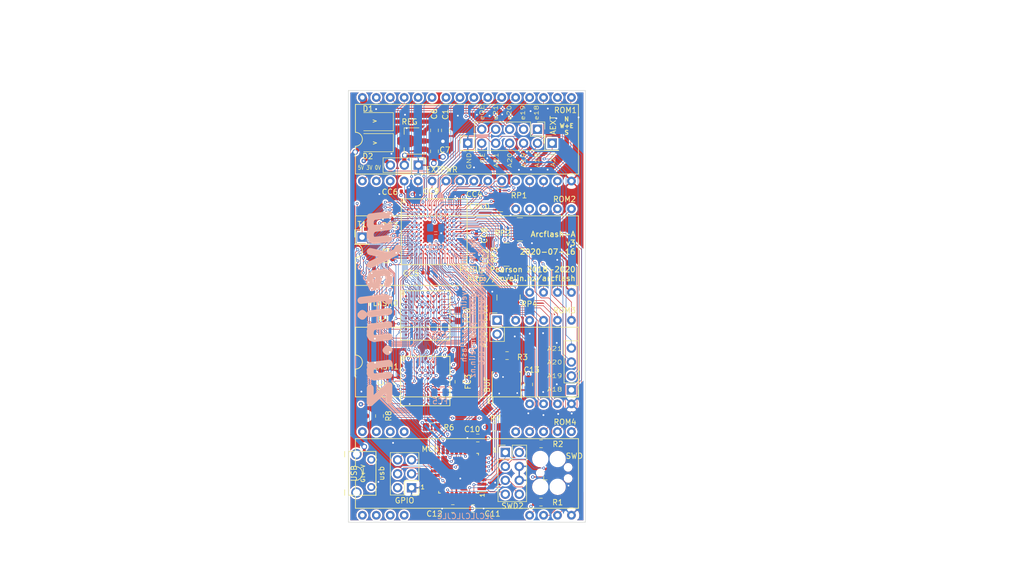
<source format=kicad_pcb>
(kicad_pcb (version 20241229) (generator "pcbnew") (generator_version "9.0")
  (layers (0 "F.Cu" signal) (4 "In1.Cu" signal) (6 "In2.Cu" signal) (2 "B.Cu" signal) (13 "F.Paste" user) (15 "B.Paste" user) (5 "F.SilkS" user "F.Silkscreen") (7 "B.SilkS" user "B.Silkscreen") (1 "F.Mask" user) (3 "B.Mask" user) (25 "Edge.Cuts" user))
  (net 0 "")
  (net 1 "flash_A3")
  (net 2 "flash_A7")
  (net 3 "flash_READY")
  (net 4 "flash_nWE")
  (net 5 "flash_A9")
  (net 6 "flash_A13")
  (net 7 "flash_A4")
  (net 8 "flash_A17")
  (net 9 "3V3")
  (net 10 "flash_nRESET")
  (net 11 "flash_A8")
  (net 12 "flash_A12")
  (net 13 "flash_A2")
  (net 14 "flash_A6")
  (net 15 "flash_A18")
  (net 16 "flash_A21")
  (net 17 "flash_A10")
  (net 18 "flash_A14")
  (net 19 "flash_A1")
  (net 20 "flash_A5")
  (net 21 "flash_A20")
  (net 22 "flash_A19")
  (net 23 "flash_A11")
  (net 24 "flash_A15")
  (net 25 "flash_A0")
  (net 26 "flash_A16")
  (net 27 "GND")
  (net 28 "flash_nCE")
  (net 29 "flash_nOE")
  (net 30 "flash0_DQ0")
  (net 31 "flash0_DQ2")
  (net 32 "flash0_DQ5")
  (net 33 "flash0_DQ7")
  (net 34 "flash0_DQ8")
  (net 35 "flash0_DQ10")
  (net 36 "flash0_DQ12")
  (net 37 "flash0_DQ14")
  (net 38 "flash0_DQ9")
  (net 39 "flash0_DQ11")
  (net 40 "flash0_DQ13")
  (net 41 "flash0_DQ15")
  (net 42 "flash0_DQ1")
  (net 43 "flash0_DQ3")
  (net 44 "flash0_DQ4")
  (net 45 "flash0_DQ6")
  (net 46 "flash1_DQ6")
  (net 47 "flash1_DQ4")
  (net 48 "flash1_DQ3")
  (net 49 "flash1_DQ1")
  (net 50 "flash1_DQ15")
  (net 51 "flash1_DQ13")
  (net 52 "flash1_DQ11")
  (net 53 "flash1_DQ9")
  (net 54 "flash1_DQ14")
  (net 55 "flash1_DQ12")
  (net 56 "flash1_DQ10")
  (net 57 "flash1_DQ8")
  (net 58 "flash1_DQ7")
  (net 59 "flash1_DQ5")
  (net 60 "flash1_DQ2")
  (net 61 "flash1_DQ0")
  (net 62 "5V")
  (net 63 "rom_A16")
  (net 64 "rom_A15")
  (net 65 "rom_A12")
  (net 66 "rom_A7")
  (net 67 "rom_A6")
  (net 68 "rom_nCS")
  (net 69 "rom_A5")
  (net 70 "rom_A10")
  (net 71 "rom_A4")
  (net 72 "rom_A3")
  (net 73 "rom_A11")
  (net 74 "rom_A2")
  (net 75 "rom_A9")
  (net 76 "rom_A1")
  (net 77 "rom_A8")
  (net 78 "rom_A0")
  (net 79 "rom_A13")
  (net 80 "rom_A14")
  (net 81 "rom_A17")
  (net 82 "rom_A18")
  (net 83 "rom_D3")
  (net 84 "rom_D4")
  (net 85 "rom_D5")
  (net 86 "rom_D6")
  (net 87 "rom_D7")
  (net 88 "rom_D0")
  (net 89 "rom_D1")
  (net 90 "rom_D2")
  (net 91 "rom_D8")
  (net 92 "rom_D9")
  (net 93 "rom_D10")
  (net 94 "rom_D11")
  (net 95 "rom_D12")
  (net 96 "rom_D13")
  (net 97 "rom_D14")
  (net 98 "rom_D15")
  (net 99 "rom_D23")
  (net 100 "rom_D22")
  (net 101 "rom_D21")
  (net 102 "rom_D20")
  (net 103 "rom_D19")
  (net 104 "rom_D18")
  (net 105 "rom_D17")
  (net 106 "rom_D16")
  (net 107 "rom_D24")
  (net 108 "rom_D25")
  (net 109 "rom_D26")
  (net 110 "rom_D27")
  (net 111 "rom_D28")
  (net 112 "rom_D29")
  (net 113 "rom_D30")
  (net 114 "rom_D31")
  (net 115 "cpld_TCK")
  (net 116 "cpld_TDO")
  (net 117 "cpld_TMS")
  (net 118 "cpld_TDI")
  (net 119 "VDDCORE")
  (net 120 "VUSB")
  (net 121 "USBDM")
  (net 122 "USBDP")
  (net 123 "mcu_debug_TXD")
  (net 124 "mcu_debug_RXD")
  (net 125 "mcu_RESET")
  (net 126 "mcu_SWCLK")
  (net 127 "mcu_SWDIO")
  (net 128 "rom_A17_ext")
  (net 129 "rom_A18_ext")
  (net 130 "rom_A16_ext")
  (net 131 "rom_A19")
  (net 132 "rom_5V")
  (net 133 "cpld_MOSI")
  (net 134 "cpld_SCK")
  (net 135 "cpld_SS")
  (net 136 "cpld_MISO")
  (net 137 "mcu_GPIO0")
  (net 138 "mcu_GPIO1")
  (net 139 "mcu_GPIO2")
  (net 140 "mcu_GPIO3")
  (net 141 "cpld_clock_from_mcu")
  (net 142 "rom_A19_ext")
  (net 143 "rom_nOE_ext")
  (net 144 "rom_nOE")
  (net 145 "rom_5V_buffered")
  (net 146 "arc_RESET")
  (net 147 "arc_RESET_buffered")
  (net 148 "ndrive_arc_RESET")
  (net 149 "arc_POR")
  (net 150 "ndrive_arc_POR")
  (net 151 "arc_POR_R")
  (net 152 "rom_D0_ext")
  (net 153 "rom_D1_ext")
  (net 154 "rom_D2_ext")
  (net 155 "rom_D3_ext")
  (net 156 "rom_D4_ext")
  (net 157 "rom_D5_ext")
  (net 158 "rom_D6_ext")
  (net 159 "rom_D7_ext")
  (net 160 "rom_D8_ext")
  (net 161 "rom_D9_ext")
  (net 162 "rom_D10_ext")
  (net 163 "rom_D11_ext")
  (net 164 "rom_D12_ext")
  (net 165 "rom_D14_ext")
  (net 166 "rom_D15_ext")
  (net 167 "rom_D23_ext")
  (net 168 "rom_D22_ext")
  (net 169 "rom_D21_ext")
  (net 170 "rom_D20_ext")
  (net 171 "rom_D19_ext")
  (net 172 "rom_D18_ext")
  (net 173 "rom_D17_ext")
  (net 174 "rom_D16_ext")
  (net 175 "rom_D24_ext")
  (net 176 "rom_D25_ext")
  (net 177 "rom_D26_ext")
  (net 178 "rom_D27_ext")
  (net 179 "rom_D28_ext")
  (net 180 "rom_D29_ext")
  (net 181 "rom_D30_ext")
  (net 182 "rom_D31_ext")
  (net 183 "rom_D13_ext")
  (footprint "Capacitor_SMD:C_0805_2012Metric_Pad1.15x1.40mm_HandSolder" (layer "F.Cu") (at 147.45 70.775 90)
    (property "Reference" "FC1")
    (property "Value" "100n")
  )
  (footprint "myelin-kicad:cypress_lae064_fbga" (layer "F.Cu") (at 153.69 70.24)
    (property "Reference" "FLASH0")
    (property "Value" "S29GL064S70DHI010" (hide yes))
  )
  (footprint "Capacitor_SMD:C_0805_2012Metric_Pad1.15x1.40mm_HandSolder" (layer "F.Cu") (at 147.26 82.565 90)
    (property "Reference" "FC4")
    (property "Value" "100n")
  )
  (footprint "Capacitor_SMD:C_0805_2012Metric_Pad1.15x1.40mm_HandSolder" (layer "F.Cu") (at 159.77 70.245 -90)
    (property "Reference" "FC0")
    (property "Value" "100n")
  )
  (footprint "Capacitor_SMD:C_0805_2012Metric_Pad1.15x1.40mm_HandSolder" (layer "F.Cu") (at 159.84 82.335 -90)
    (property "Reference" "FC3")
    (property "Value" "100n")
  )
  (footprint "myelin-kicad:dip32_rom_data_only" (layer "F.Cu") (at 170.18 58.42)
    (property "Reference" "ROM2")
    (property "Value" "ROM header")
  )
  (footprint "myelin-kicad:dip32_rom_data_only" (layer "F.Cu") (at 170.18 78.74)
    (property "Reference" "ROM3")
    (property "Value" "ROM header")
  )
  (footprint "myelin-kicad:dip_rom_single_pin" (layer "F.Cu") (at 142.24 91.44)
    (property "Reference" "mech_pin1")
    (property "Value" "")
  )
  (footprint "myelin-kicad:dip_rom_single_pin" (layer "F.Cu") (at 144.78 91.44)
    (property "Reference" "mech_pin2")
    (property "Value" "")
  )
  (footprint "myelin-kicad:dip_rom_single_pin" (layer "F.Cu") (at 147.32 91.44)
    (property "Reference" "mech_pin3")
    (property "Value" "")
  )
  (footprint "myelin-kicad:dip_rom_single_pin" (layer "F.Cu") (at 149.86 91.44)
    (property "Reference" "mech_pin4")
    (property "Value" "")
  )
  (footprint "myelin-kicad:dip_rom_single_pin" (layer "F.Cu") (at 142.24 106.68)
    (property "Reference" "mech_pin5")
    (property "Value" "")
  )
  (footprint "myelin-kicad:dip_rom_single_pin" (layer "F.Cu") (at 144.78 106.68)
    (property "Reference" "mech_pin6")
    (property "Value" "")
  )
  (footprint "myelin-kicad:dip_rom_single_pin" (layer "F.Cu") (at 147.32 106.68)
    (property "Reference" "mech_pin7")
    (property "Value" "")
  )
  (footprint "myelin-kicad:dip_rom_single_pin" (layer "F.Cu") (at 149.86 106.68)
    (property "Reference" "mech_pin8")
    (property "Value" "")
  )
  (footprint "Capacitor_SMD:C_0805_2012Metric_Pad1.15x1.40mm_HandSolder" (layer "F.Cu") (at 158.725 105.47)
    (property "Reference" "C12")
    (property "Value" "1u")
  )
  (footprint "myelin-kicad:micro_usb_b_smd_molex" (layer "F.Cu") (at 141.71 99.04 -90)
    (property "Reference" "USB")
    (property "Value" "usb")
  )
  (footprint "myelin-kicad:via_single" (layer "F.Cu") (at 167.72128 33.57118)
    (property "Reference" "staple_single1" (hide yes))
    (property "Value" "" (hide yes))
  )
  (footprint "myelin-kicad:via_single" (layer "F.Cu") (at 175.17364 73.46442)
    (property "Reference" "staple_single3" (hide yes))
    (property "Value" "" (hide yes))
  )
  (footprint "myelin-kicad:via_single" (layer "F.Cu") (at 177.664 82.79)
    (property "Reference" "staple_single4" (hide yes))
    (property "Value" "" (hide yes))
  )
  (footprint "myelin-kicad:via_single" (layer "F.Cu") (at 172.89526 32.9692)
    (property "Reference" "staple_single6" (hide yes))
    (property "Value" "" (hide yes))
  )
  (footprint "myelin-kicad:via_single" (layer "F.Cu") (at 166.44366 100.73386)
    (property "Reference" "staple_single7" (hide yes))
    (property "Value" "" (hide yes))
  )
  (footprint "myelin-kicad:via_single" (layer "F.Cu") (at 160.08604 99.97694)
    (property "Reference" "staple_single8" (hide yes))
    (property "Value" "" (hide yes))
  )
  (footprint "myelin-kicad:via_single" (layer "F.Cu") (at 144.7419 32.60344)
    (property "Reference" "staple_single9" (hide yes))
    (property "Value" "" (hide yes))
  )
  (footprint "myelin-kicad:via_single" (layer "F.Cu") (at 145.3388 48.1076)
    (property "Reference" "staple_single10" (hide yes))
    (property "Value" "" (hide yes))
  )
  (footprint "myelin-kicad:via_single" (layer "F.Cu") (at 175.19142 84.19592)
    (property "Reference" "staple_single2" (hide yes))
    (property "Value" "" (hide yes))
  )
  (footprint "myelin-kicad:via_single" (layer "F.Cu") (at 176.03 32.49)
    (property "Reference" "staple_single11" (hide yes))
    (property "Value" "" (hide yes))
  )
  (footprint "myelin-kicad:via_single" (layer "F.Cu") (at 172.96892 43.64736)
    (property "Reference" "staple_single12" (hide yes))
    (property "Value" "" (hide yes))
  )
  (footprint "myelin-kicad:via_single" (layer "F.Cu") (at 177.59 34.29)
    (property "Reference" "staple_single13" (hide yes))
    (property "Value" "" (hide yes))
  )
  (footprint "myelin-kicad:via_single" (layer "F.Cu") (at 181.63794 34.10712)
    (property "Reference" "staple_single14" (hide yes))
    (property "Value" "" (hide yes))
  )
  (footprint "myelin-kicad:via_single" (layer "F.Cu") (at 175.996 43.633)
    (property "Reference" "staple_single15" (hide yes))
    (property "Value" "" (hide yes))
  )
  (footprint "myelin-kicad:via_single" (layer "F.Cu") (at 159.63 33.8)
    (property "Reference" "staple_single16" (hide yes))
    (property "Value" "" (hide yes))
  )
  (footprint "myelin-kicad:via_single" (layer "F.Cu") (at 163.104 33.643)
    (property "Reference" "staple_single17" (hide yes))
    (property "Value" "" (hide yes))
  )
  (footprint "myelin-kicad:via_single" (layer "F.Cu") (at 165.414 33.813)
    (property "Reference" "staple_single18" (hide yes))
    (property "Value" "" (hide yes))
  )
  (footprint "myelin-kicad:via_single" (layer "F.Cu") (at 165.004 41.583)
    (property "Reference" "staple_single19" (hide yes))
    (property "Value" "" (hide yes))
  )
  (footprint "myelin-kicad:via_single" (layer "F.Cu") (at 150.00732 33.62452)
    (property "Reference" "staple_single20" (hide yes))
    (property "Value" "" (hide yes))
  )
  (footprint "myelin-kicad:via_single" (layer "F.Cu") (at 150.30958 36.07054)
    (property "Reference" "staple_single21" (hide yes))
    (property "Value" "" (hide yes))
  )
  (footprint "myelin-kicad:via_single" (layer "F.Cu") (at 147.54098 40.7416)
    (property "Reference" "staple_single22" (hide yes))
    (property "Value" "" (hide yes))
  )
  (footprint "myelin-kicad:via_single" (layer "F.Cu") (at 142.0622 84.1248)
    (property "Reference" "staple_single23" (hide yes))
    (property "Value" "" (hide yes))
  )
  (footprint "myelin-kicad:via_single" (layer "F.Cu") (at 156.61894 55.23484)
    (property "Reference" "staple_single24" (hide yes))
    (property "Value" "" (hide yes))
  )
  (footprint "myelin-kicad:via_single" (layer "F.Cu") (at 144.52092 74.48296)
    (property "Reference" "staple_single25" (hide yes))
    (property "Value" "" (hide yes))
  )
  (footprint "myelin-kicad:via_single" (layer "F.Cu") (at 144.55394 78.84922)
    (property "Reference" "staple_single26" (hide yes))
    (property "Value" "" (hide yes))
  )
  (footprint "myelin-kicad:via_single" (layer "F.Cu") (at 147.25142 76.91374)
    (property "Reference" "staple_single27" (hide yes))
    (property "Value" "" (hide yes))
  )
  (footprint "myelin-kicad:via_single" (layer "F.Cu") (at 177.758 60.097)
    (property "Reference" "staple_single28" (hide yes))
    (property "Value" "" (hide yes))
  )
  (footprint "myelin-kicad:via_single" (layer "F.Cu") (at 180.23078 57.69864)
    (property "Reference" "staple_single29" (hide yes))
    (property "Value" "" (hide yes))
  )
  (footprint "myelin-kicad:via_single" (layer "F.Cu") (at 172.48 88.09)
    (property "Reference" "staple_single30" (hide yes))
    (property "Value" "" (hide yes))
  )
  (footprint "myelin-kicad:xilinx_csg144" (layer "F.Cu") (at 155.33 54.96)
    (property "Reference" "CPLD")
    (property "Value" "XC95144XL-10CSG144" (hide yes))
  )
  (footprint "Package_TO_SOT_SMD:SOT-89-3" (layer "F.Cu") (at 151.64 38.42 180)
    (property "Reference" "REG")
    (property "Value" "AP7365-33YG-XX")
  )
  (footprint "Capacitor_SMD:C_0805_2012Metric_Pad1.15x1.40mm_HandSolder" (layer "F.Cu") (at 155.37 36.48 90)
    (property "Reference" "C6")
    (property "Value" "1u")
  )
  (footprint "myelin-kicad:via_single" (layer "F.Cu") (at 177.664 75.245)
    (property "Reference" "staple_single5" (hide yes))
    (property "Value" "" (hide yes))
  )
  (footprint "myelin-kicad:via_single" (layer "F.Cu") (at 177.92954 88.20912)
    (property "Reference" "staple_single31" (hide yes))
    (property "Value" "" (hide yes))
  )
  (footprint "myelin-kicad:via_single" (layer "F.Cu") (at 180.38572 88.12276)
    (property "Reference" "staple_single32" (hide yes))
    (property "Value" "" (hide yes))
  )
  (footprint "myelin-kicad:via_single" (layer "F.Cu") (at 165.91534 65.9003)
    (property "Reference" "staple_single33" (hide yes))
    (property "Value" "" (hide yes))
  )
  (footprint "myelin-kicad:via_single" (layer "F.Cu") (at 171.106 41.119)
    (property "Reference" "staple_single34" (hide yes))
    (property "Value" "" (hide yes))
  )
  (footprint "myelin-kicad:via_single" (layer "F.Cu") (at 172.215 40.359)
    (property "Reference" "staple_single35" (hide yes))
    (property "Value" "" (hide yes))
  )
  (footprint "myelin-kicad:via_single" (layer "F.Cu") (at 164.434 56.43)
    (property "Reference" "staple_single36" (hide yes))
    (property "Value" "" (hide yes))
  )
  (footprint "myelin-kicad:dip32_rom" (layer "F.Cu") (at 170.18 38.1)
    (property "Reference" "ROM1")
    (property "Value" "ROM header")
  )
  (footprint "Fiducial:Fiducial_1mm_Dia_2mm_Outer" (layer "F.Cu") (at 142.9766 48.7934)
    (property "Reference" "FID1" (hide yes))
    (property "Value" "FIDUCIAL")
  )
  (footprint "Fiducial:Fiducial_1mm_Dia_2mm_Outer" (layer "F.Cu") (at 142.9766 88.5698)
    (property "Reference" "FID2" (hide yes))
    (property "Value" "FIDUCIAL")
  )
  (footprint "Package_QFP:TQFP-32_7x7mm_P0.8mm" (layer "F.Cu") (at 159.77 99.01 180)
    (property "Reference" "MCU")
    (property "Value" "ATSAMD21E18A-AU")
  )
  (footprint "Tag-Connect_TC2030-IDC-FP_2x03_P1.27mm_Vertical" (layer "F.Cu") (at 177.195 98.96)
    (property "Reference" "SWD")
    (property "Value" "swd")
  )
  (footprint "Connector_PinHeader_2.54mm:PinHeader_2x04_P2.54mm_Vertical" (layer "F.Cu") (at 168.29 95.23)
    (property "Reference" "SWD2")
    (property "Value" "swd")
  )
  (footprint "Capacitor_SMD:C_0805_2012Metric_Pad1.15x1.40mm_HandSolder" (layer "F.Cu") (at 155.37 40.3 90)
    (property "Reference" "C7")
    (property "Value" "1u")
  )
  (footprint "Connector_PinHeader_2.54mm:PinHeader_1x03_P2.54mm_Vertical" (layer "F.Cu") (at 152.43 42.82 -90)
    (property "Reference" "EXTPWR")
    (property "Value" "ext pwr")
  )
  (footprint "Capacitor_SMD:C_0805_2012Metric_Pad1.15x1.40mm_HandSolder" (layer "F.Cu") (at 163.27 92.59)
    (property "Reference" "C10")
    (property "Value" "100n")
  )
  (footprint "Resistor_SMD:R_0805_2012Metric_Pad1.15x1.40mm_HandSolder" (layer "F.Cu") (at 174.785 104.28 180)
    (property "Reference" "R1")
    (property "Value" "10k")
  )
  (footprint "Resistor_SMD:R_0805_2012Metric_Pad1.15x1.40mm_HandSolder" (layer "F.Cu") (at 174.805 93.65 180)
    (property "Reference" "R2")
    (property "Value" "1k")
  )
  (footprint "myelin-kicad:cypress_lae064_fbga" (layer "F.Cu") (at 153.69 82.21)
    (property "Reference" "FLASH1")
    (property "Value" "S29GL064S70DHI010" (hide yes))
  )
  (footprint "Diode_SMD:D_SMA" (layer "F.Cu") (at 144.48 34.89 180)
    (property "Reference" "D1")
    (property "Value" "S1ATR")
  )
  (footprint "Diode_SMD:D_SMA" (layer "F.Cu") (at 144.48 38.72 180)
    (property "Reference" "D2")
    (property "Value" "S1ATR NF")
  )
  (footprint "Capacitor_SMD:C_0805_2012Metric_Pad1.15x1.40mm_HandSolder" (layer "F.Cu") (at 157.38 36.485 90)
    (property "Reference" "C1")
    (property "Value" "10u")
  )
  (footprint "Capacitor_SMD:C_0805_2012Metric_Pad1.15x1.40mm_HandSolder" (layer "F.Cu") (at 162.425 105.47 180)
    (property "Reference" "C11")
    (property "Value" "100n")
  )
  (footprint "myelin-kicad:dip32_rom_data_only" (layer "F.Cu") (at 170.18 99.06)
    (property "Reference" "ROM4")
    (property "Value" "ROM header")
  )
  (footprint "Capacitor_SMD:C_0805_2012Metric_Pad1.15x1.40mm_HandSolder" (layer "F.Cu") (at 172.54 82.82 90)
    (property "Reference" "C13")
    (property "Value" "100n")
  )
  (footprint "Connector_PinHeader_2.54mm:PinHeader_2x05_P2.54mm_Vertical" (layer "F.Cu") (at 174.15 36.28 -90)
    (property "Reference" "AEXT")
    (property "Value" "Extras")
  )
  (footprint "Package_SO:TSSOP-14_4.4x5mm_P0.65mm" (layer "F.Cu") (at 168.51 82.85 90)
    (property "Reference" "BUF")
    (property "Value" "74LVC125PW")
  )
  (footprint "Resistor_SMD:R_0805_2012Metric_Pad1.15x1.40mm_HandSolder" (layer "F.Cu") (at 168.605 77.56 180)
    (property "Reference" "R3")
    (property "Value" "100R")
  )
  (footprint "Fiducial:Fiducial_1mm_Dia_2mm_Outer" (layer "F.Cu") (at 170.434 88.5698)
    (property "Reference" "FID3" (hide yes))
    (property "Value" "FIDUCIAL")
  )
  (footprint "Connector_PinHeader_2.54mm:PinHeader_2x03_P2.54mm_Vertical" (layer "F.Cu") (at 151.2 101.66 180)
    (property "Reference" "GPIO")
    (property "Value" "gpio")
  )
  (footprint "Resistor_SMD:R_0805_2012Metric_Pad1.15x1.40mm_HandSolder" (layer "F.Cu") (at 154.865 90.58 180)
    (property "Reference" "R6")
    (property "Value" "10k")
  )
  (footprint "Resistor_SMD:R_0805_2012Metric_Pad1.15x1.40mm_HandSolder" (layer "F.Cu") (at 145.36 88.575 -90)
    (property "Reference" "R8")
    (property "Value" "10k")
  )
  (footprint "Capacitor_SMD:C_0402_1005Metric" (layer "F.Cu") (at 147.69 59.57 90)
    (property "Reference" "CC3")
    (property "Value" "100n")
  )
  (footprint "Capacitor_SMD:C_0402_1005Metric" (layer "F.Cu") (at 160.175 47.93 180)
    (property "Reference" "CC4")
    (property "Value" "100n")
  )
  (footprint "Capacitor_SMD:C_0402_1005Metric" (layer "F.Cu") (at 153.775 62.46)
    (property "Reference" "CC5")
    (property "Value" "100n")
  )
  (footprint "Capacitor_SMD:C_0402_1005Metric" (layer "F.Cu") (at 149.82 47.58)
    (property "Reference" "CC6")
    (property "Value" "100n")
  )
  (footprint "Capacitor_SMD:C_0402_1005Metric" (layer "F.Cu") (at 147.245 52.72 180)
    (property "Reference" "CC7")
    (property "Value" "100n")
  )
  (footprint "Capacitor_SMD:C_0402_1005Metric" (layer "F.Cu") (at 162.98 55.845 90)
    (property "Reference" "CC8")
    (property "Value" "100n")
  )
  (footprint "Capacitor_SMD:C_0402_1005Metric" (layer "F.Cu") (at 152.355 47.48)
    (property "Reference" "CC9")
    (property "Value" "100n")
  )
  (footprint "Capacitor_SMD:C_0402_1005Metric" (layer "F.Cu") (at 162.99 59.59 90)
    (property "Reference" "CC2")
    (property "Value" "100n")
  )
  (footprint "Connector_PinHeader_2.54mm:PinHeader_1x04_P2.54mm_Vertical" (layer "F.Cu") (at 180.33 83.814 180)
    (property "Reference" "AEXT2" (hide yes))
    (property "Value" "Addresses")
  )
  (footprint "Resistor_SMD:R_0805_2012Metric_Pad1.15x1.40mm_HandSolder" (layer "F.Cu") (at 166.3 90.57 180)
    (property "Reference" "R7")
    (property "Value" "10k")
  )
  (footprint "Connector_PinHeader_2.54mm:PinHeader_1x02_P2.54mm_Vertical" (layer "F.Cu") (at 166.785 71.106)
    (property "Reference" "RESET" (hide yes))
    (property "Value" "reset/POR")
  )
  (footprint "Connector_PinHeader_2.54mm:PinHeader_1x01_P2.54mm_Vertical" (layer "F.Cu") (at 161.45 38.82)
    (property "Reference" "AEXTGND" (hide yes))
    (property "Value" "Ground")
  )
  (footprint "Connector_PinHeader_2.54mm:PinHeader_1x01_P2.54mm_Vertical" (layer "F.Cu") (at 176.69 38.82)
    (property "Reference" "A21")
    (property "Value" "rom_A19")
  )
  (footprint "Resistor_SMD:R_Array_Convex_8x0602" (layer "F.Cu") (at 168.878 66.97 -90)
    (property "Reference" "RP4")
    (property "Value" "Pack of 8 x isolated 68R resistors")
  )
  (footprint "Resistor_SMD:R_Array_Convex_8x0602" (layer "F.Cu") (at 170.942 54.533)
    (property "Reference" "RP2")
    (property "Value" "Pack of 8 x isolated 68R resistors")
  )
  (footprint "Resistor_SMD:R_Array_Convex_8x0602" (layer "F.Cu") (at 167.32 49.196)
    (property "Reference" "RP1")
    (property "Value" "Pack of 8 x isolated 68R resistors")
  )
  (footprint "Resistor_SMD:R_Array_Convex_8x0602" (layer "F.Cu") (at 168.506 59.129)
    (property "Reference" "RP3")
    (property "Value" "Pack of 8 x isolated 68R resistors")
  )
  (footprint "myelin-kicad:via_single" (layer "F.Cu") (at 175.235 88.407)
    (property "Reference" "staple_single37" (hide yes))
    (property "Value" "" (hide yes))
  )
  (footprint "myelin-kicad:via_single" (layer "F.Cu") (at 172.737 73.558)
    (property "Reference" "staple_single39" (hide yes))
    (property "Value" "" (hide yes))
  )
  (footprint "myelin-kicad:via_single" (layer "F.Cu") (at 170.008 74.066)
    (property "Reference" "staple_single38" (hide yes))
    (property "Value" "" (hide yes))
  )
  (footprint "myelin-kicad:via_single" (layer "F.Cu") (at 162.582 43.243)
    (property "Reference" "staple_single40" (hide yes))
    (property "Value" "" (hide yes))
  )
  (footprint "myelin-kicad:via_single" (layer "F.Cu") (at 170.772 43.672)
    (property "Reference" "staple_single41" (hide yes))
    (property "Value" "" (hide yes))
  )
  (footprint "Connector_PinHeader_2.54mm:PinHeader_1x01_P2.54mm_Vertical" (layer "F.Cu") (at 142.185 55.953)
    (property "Reference" "T1")
    (property "Value" "rom_5V")
  )
  (footprint "myelin-kicad:via_single" (layer "F.Cu") (at 147.831 93.48)
    (property "Reference" "staple_single42" (hide yes))
    (property "Value" "" (hide yes))
  )
  (footprint "myelin-kicad:via_single" (layer "F.Cu") (at 168.871 62.893)
    (property "Reference" "staple_single43" (hide yes))
    (property "Value" "" (hide yes))
  )
  (footprint "myelin-kicad:via_single" (layer "F.Cu") (at 169.254 51.969)
    (property "Reference" "staple_single44" (hide yes))
    (property "Value" "" (hide yes))
  )
  (footprint "myelin-kicad:via_single" (layer "F.Cu") (at 173.145 57.055)
    (property "Reference" "staple_single45" (hide yes))
    (property "Value" "" (hide yes))
  )
  (footprint "Capacitor_SMD:C_0805_2012Metric_Pad1.15x1.40mm_HandSolder" (layer "B.Cu") (at 156.385 84.26)
    (property "Reference" "FC5")
    (property "Value" "100n")
  )
  (footprint "Capacitor_SMD:C_0805_2012Metric_Pad1.15x1.40mm_HandSolder" (layer "B.Cu") (at 156.265 72.31)
    (property "Reference" "FC2")
    (property "Value" "100n")
  )
  (footprint "Capacitor_SMD:C_0805_2012Metric_Pad1.15x1.40mm_HandSolder" (layer "B.Cu") (at 155.615 54.24)
    (property "Reference" "CC1")
    (property "Value" "100n")
  )
  (footprint "Capacitor_SMD:C_0805_2012Metric_Pad1.15x1.40mm_HandSolder" (layer "B.Cu") (at 155.615 56.19)
    (property "Reference" "CC0")
    (property "Value" "100n")
  )
  (gr_line (start 182.88 107.95) (end 139.7 107.95) (stroke (width 0.1)) (layer "Edge.Cuts"))
  (gr_line (start 139.7 29.21) (end 182.88 29.21) (stroke (width 0.1)) (layer "Edge.Cuts"))
  (gr_line (start 182.88 29.21) (end 182.88 107.95) (stroke (width 0.1)) (layer "Edge.Cuts"))
  (gr_line (start 139.7 107.95) (end 139.7 29.21) (stroke (width 0.1)) (layer "Edge.Cuts"))
  (gr_text ">" (at 144.48 34.73 0) (layer "F.SilkS") (effects (font (size 0.762 0.762) (thickness 0.1524))))
  (gr_text ">" (at 144.52 38.72 0) (layer "F.SilkS") (effects (font (size 0.762 0.762) (thickness 0.1524))))
  (gr_text "POR Reset" (at 164.67 76.26 90) (layer "F.SilkS") (effects (font (size 0.77 1) (thickness 0.1)) (justify left)))
  (gr_text "1" (at 165.32 85.94 0) (layer "F.SilkS") (effects (font (size 0.762 0.762) (thickness 0.1524))))
  (gr_text "1" (at 166.38 94.8 0) (layer "F.SilkS") (effects (font (size 0.762 0.762) (thickness 0.1524))))
  (gr_text "Arcflash-A\nv3\n2020-07-16\n\nPhillip Pearson 2018-2020\nhttp://myelin.nz/arcflash" (at 181.1782 59.436 0) (layer "F.SilkS") (effects (font (size 1 1) (thickness 0.1778)) (justify right)))
  (gr_text "GND\n\nOE\n\nA21\n\nA20\n\nA19\n\nA18" (at 167.87 40.46 90) (layer "F.SilkS") (effects (font (size 0.77 1) (thickness 0.1)) (justify right)))
  (gr_text "1" (at 153.23 101.54 0) (layer "F.SilkS") (effects (font (size 0.762 0.762) (thickness 0.1524))))
  (gr_text "A21\n\nA20\n\nA19\n\nA18" (at 178.734 80.01 0) (layer "F.SilkS") (effects (font (size 0.77 1) (thickness 0.1)) (justify right)))
  (gr_text "5V 3V 0V" (at 143.514 43.274 0) (layer "F.SilkS") (effects (font (size 0.77 0.6) (thickness 0.1))))
  (gr_text "1" (at 164.1 103.02 90) (layer "F.SilkS") (effects (font (size 0.762 0.762) (thickness 0.1524))))
  (gr_text "eOE\n\ne21\n\ne20\n\ne19\n\ne18" (at 169 34.69 90) (layer "F.SilkS") (effects (font (size 0.77 1) (thickness 0.1)) (justify left)))
  (gr_text "N\nW+E\nS" (at 179.46 35.65 0) (layer "F.SilkS") (effects (font (size 0.762 0.762) (thickness 0.1778))))
  (gr_text "http://myelin.nz/arcflash\nby Phillip Pearson, pp@myelin.nz\nCopyright 2018 Google LLC" (at 162.33 68.9 90) (layer "B.SilkS") (effects (font (size 1 1) (thickness 0.1778)) (justify mirror)))
  (gr_text "myelin.nz" (at 144.78 68.58 90) (layer "B.SilkS") (effects (font (size 5.08 5.08) (thickness 1.27) (italic yes)) (justify mirror)))
  (gr_text "JLCJLCJLCJLC" (at 160.99 106.85 0) (layer "B.SilkS") (effects (font (size 1 1)) (justify mirror)))
  (segment (start 151.19 78.71) (end 151.19 78.031174) (width 0.1016) (layer "F.Cu") (net 1))
  (segment (start 150.987197 77.828371) (end 150.987197 76.75571) (width 0.1016) (layer "F.Cu") (net 1))
  (segment (start 150.95642 76.724933) (end 150.701421 76.469934) (width 0.1016) (layer "F.Cu") (net 1))
  (segment (start 151.930975 53.960975) (end 151.818793 53.960975) (width 0.1016) (layer "F.Cu") (net 1))
  (segment (start 150.475999 65.131581) (end 150.221 64.876582) (width 0.1016) (layer "F.Cu") (net 1))
  (segment (start 151.19 65.845582) (end 150.475999 65.131581) (width 0.1016) (layer "F.Cu") (net 1))
  (segment (start 151.19 66.74) (end 151.19 65.845582) (width 0.1016) (layer "F.Cu") (net 1))
  (segment (start 152.13 54.16) (end 151.930975 53.960975) (width 0.1016) (layer "F.Cu") (net 1))
  (segment (start 151.19 78.031174) (end 150.987197 77.828371) (width 0.1016) (layer "F.Cu") (net 1))
  (segment (start 150.987197 76.75571) (end 150.95642 76.724933) (width 0.1016) (layer "F.Cu") (net 1))
  (via (at 150.701421 76.469934) (size 0.51) (drill 0.25) (layers "F.Cu" "B.Cu") (net 1))
  (via (at 151.818793 53.960975) (size 0.45) (drill 0.2) (layers "F.Cu" "B.Cu") (net 1))
  (via (at 150.221 64.876582) (size 0.51) (drill 0.25) (layers "F.Cu" "B.Cu") (net 1))
  (segment (start 151.818793 53.960975) (end 150.415733 55.364035) (width 0.1016) (layer "B.Cu") (net 1))
  (segment (start 150.701421 76.469934) (end 150.701421 76.10931) (width 0.1016) (layer "B.Cu") (net 1))
  (segment (start 149.778731 64.434313) (end 149.966001 64.621583) (width 0.1016) (layer "B.Cu") (net 1))
  (segment (start 149.966001 64.621583) (end 150.221 64.876582) (width 0.1016) (layer "B.Cu") (net 1))
  (segment (start 150.701421 76.10931) (end 150.610302 76.018191) (width 0.1016) (layer "B.Cu") (net 1))
  (segment (start 150.415733 55.364035) (end 150.415733 57.583781) (width 0.1016) (layer "B.Cu") (net 1))
  (segment (start 150.610302 76.018191) (end 150.610302 65.265884) (width 0.1016) (layer "B.Cu") (net 1))
  (segment (start 150.610302 65.265884) (end 150.475999 65.131581) (width 0.1016) (layer "B.Cu") (net 1))
  (segment (start 150.415733 57.583781) (end 149.778731 58.220783) (width 0.1016) (layer "B.Cu") (net 1))
  (segment (start 150.475999 65.131581) (end 150.221 64.876582) (width 0.1016) (layer "B.Cu") (net 1))
  (segment (start 149.778731 58.220783) (end 149.778731 64.434313) (width 0.1016) (layer "B.Cu") (net 1))
  (segment (start 151.74848 55.34152) (end 151.7269 55.34152) (width 0.1016) (layer "F.Cu") (net 2))
  (segment (start 151.544999 65.044999) (end 151.29 64.79) (width 0.1016) (layer "F.Cu") (net 2))
  (segment (start 152.19 78.71) (end 152.19 77.52) (width 0.1016) (layer "F.Cu") (net 2))
  (segment (start 151.615738 76.945738) (end 151.615738 76.537602) (width 0.1016) (layer "F.Cu") (net 2))
  (segment (start 152.19 66.74) (end 152.19 65.69) (width 0.1016) (layer "F.Cu") (net 2))
  (segment (start 151.615738 76.537602) (end 151.870737 76.282603) (width 0.1016) (layer "F.Cu") (net 2))
  (segment (start 152.19 77.52) (end 151.615738 76.945738) (width 0.1016) (layer "F.Cu") (net 2))
  (segment (start 152.19 65.69) (end 151.544999 65.044999) (width 0.1016) (layer "F.Cu") (net 2))
  (segment (start 152.13 54.96) (end 151.74848 55.34152) (width 0.1016) (layer "F.Cu") (net 2))
  (via (at 151.29 64.79) (size 0.51) (drill 0.25) (layers "F.Cu" "B.Cu") (net 2))
  (via (at 151.7269 55.34152) (size 0.45) (drill 0.2) (layers "F.Cu" "B.Cu") (net 2))
  (via (at 151.870737 76.282603) (size 0.51) (drill 0.25) (layers "F.Cu" "B.Cu") (net 2))
  (segment (start 151.29 64.79) (end 151.067522 65.012478) (width 0.1016) (layer "B.Cu") (net 2))
  (segment (start 150.235953 63.342085) (end 151.29 64.396132) (width 0.1016) (layer "B.Cu") (net 2))
  (segment (start 151.29 64.429376) (end 151.29 64.79) (width 0.1016) (layer "B.Cu") (net 2))
  (segment (start 151.067522 70.804218) (end 152.060575 71.797271) (width 0.1016) (layer "B.Cu") (net 2))
  (segment (start 150.872953 55.877269) (end 150.872953 58.988971) (width 0.1016) (layer "B.Cu") (net 2))
  (segment (start 151.870737 75.921979) (end 151.870737 76.282603) (width 0.1016) (layer "B.Cu") (net 2))
  (segment (start 150.235953 59.625971) (end 150.235953 63.342085) (width 0.1016) (layer "B.Cu") (net 2))
  (segment (start 151.067522 65.012478) (end 151.067522 70.804218) (width 0.1016) (layer "B.Cu") (net 2))
  (segment (start 151.408702 55.34152) (end 150.872953 55.877269) (width 0.1016) (layer "B.Cu") (net 2))
  (segment (start 151.7269 55.34152) (end 151.408702 55.34152) (width 0.1016) (layer "B.Cu") (net 2))
  (segment (start 151.29 64.396132) (end 151.29 64.429376) (width 0.1016) (layer "B.Cu") (net 2))
  (segment (start 152.060575 75.732141) (end 151.870737 75.921979) (width 0.1016) (layer "B.Cu") (net 2))
  (segment (start 152.060575 71.797271) (end 152.060575 75.732141) (width 0.1016) (layer "B.Cu") (net 2))
  (segment (start 150.872953 58.988971) (end 150.235953 59.625971) (width 0.1016) (layer "B.Cu") (net 2))
  (segment (start 153.818999 77.161089) (end 154.073998 76.90609) (width 0.1016) (layer "F.Cu") (net 3))
  (segment (start 153.19 77.790088) (end 153.818999 77.161089) (width 0.1016) (layer "F.Cu") (net 3))
  (segment (start 156.97 92.84516) (end 156.9339 92.80906) (width 0.1016) (layer "F.Cu") (net 3))
  (segment (start 153.19 66.74) (end 153.19 66.07) (width 0.1016) (layer "F.Cu") (net 3))
  (segment (start 156.97 94.76) (end 156.97 92.84516) (width 0.1016) (layer "F.Cu") (net 3))
  (segment (start 153.19 66.07) (end 153.18 66.06) (width 0.1016) (layer "F.Cu") (net 3))
  (segment (start 153.19 78.71) (end 153.19 77.790088) (width 0.1016) (layer "F.Cu") (net 3))
  (via (at 154.073998 76.90609) (size 0.51) (drill 0.25) (layers "F.Cu" "B.Cu") (net 3))
  (via (at 156.9339 92.80906) (size 0.51) (drill 0.25) (layers "F.Cu" "B.Cu") (net 3))
  (via (at 153.18 66.06) (size 0.51) (drill 0.25) (layers "F.Cu" "B.Cu") (net 3))
  (segment (start 154.073998 77.248488) (end 153.770592 77.551894) (width 0.1016) (layer "B.Cu") (net 3))
  (segment (start 154.206398 80.98787) (end 154.206398 81.44213) (width 0.1016) (layer "B.Cu") (net 3))
  (segment (start 153.770592 77.551894) (end 153.770592 78.485738) (width 0.1016) (layer "B.Cu") (net 3))
  (segment (start 154.073998 76.90609) (end 154.073998 77.248488) (width 0.1016) (layer "B.Cu") (net 3))
  (segment (start 154.560588 80.63368) (end 154.206398 80.98787) (width 0.1016) (layer "B.Cu") (net 3))
  (segment (start 154.59964 68.64463) (end 154.218297 69.025973) (width 0.1016) (layer "B.Cu") (net 3))
  (segment (start 156.678901 92.554061) (end 156.9339 92.80906) (width 0.1016) (layer "B.Cu") (net 3))
  (segment (start 154.218297 70.56) (end 153.897342 70.880955) (width 0.1016) (layer "B.Cu") (net 3))
  (segment (start 153.18 66.06) (end 153.18 66.2612) (width 0.1016) (layer "B.Cu") (net 3))
  (segment (start 153.620589 82.027939) (end 153.620589 89.495749) (width 0.1016) (layer "B.Cu") (net 3))
  (segment (start 154.59964 67.68084) (end 154.59964 68.64463) (width 0.1016) (layer "B.Cu") (net 3))
  (segment (start 153.897342 70.880955) (end 153.897342 76.36881) (width 0.1016) (layer "B.Cu") (net 3))
  (segment (start 154.560588 79.275734) (end 154.560588 80.63368) (width 0.1016) (layer "B.Cu") (net 3))
  (segment (start 154.073998 76.545466) (end 154.073998 76.90609) (width 0.1016) (layer "B.Cu") (net 3))
  (segment (start 153.770592 78.485738) (end 154.560588 79.275734) (width 0.1016) (layer "B.Cu") (net 3))
  (segment (start 154.218297 69.025973) (end 154.218297 70.56) (width 0.1016) (layer "B.Cu") (net 3))
  (segment (start 153.897342 76.36881) (end 154.073998 76.545466) (width 0.1016) (layer "B.Cu") (net 3))
  (segment (start 153.18 66.2612) (end 154.59964 67.68084) (width 0.1016) (layer "B.Cu") (net 3))
  (segment (start 153.620589 89.495749) (end 156.678901 92.554061) (width 0.1016) (layer "B.Cu") (net 3))
  (segment (start 154.206398 81.44213) (end 153.620589 82.027939) (width 0.1016) (layer "B.Cu") (net 3))
  (segment (start 154.19 78.56544) (end 154.586445 78.168995) (width 0.1016) (layer "F.Cu") (net 4))
  (segment (start 154.21 65.45224) (end 154.21 66.059999) (width 0.1016) (layer "F.Cu") (net 4))
  (segment (start 152.93 59.76) (end 152.93 61.15136) (width 0.1016) (layer "F.Cu") (net 4))
  (segment (start 152.38984 61.69152) (end 152.38984 63.63208) (width 0.1016) (layer "F.Cu") (net 4))
  (segment (start 152.93 61.15136) (end 152.38984 61.69152) (width 0.1016) (layer "F.Cu") (net 4))
  (segment (start 154.586445 78.168995) (end 154.586445 77.969381) (width 0.1016) (layer "F.Cu") (net 4))
  (segment (start 154.19 66.74) (end 154.19 66.079999) (width 0.1016) (layer "F.Cu") (net 4))
  (segment (start 152.38984 63.63208) (end 154.21 65.45224) (width 0.1016) (layer "F.Cu") (net 4))
  (segment (start 154.19 78.71) (end 154.19 78.56544) (width 0.1016) (layer "F.Cu") (net 4))
  (segment (start 154.19 66.079999) (end 154.21 66.059999) (width 0.1016) (layer "F.Cu") (net 4))
  (via (at 154.586445 77.969381) (size 0.51) (drill 0.25) (layers "F.Cu" "B.Cu") (net 4))
  (via (at 154.21 66.059999) (size 0.51) (drill 0.25) (layers "F.Cu" "B.Cu") (net 4))
  (segment (start 156.07284 71.51624) (end 156.07284 73.0123) (width 0.1016) (layer "B.Cu") (net 4))
  (segment (start 156.07284 73.0123) (end 155.00858 74.07656) (width 0.1016) (layer "B.Cu") (net 4))
  (segment (start 154.21 66.059999) (end 155.279411 67.12941) (width 0.1016) (layer "B.Cu") (net 4))
  (segment (start 155.279411 67.12941) (end 155.279411 70.722811) (width 0.1016) (layer "B.Cu") (net 4))
  (segment (start 155.00858 77.547246) (end 154.586445 77.969381) (width 0.1016) (layer "B.Cu") (net 4))
  (segment (start 155.00858 74.07656) (end 155.00858 77.547246) (width 0.1016) (layer "B.Cu") (net 4))
  (segment (start 155.279411 70.722811) (end 156.07284 71.51624) (width 0.1016) (layer "B.Cu") (net 4))
  (segment (start 156.45 65.48) (end 156.45 65.17) (width 0.1016) (layer "F.Cu") (net 5))
  (segment (start 156.45638 76.819704) (end 156.45638 76.45908) (width 0.1016) (layer "F.Cu") (net 5))
  (segment (start 153.73 57.36) (end 153.717461 57.36) (width 0.1016) (layer "F.Cu") (net 5))
  (segment (start 156.45638 77.073704) (end 156.45638 76.819704) (width 0.1016) (layer "F.Cu") (net 5))
  (segment (start 155.298657 78.231427) (end 156.45638 77.073704) (width 0.1016) (layer "F.Cu") (net 5))
  (segment (start 155.19 66.74) (end 156.45 65.48) (width 0.1016) (layer "F.Cu") (net 5))
  (segment (start 155.298657 78.601343) (end 155.298657 78.231427) (width 0.1016) (layer "F.Cu") (net 5))
  (segment (start 155.19 78.71) (end 155.298657 78.601343) (width 0.1016) (layer "F.Cu") (net 5))
  (segment (start 153.717461 57.36) (end 153.333826 57.743635) (width 0.1016) (layer "F.Cu") (net 5))
  (via (at 156.45 65.17) (size 0.51) (drill 0.25) (layers "F.Cu" "B.Cu") (net 5))
  (via (at 153.333826 57.743635) (size 0.45) (drill 0.2) (layers "F.Cu" "B.Cu") (net 5))
  (via (at 156.45638 76.45908) (size 0.51) (drill 0.25) (layers "F.Cu" "B.Cu") (net 5))
  (segment (start 156.45638 76.098456) (end 156.45638 76.45908) (width 0.1016) (layer "B.Cu") (net 5))
  (segment (start 156.728611 65.448611) (end 156.728611 70.039061) (width 0.1016) (layer "B.Cu") (net 5))
  (segment (start 156.45638 75.62362) (end 156.45638 76.098456) (width 0.1016) (layer "B.Cu") (net 5))
  (segment (start 156.45 65.17) (end 156.728611 65.448611) (width 0.1016) (layer "B.Cu") (net 5))
  (segment (start 153.824929 62.050373) (end 153.824929 62.544929) (width 0.1016) (layer "B.Cu") (net 5))
  (segment (start 156.195001 64.915001) (end 156.45 65.17) (width 0.1016) (layer "B.Cu") (net 5))
  (segment (start 152.939656 58.137805) (end 152.939656 61.1651) (width 0.1016) (layer "B.Cu") (net 5))
  (segment (start 158.378611 71.689061) (end 158.378611 73.701389) (width 0.1016) (layer "B.Cu") (net 5))
  (segment (start 153.824929 62.544929) (end 156.195001 64.915001) (width 0.1016) (layer "B.Cu") (net 5))
  (segment (start 156.728611 70.039061) (end 158.378611 71.689061) (width 0.1016) (layer "B.Cu") (net 5))
  (segment (start 152.939656 61.1651) (end 153.824929 62.050373) (width 0.1016) (layer "B.Cu") (net 5))
  (segment (start 158.378611 73.701389) (end 156.45638 75.62362) (width 0.1016) (layer "B.Cu") (net 5))
  (segment (start 153.333826 57.743635) (end 152.939656 58.137805) (width 0.1016) (layer "B.Cu") (net 5))
  (segment (start 153.73 58.16) (end 154.12 58.55) (width 0.1016) (layer "F.Cu") (net 6))
  (segment (start 154.12 58.55) (end 154.12 58.56) (width 0.1016) (layer "F.Cu") (net 6))
  (segment (start 156.19 78.49) (end 156.19 78.71) (width 0.1016) (layer "F.Cu") (net 6))
  (segment (start 156.19 66.74) (end 156.636 66.294) (width 0.1016) (layer "F.Cu") (net 6))
  (segment (start 157.21 77.47) (end 156.19 78.49) (width 0.1016) (layer "F.Cu") (net 6))
  (segment (start 157.533396 66.294) (end 157.89402 66.294) (width 0.1016) (layer "F.Cu") (net 6))
  (segment (start 156.636 66.294) (end 157.533396 66.294) (width 0.1016) (layer "F.Cu") (net 6))
  (via (at 157.89402 66.294) (size 0.51) (drill 0.25) (layers "F.Cu" "B.Cu") (net 6))
  (via (at 157.21 77.47) (size 0.51) (drill 0.25) (layers "F.Cu" "B.Cu") (net 6))
  (via (at 154.12 58.56) (size 0.45) (drill 0.2) (layers "F.Cu" "B.Cu") (net 6))
  (segment (start 154.12 62.20502) (end 156.45384 64.53886) (width 0.1016) (layer "B.Cu") (net 6))
  (segment (start 158.835832 70.358686) (end 158.370174 69.893028) (width 0.1016) (layer "B.Cu") (net 6))
  (segment (start 158.370174 69.893028) (end 158.370174 69.228071) (width 0.1016) (layer "B.Cu") (net 6))
  (segment (start 154.12 58.56) (end 154.12 62.20502) (width 0.1016) (layer "B.Cu") (net 6))
  (segment (start 157.89402 65.527644) (end 157.89402 65.933376) (width 0.1016) (layer "B.Cu") (net 6))
  (segment (start 158.371389 76.308611) (end 158.371389 74.355219) (width 0.1016) (layer "B.Cu") (net 6))
  (segment (start 158.370174 69.228071) (end 157.89402 68.751917) (width 0.1016) (layer "B.Cu") (net 6))
  (segment (start 158.835832 73.890776) (end 158.835832 70.358686) (width 0.1016) (layer "B.Cu") (net 6))
  (segment (start 157.21 77.47) (end 158.371389 76.308611) (width 0.1016) (layer "B.Cu") (net 6))
  (segment (start 158.371389 74.355219) (end 158.835832 73.890776) (width 0.1016) (layer "B.Cu") (net 6))
  (segment (start 156.905236 64.53886) (end 157.89402 65.527644) (width 0.1016) (layer "B.Cu") (net 6))
  (segment (start 157.89402 65.933376) (end 157.89402 66.294) (width 0.1016) (layer "B.Cu") (net 6))
  (segment (start 157.89402 68.751917) (end 157.89402 66.654624) (width 0.1016) (layer "B.Cu") (net 6))
  (segment (start 156.45384 64.53886) (end 156.905236 64.53886) (width 0.1016) (layer "B.Cu") (net 6))
  (segment (start 157.89402 66.654624) (end 157.89402 66.294) (width 0.1016) (layer "B.Cu") (net 6))
  (segment (start 151.19 67.74) (end 150.750299 67.300299) (width 0.1016) (layer "F.Cu") (net 7))
  (segment (start 150.629701 78.427405) (end 150.619342 78.417046) (width 0.1016) (layer "F.Cu") (net 7))
  (segment (start 150.407099 66.025759) (end 150.1521 65.77076) (width 0.1016) (layer "F.Cu") (net 7))
  (segment (start 150.619342 78.417046) (end 150.619342 78.056422) (width 0.1016) (layer "F.Cu") (net 7))
  (segment (start 152.93 53.36) (end 152.917622 53.36) (width 0.1016) (layer "F.Cu") (net 7))
  (segment (start 150.629701 79.149701) (end 150.629701 78.427405) (width 0.1016) (layer "F.Cu") (net 7))
  (segment (start 152.917622 53.36) (end 152.517622 53.76) (width 0.1016) (layer "F.Cu") (net 7))
  (segment (start 150.750299 67.300299) (end 150.750299 66.368959) (width 0.1016) (layer "F.Cu") (net 7))
  (segment (start 151.19 79.71) (end 150.629701 79.149701) (width 0.1016) (layer "F.Cu") (net 7))
  (segment (start 150.750299 66.368959) (end 150.407099 66.025759) (width 0.1016) (layer "F.Cu") (net 7))
  (via (at 150.1521 65.77076) (size 0.51) (drill 0.25) (layers "F.Cu" "B.Cu") (net 7))
  (via (at 152.517622 53.76) (size 0.45) (drill 0.2) (layers "F.Cu" "B.Cu") (net 7))
  (via (at 150.619342 78.056422) (size 0.51) (drill 0.25) (layers "F.Cu" "B.Cu") (net 7))
  (segment (start 152.199424 53.76) (end 151.991388 53.551964) (width 0.1016) (layer "B.Cu") (net 7))
  (segment (start 152.517622 53.76) (end 152.199424 53.76) (width 0.1016) (layer "B.Cu") (net 7))
  (segment (start 151.991388 53.551964) (end 151.644476 53.551964) (width 0.1016) (layer "B.Cu") (net 7))
  (segment (start 151.644476 53.551964) (end 149.55012 55.64632) (width 0.1016) (layer "B.Cu") (net 7))
  (segment (start 149.55012 55.64632) (end 149.55012 65.16878) (width 0.1016) (layer "B.Cu") (net 7))
  (segment (start 150.1521 66.131384) (end 150.1521 65.77076) (width 0.1016) (layer "B.Cu") (net 7))
  (segment (start 149.55012 65.16878) (end 149.897101 65.515761) (width 0.1016) (layer "B.Cu") (net 7))
  (segment (start 150.268611 66.247895) (end 150.1521 66.131384) (width 0.1016) (layer "B.Cu") (net 7))
  (segment (start 150.619342 78.056422) (end 150.268611 77.705691) (width 0.1016) (layer "B.Cu") (net 7))
  (segment (start 150.268611 77.705691) (end 150.268611 66.247895) (width 0.1016) (layer "B.Cu") (net 7))
  (segment (start 149.897101 65.515761) (end 150.1521 65.77076) (width 0.1016) (layer "B.Cu") (net 7))
  (segment (start 152.629701 77.145907) (end 152.529605 77.045811) (width 0.1016) (layer "F.Cu") (net 8))
  (segment (start 151.255053 59.312801) (end 150.927799 59.640055) (width 0.1016) (layer "F.Cu") (net 8))
  (segment (start 152.19 79.71) (end 152.629701 79.270299) (width 0.1016) (layer "F.Cu") (net 8))
  (segment (start 152.13 58.16) (end 151.682801 58.607199) (width 0.1016) (layer "F.Cu") (net 8))
  (segment (start 152.529605 77.045811) (end 152.274606 76.790812) (width 0.1016) (layer "F.Cu") (net 8))
  (segment (start 151.702499 64.110599) (end 151.4475 63.8556) (width 0.1016) (layer "F.Cu") (net 8))
  (segment (start 151.682801 59.129345) (end 151.499345 59.312801) (width 0.1016) (layer "F.Cu") (net 8))
  (segment (start 150.927799 59.640055) (end 150.927799 60.111684) (width 0.1016) (layer "F.Cu") (net 8))
  (segment (start 150.927799 60.111684) (end 150.923762 60.115721) (width 0.1016) (layer "F.Cu") (net 8))
  (segment (start 152.19 67.74) (end 152.647199 67.282801) (width 0.1016) (layer "F.Cu") (net 8))
  (segment (start 151.499345 59.312801) (end 151.255053 59.312801) (width 0.1016) (layer "F.Cu") (net 8))
  (segment (start 151.682801 58.607199) (end 151.682801 59.129345) (width 0.1016) (layer "F.Cu") (net 8))
  (segment (start 152.647199 67.282801) (end 152.647199 65.055299) (width 0.1016) (layer "F.Cu") (net 8))
  (segment (start 150.923762 60.115721) (end 150.668763 60.37072) (width 0.1016) (layer "F.Cu") (net 8))
  (segment (start 152.647199 65.055299) (end 151.702499 64.110599) (width 0.1016) (layer "F.Cu") (net 8))
  (segment (start 152.629701 79.270299) (end 152.629701 77.145907) (width 0.1016) (layer "F.Cu") (net 8))
  (via (at 152.274606 76.790812) (size 0.51) (drill 0.25) (layers "F.Cu" "B.Cu") (net 8))
  (via (at 151.4475 63.8556) (size 0.51) (drill 0.25) (layers "F.Cu" "B.Cu") (net 8))
  (via (at 150.668763 60.37072) (size 0.51) (drill 0.25) (layers "F.Cu" "B.Cu") (net 8))
  (segment (start 150.46706 60.933047) (end 150.668763 60.731344) (width 0.1016) (layer "B.Cu") (net 8))
  (segment (start 151.323051 65.427495) (end 151.323051 70.469747) (width 0.1016) (layer "B.Cu") (net 8))
  (segment (start 151.4475 63.8556) (end 151.725359 64.133459) (width 0.1016) (layer "B.Cu") (net 8))
  (segment (start 152.302802 76.07412) (end 152.303539 76.074857) (width 0.1016) (layer "B.Cu") (net 8))
  (segment (start 151.725359 65.025187) (end 151.323051 65.427495) (width 0.1016) (layer "B.Cu") (net 8))
  (segment (start 151.725359 64.133459) (end 151.725359 65.025187) (width 0.1016) (layer "B.Cu") (net 8))
  (segment (start 152.303539 76.074857) (end 152.303539 76.761879) (width 0.1016) (layer "B.Cu") (net 8))
  (segment (start 150.46706 62.87516) (end 150.46706 60.933047) (width 0.1016) (layer "B.Cu") (net 8))
  (segment (start 152.302802 71.449498) (end 152.302802 76.07412) (width 0.1016) (layer "B.Cu") (net 8))
  (segment (start 151.323051 70.469747) (end 152.302802 71.449498) (width 0.1016) (layer "B.Cu") (net 8))
  (segment (start 150.668763 60.731344) (end 150.668763 60.37072) (width 0.1016) (layer "B.Cu") (net 8))
  (segment (start 152.303539 76.761879) (end 152.274606 76.790812) (width 0.1016) (layer "B.Cu") (net 8))
  (segment (start 151.4475 63.8556) (end 150.46706 62.87516) (width 0.1016) (layer "B.Cu") (net 8))
  (segment (start 160.481655 56.664168) (end 162.645832 56.664168) (width 0.1778) (layer "F.Cu") (net 9))
  (segment (start 154.929995 57.747631) (end 154.929995 57.759995) (width 0.1778) (layer "F.Cu") (net 9))
  (segment (start 158.129789 69.22) (end 157.892373 69.457416) (width 0.1778) (layer "F.Cu") (net 9))
  (segment (start 155.388422 83.22662) (end 155.123403 83.22662) (width 0.1778) (layer "F.Cu") (net 9))
  (segment (start 158.427987 81.31) (end 158.420651 81.317336) (width 0.1778) (layer "F.Cu") (net 9))
  (segment (start 158.420651 81.317336) (end 158.120652 81.617335) (width 0.1778) (layer "F.Cu") (net 9))
  (segment (start 149.18 83.71) (end 147.38 83.71) (width 0.1778) (layer "F.Cu") (net 9))
  (segment (start 148.825977 71.74) (end 148.819757 71.74622) (width 0.1016) (layer "F.Cu") (net 9))
  (segment (start 155.871802 83.71) (end 155.388422 83.22662) (width 0.1778) (layer "F.Cu") (net 9))
  (segment (start 162.98 56.33) (end 163.38505 56.33) (width 0.1778) (layer "F.Cu") (net 9))
  (segment (start 161.4 105.47) (end 162.24 105.47) (width 0.508) (layer "F.Cu") (net 9))
  (segment (start 153.712199 83.480655) (end 153.966234 83.22662) (width 0.1778) (layer "F.Cu") (net 9))
  (segment (start 151.739099 48.030901) (end 151.739099 50.569099) (width 0.1778) (layer "F.Cu") (net 9))
  (segment (start 148.20878 71.74622) (end 147.50378 71.74622) (width 0.1778) (layer "F.Cu") (net 9))
  (segment (start 154.274875 83.22662) (end 154.699139 83.22662) (width 0.1778) (layer "F.Cu") (net 9))
  (segment (start 153.29 62.46) (end 152.955832 62.125832) (width 0.1778) (layer "F.Cu") (net 9))
  (segment (start 155.37 42.36266) (end 155.25419 42.47847) (width 0.762) (layer "F.Cu") (net 9))
  (segment (start 154.19 72.63) (end 154.19 72.74) (width 0.1778) (layer "F.Cu") (net 9))
  (segment (start 172.54 81.795) (end 172.54 80.96) (width 0.1778) (layer "F.Cu") (net 9))
  (segment (start 172.54 80.96) (end 172.5 80.92) (width 0.1778) (layer "F.Cu") (net 9))
  (segment (start 153.320901 58.550901) (end 153.320901 62.429099) (width 0.1778) (layer "F.Cu") (net 9))
  (segment (start 150.478 41.05) (end 149.96 41.05) (width 0.762) (layer "F.Cu") (net 9))
  (segment (start 175.925 99.595) (end 175.368225 99.595) (width 0.1778) (layer "F.Cu") (net 9))
  (segment (start 153.84 90.58) (end 153.84 90.48) (width 0.1778) (layer "F.Cu") (net 9))
  (segment (start 162.59 59.76) (end 162.905 60.075) (width 0.1778) (layer "F.Cu") (net 9))
  (segment (start 164.57 90.57) (end 164.54 90.6) (width 0.1778) (layer "F.Cu") (net 9))
  (segment (start 151.739099 50.569099) (end 151.955001 50.785001) (width 0.1778) (layer "F.Cu") (net 9))
  (segment (start 173.76 104.28) (end 172.97 105.07) (width 0.1016) (layer "F.Cu") (net 9))
  (segment (start 173.78 93.65) (end 172.41 93.65) (width 0.1016) (layer "F.Cu") (net 9))
  (segment (start 153.712199 71.572199) (end 153.707009 71.567009) (width 0.1778) (layer "F.Cu") (net 9))
  (segment (start 153.974295 71.248559) (end 154.282948 71.248559) (width 0.1778) (layer "F.Cu") (net 9))
  (segment (start 160.97 103.26) (end 160.97 105.04) (width 0.508) (layer "F.Cu") (net 9))
  (segment (start 147.73 52.37) (end 147.37 52.01) (width 0.1778) (layer "F.Cu") (net 9))
  (segment (start 153.320901 62.429099) (end 153.29 62.46) (width 0.1778) (layer "F.Cu") (net 9))
  (segment (start 149.335 48.255) (end 149.27 48.32) (width 0.1778) (layer "F.Cu") (net 9))
  (segment (start 149.89 42.82) (end 149.89 41.12) (width 0.762) (layer "F.Cu") (net 9))
  (segment (start 154.928949 52.161051) (end 154.918718 52.161051) (width 0.1778) (layer "F.Cu") (net 9))
  (segment (start 153.712199 71.572199) (end 153.712199 71.510655) (width 0.1778) (layer "F.Cu") (net 9))
  (segment (start 149.335 47.58) (end 149.335 48.255) (width 0.1778) (layer "F.Cu") (net 9))
  (segment (start 160.66 48.58849) (end 160.73 48.65849) (width 0.1778) (layer "F.Cu") (net 9))
  (segment (start 155.380361 71.248559) (end 155.131476 71.248559) (width 0.1778) (layer "F.Cu") (net 9))
  (segment (start 157.609789 69.74) (end 157.892373 69.457416) (width 0.1778) (layer "F.Cu") (net 9))
  (segment (start 162.99 60.075) (end 162.545 60.075) (width 0.1778) (layer "F.Cu") (net 9))
  (segment (start 175.368225 99.595) (end 175.263225 99.7) (width 0.1778) (layer "F.Cu") (net 9))
  (segment (start 147.975 59.77) (end 150.52 59.77) (width 0.1778) (layer "F.Cu") (net 9))
  (segment (start 156.19 83.71) (end 155.871802 83.71) (width 0.1778) (layer "F.Cu") (net 9))
  (segment (start 147.50378 71.74622) (end 147.45 71.8) (width 0.1778) (layer "F.Cu") (net 9))
  (segment (start 158.027987 81.71) (end 158.120652 81.617335) (width 0.1778) (layer "F.Cu") (net 9))
  (segment (start 151.87 47.9) (end 151.739099 48.030901) (width 0.1778) (layer "F.Cu") (net 9))
  (segment (start 155.123403 83.22662) (end 154.699139 83.22662) (width 0.1778) (layer "F.Cu") (net 9))
  (segment (start 147.88216 52.56784) (end 147.73 52.72) (width 0.1778) (layer "F.Cu") (net 9))
  (segment (start 153.712199 71.510655) (end 153.974295 71.248559) (width 0.1778) (layer "F.Cu") (net 9))
  (segment (start 159.84 81.31) (end 158.427987 81.31) (width 0.1778) (layer "F.Cu") (net 9))
  (segment (start 148.33015 60.27515) (end 148.33015 60.33487) (width 0.1778) (layer "F.Cu") (net 9))
  (segment (start 149.99 49.27) (end 150.53 49.81) (width 0.1778) (layer "F.Cu") (net 9))
  (segment (start 162.645832 56.664168) (end 162.98 56.33) (width 0.1778) (layer "F.Cu") (net 9))
  (segment (start 151.99 41.05) (end 150.478 41.05) (width 0.762) (layer "F.Cu") (net 9))
  (segment (start 148.20878 71.74622) (end 148.459133 71.74622) (width 0.1016) (layer "F.Cu") (net 9))
  (segment (start 151.87 47.63) (end 151.37 48.13) (width 0.1778) (layer "F.Cu") (net 9))
  (segment (start 165.275 90.57) (end 164.57 90.57) (width 0.1778) (layer "F.Cu") (net 9))
  (segment (start 164.295 92.59) (end 165.16 92.59) (width 0.508) (layer "F.Cu") (net 9))
  (segment (start 151.87 47.48) (end 151.87 47.63) (width 0.1778) (layer "F.Cu") (net 9))
  (segment (start 150.53 49.81) (end 150.53 50.16) (width 0.1778) (layer "F.Cu") (net 9))
  (segment (start 155.37 41.325) (end 156.90081 41.325) (width 0.762) (layer "F.Cu") (net 9))
  (segment (start 159.77 69.22) (end 158.129789 69.22) (width 0.1778) (layer "F.Cu") (net 9))
  (segment (start 157.19 81.71) (end 158.027987 81.71) (width 0.1778) (layer "F.Cu") (net 9))
  (segment (start 147.69 60.055) (end 148.11 60.055) (width 0.1778) (layer "F.Cu") (net 9))
  (segment (start 150.52216 52.56784) (end 147.88216 52.56784) (width 0.1778) (layer "F.Cu") (net 9))
  (segment (start 162.57 94.76) (end 162.57 94.315) (width 0.508) (layer "F.Cu") (net 9))
  (segment (start 150.53 52.56) (end 150.52216 52.56784) (width 0.1778) (layer "F.Cu") (net 9))
  (segment (start 157.19 69.74) (end 157.609789 69.74) (width 0.1778) (layer "F.Cu") (net 9))
  (segment (start 155.33 51.76) (end 154.928949 52.161051) (width 0.1778) (layer "F.Cu") (net 9))
  (segment (start 154.282948 71.248559) (end 154.707212 71.248559) (width 0.1778) (layer "F.Cu") (net 9))
  (segment (start 147.69 60.055) (end 147.975 59.77) (width 0.1778) (layer "F.Cu") (net 9))
  (segment (start 150.19 71.74) (end 148.825977 71.74) (width 0.1016) (layer "F.Cu") (net 9))
  (segment (start 160.66 47.93) (end 160.66 48.58849) (width 0.1778) (layer "F.Cu") (net 9))
  (segment (start 162.24 105.47) (end 162.27 105.44) (width 0.508) (layer "F.Cu") (net 9))
  (segment (start 172.41 93.65) (end 170.83 95.23) (width 0.1016) (layer "F.Cu") (net 9))
  (segment (start 147.38 83.71) (end 147.26 83.59) (width 0.1778) (layer "F.Cu") (net 9))
  (segment (start 160.377487 56.56) (end 160.481655 56.664168) (width 0.1778) (layer "F.Cu") (net 9))
  (segment (start 166.56 81.15) (end 166.59 81.18) (width 0.1778) (layer "F.Cu") (net 9))
  (segment (start 162.57 94.315) (end 164.295 92.59) (width 0.508) (layer "F.Cu") (net 9))
  (segment (start 149.89 41.12) (end 149.96 41.05) (width 0.762) (layer "F.Cu") (net 9))
  (segment (start 149.99 48.235) (end 149.99 49.27) (width 0.1778) (layer "F.Cu") (net 9))
  (segment (start 153.965 39.92) (end 155.37 41.325) (width 0.762) (layer "F.Cu") (net 9))
  (segment (start 156.90081 41.325) (end 156.91581 41.31) (width 0.762) (layer "F.Cu") (net 9))
  (segment (start 149.335 47.58) (end 149.99 48.235) (width 0.1778) (layer "F.Cu") (net 9))
  (segment (start 150.52 59.77) (end 150.53 59.76) (width 0.1778) (layer "F.Cu") (net 9))
  (segment (start 147.73 52.72) (end 147.73 52.37) (width 0.1778) (layer "F.Cu") (net 9))
  (segment (start 153.712199 71.572199) (end 153.712199 72.152199) (width 0.1778) (layer "F.Cu") (net 9))
  (segment (start 151.87 47.48) (end 151.87 47.9) (width 0.1778) (layer "F.Cu") (net 9))
  (segment (start 152.955832 62.125832) (end 152.955832 61.873096) (width 0.1778) (layer "F.Cu") (net 9))
  (segment (start 153.84 90.48) (end 153.17 89.81) (width 0.1778) (layer "F.Cu") (net 9))
  (segment (start 148.11 60.055) (end 148.33015 60.27515) (width 0.1778) (layer "F.Cu") (net 9))
  (segment (start 156.19 71.74) (end 155.871802 71.74) (width 0.1778) (layer "F.Cu") (net 9))
  (segment (start 175.263225 99.7) (end 173.29 99.7) (width 0.1778) (layer "F.Cu") (net 9))
  (segment (start 162.545 60.075) (end 162.26 60.36) (width 0.1778) (layer "F.Cu") (net 9))
  (segment (start 151.955001 50.785001) (end 152.13 50.96) (width 0.1778) (layer "F.Cu") (net 9))
  (segment (start 160.97 105.04) (end 161.4 105.47) (width 0.508) (layer "F.Cu") (net 9))
  (segment (start 155.37 41.325) (end 155.37 42.36266) (width 0.762) (layer "F.Cu") (net 9))
  (segment (start 150.19 83.71) (end 149.18 83.71) (width 0.1778) (layer "F.Cu") (net 9))
  (segment (start 153.712199 83.914001) (end 153.712199 83.480655) (width 0.1778) (layer "F.Cu") (net 9))
  (segment (start 152.93 58.16) (end 153.320901 58.550901) (width 0.1778) (layer "F.Cu") (net 9))
  (segment (start 152.955832 61.873096) (end 152.963002 61.865926) (width 0.1778) (layer "F.Cu") (net 9))
  (segment (start 155.871802 71.74) (end 155.380361 71.248559) (width 0.1778) (layer "F.Cu") (net 9))
  (segment (start 153.966234 83.22662) (end 154.274875 83.22662) (width 0.1778) (layer "F.Cu") (net 9))
  (segment (start 153.12 39.92) (end 151.99 41.05) (width 0.762) (layer "F.Cu") (net 9))
  (segment (start 154.19 84.71) (end 154.19 84.391802) (width 0.1778) (layer "F.Cu") (net 9))
  (segment (start 160.13 48.46) (end 160.66 47.93) (width 0.1778) (layer "F.Cu") (net 9))
  (segment (start 166.56 79.9) (end 166.56 81.15) (width 0.1778) (layer "F.Cu") (net 9))
  (segment (start 148.459133 71.74622) (end 148.819757 71.74622) (width 0.1016) (layer "F.Cu") (net 9))
  (segment (start 160.13 59.76) (end 162.59 59.76) (width 0.1778) (layer "F.Cu") (net 9))
  (segment (start 154.19 84.391802) (end 153.712199 83.914001) (width 0.1778) (layer "F.Cu") (net 9))
  (segment (start 162.905 60.075) (end 162.99 60.075) (width 0.1778) (layer "F.Cu") (net 9))
  (segment (start 153.712199 72.152199) (end 154.19 72.63) (width 0.1778) (layer "F.Cu") (net 9))
  (segment (start 154.929995 57.759995) (end 155.33 58.16) (width 0.1778) (layer "F.Cu") (net 9))
  (segment (start 163.38505 56.33) (end 163.59886 56.54381) (width 0.1778) (layer "F.Cu") (net 9))
  (segment (start 153.12 39.92) (end 153.965 39.92) (width 0.762) (layer "F.Cu") (net 9))
  (segment (start 155.131476 71.248559) (end 154.707212 71.248559) (width 0.1778) (layer "F.Cu") (net 9))
  (segment (start 160.13 56.56) (end 160.377487 56.56) (width 0.1778) (layer "F.Cu") (net 9))
  (segment (start 160.13 50.16) (end 160.13 48.46) (width 0.1778) (layer "F.Cu") (net 9))
  (segment (start 172.97 105.07) (end 172.96 105.07) (width 0.1016) (layer "F.Cu") (net 9))
  (via (at 162.27 105.44) (size 0.6) (drill 0.3) (layers "F.Cu" "B.Cu") (net 9))
  (via (at 154.699139 83.22662) (size 0.6) (drill 0.3) (layers "F.Cu" "B.Cu") (net 9))
  (via (at 157.892373 69.457416) (size 0.6) (drill 0.3) (layers "F.Cu" "B.Cu") (net 9))
  (via (at 148.33015 60.33487) (size 0.6) (drill 0.3) (layers "F.Cu" "B.Cu") (net 9))
  (via (at 163.59886 56.54381) (size 0.6) (drill 0.3) (layers "F.Cu" "B.Cu") (net 9))
  (via (at 149.18 83.71) (size 0.6) (drill 0.3) (layers "F.Cu" "B.Cu") (net 9))
  (via (at 158.120652 81.617335) (size 0.6) (drill 0.3) (layers "F.Cu" "B.Cu") (net 9))
  (via (at 160.73 48.65849) (size 0.6) (drill 0.3) (layers "F.Cu" "B.Cu") (net 9))
  (via (at 155.25419 42.47847) (size 1.016) (drill 0.635) (layers "F.Cu" "B.Cu") (net 9))
  (via (at 154.929995 57.747631) (size 0.51) (drill 0.25) (layers "F.Cu" "B.Cu") (net 9))
  (via (at 166.59 81.18) (size 0.6) (drill 0.3) (layers "F.Cu" "B.Cu") (net 9))
  (via (at 156.91581 41.31) (size 1.016) (drill 0.635) (layers "F.Cu" "B.Cu") (net 9))
  (via (at 173.29 99.7) (size 0.6) (drill 0.3) (layers "F.Cu" "B.Cu") (net 9))
  (via (at 154.918718 52.161051) (size 0.51) (drill 0.25) (layers "F.Cu" "B.Cu") (net 9))
  (via (at 153.17 89.81) (size 0.6) (drill 0.3) (layers "F.Cu" "B.Cu") (net 9))
  (via (at 152.963002 61.865926) (size 0.6) (drill 0.3) (layers "F.Cu" "B.Cu") (net 9))
  (via (at 149.96 41.05) (size 1.016) (drill 0.635) (layers "F.Cu" "B.Cu") (net 9))
  (via (at 149.27 48.32) (size 0.6) (drill 0.3) (layers "F.Cu" "B.Cu") (net 9))
  (via (at 162.26 60.36) (size 0.6) (drill 0.3) (layers "F.Cu" "B.Cu") (net 9))
  (via (at 147.37 52.01) (size 0.6) (drill 0.3) (layers "F.Cu" "B.Cu") (net 9))
  (via (at 154.707212 71.248559) (size 0.6) (drill 0.3) (layers "F.Cu" "B.Cu") (net 9))
  (via (at 172.5 80.92) (size 0.6) (drill 0.3) (layers "F.Cu" "B.Cu") (net 9))
  (via (at 172.96 105.07) (size 0.6) (drill 0.3) (layers "F.Cu" "B.Cu") (net 9))
  (via (at 164.54 90.6) (size 0.6) (drill 0.3) (layers "F.Cu" "B.Cu") (net 9))
  (via (at 151.37 48.13) (size 0.6) (drill 0.3) (layers "F.Cu" "B.Cu") (net 9))
  (via (at 148.819757 71.74622) (size 0.51) (drill 0.25) (layers "F.Cu" "B.Cu") (net 9))
  (via (at 165.16 92.59) (size 0.6) (drill 0.3) (layers "F.Cu" "B.Cu") (net 9))
  (segment (start 155.36 84.26) (end 154.699139 83.599139) (width 0.1778) (layer "B.Cu") (net 9))
  (segment (start 154.918718 53.326282) (end 154.245 54) (width 0.1778) (layer "B.Cu") (net 9))
  (segment (start 154.929995 57.747631) (end 154.929995 56.969995) (width 0.1778) (layer "B.Cu") (net 9))
  (segment (start 154.616628 71.686628) (end 154.616628 71.339143) (width 0.1778) (layer "B.Cu") (net 9))
  (segment (start 154.616628 71.339143) (end 154.707212 71.248559) (width 0.1778) (layer "B.Cu") (net 9))
  (segment (start 155.24 72.31) (end 154.616628 71.686628) (width 0.1778) (layer "B.Cu") (net 9))
  (segment (start 154.918718 52.161051) (end 154.918718 53.326282) (width 0.1778) (layer "B.Cu") (net 9))
  (segment (start 154.699139 83.599139) (end 154.699139 83.22662) (width 0.1778) (layer "B.Cu") (net 9))
  (segment (start 154.929995 56.969995) (end 154.61 56.65) (width 0.1778) (layer "B.Cu") (net 9))
  (segment (start 157.77 94.76) (end 157.77 91.92978) (width 0.1016) (layer "F.Cu") (net 10))
  (segment (start 154.69 81.21) (end 154.69 80.76) (width 0.1016) (layer "F.Cu") (net 10))
  (segment (start 154.2 67.75) (end 154.2 68.07867) (width 0.1016) (layer "F.Cu") (net 10))
  (segment (start 154.71 68.58867) (end 154.71 69.25) (width 0.1016) (layer "F.Cu") (net 10))
  (segment (start 154.19 80.028198) (end 154.69 80.528198) (width 0.1016) (layer "F.Cu") (net 10))
  (segment (start 154.2 68.07867) (end 154.71 68.58867) (width 0.1016) (layer "F.Cu") (net 10))
  (segment (start 157.77 91.92978) (end 157.7975 91.90228) (width 0.1016) (layer "F.Cu") (net 10))
  (segment (start 154.69 80.528198) (end 154.69 80.76) (width 0.1016) (layer "F.Cu") (net 10))
  (segment (start 154.19 67.74) (end 154.2 67.75) (width 0.1016) (layer "F.Cu") (net 10))
  (segment (start 154.19 79.71) (end 154.19 80.028198) (width 0.1016) (layer "F.Cu") (net 10))
  (via (at 154.69 81.21) (size 0.51) (drill 0.25) (layers "F.Cu" "B.Cu") (net 10))
  (via (at 154.71 69.25) (size 0.51) (drill 0.25) (layers "F.Cu" "B.Cu") (net 10))
  (via (at 157.7975 91.90228) (size 0.51) (drill 0.25) (layers "F.Cu" "B.Cu") (net 10))
  (segment (start 154.1 88.20478) (end 157.542501 91.647281) (width 0.1016) (layer "B.Cu") (net 10))
  (segment (start 154.178611 70.99483) (end 154.178611 75.439235) (width 0.1016) (layer "B.Cu") (net 10))
  (segment (start 154.71 70.463441) (end 154.178611 70.99483) (width 0.1016) (layer "B.Cu") (net 10))
  (segment (start 154.5844 77.133232) (end 154.06 77.657632) (width 0.1016) (layer "B.Cu") (net 10))
  (segment (start 154.71 69.25) (end 154.71 70.463441) (width 0.1016) (layer "B.Cu") (net 10))
  (segment (start 154.1 82.160624) (end 154.1 88.20478) (width 0.1016) (layer "B.Cu") (net 10))
  (segment (start 157.542501 91.647281) (end 157.7975 91.90228) (width 0.1016) (layer "B.Cu") (net 10))
  (segment (start 154.69 81.570624) (end 154.1 82.160624) (width 0.1016) (layer "B.Cu") (net 10))
  (segment (start 154.69 81.21) (end 154.69 81.570624) (width 0.1016) (layer "B.Cu") (net 10))
  (segment (start 154.06 78.35) (end 154.944999 79.234999) (width 0.1016) (layer "B.Cu") (net 10))
  (segment (start 154.178611 75.439235) (end 154.5844 75.845024) (width 0.1016) (layer "B.Cu") (net 10))
  (segment (start 154.5844 75.845024) (end 154.5844 77.133232) (width 0.1016) (layer "B.Cu") (net 10))
  (segment (start 154.944999 80.955001) (end 154.69 81.21) (width 0.1016) (layer "B.Cu") (net 10))
  (segment (start 154.944999 79.234999) (end 154.944999 80.955001) (width 0.1016) (layer "B.Cu") (net 10))
  (segment (start 154.06 77.657632) (end 154.06 78.35) (width 0.1016) (layer "B.Cu") (net 10))
  (segment (start 155.629701 78.230845) (end 157.057347 76.803199) (width 0.1016) (layer "F.Cu") (net 11))
  (segment (start 157.057347 76.70782) (end 157.312346 76.452821) (width 0.1016) (layer "F.Cu") (net 11))
  (segment (start 155.183809 61.594601) (end 155.183809 63.218029) (width 0.1016) (layer "F.Cu") (net 11))
  (segment (start 155.183809 63.218029) (end 157.2 65.23422) (width 0.1016) (layer "F.Cu") (net 11))
  (segment (start 156.679376 65.62) (end 156.839376 65.62) (width 0.1016) (layer "F.Cu") (net 11))
  (segment (start 156.839376 65.62) (end 157.2 65.62) (width 0.1016) (layer "F.Cu") (net 11))
  (segment (start 155.705001 67.224999) (end 155.705001 66.594375) (width 0.1016) (layer "F.Cu") (net 11))
  (segment (start 155.19 79.71) (end 155.629701 79.270299) (width 0.1016) (layer "F.Cu") (net 11))
  (segment (start 154.53 60.940792) (end 155.183809 61.594601) (width 0.1016) (layer "F.Cu") (net 11))
  (segment (start 155.629701 79.270299) (end 155.629701 78.230845) (width 0.1016) (layer "F.Cu") (net 11))
  (segment (start 157.2 65.23422) (end 157.2 65.62) (width 0.1016) (layer "F.Cu") (net 11))
  (segment (start 157.057347 76.803199) (end 157.057347 76.70782) (width 0.1016) (layer "F.Cu") (net 11))
  (segment (start 155.705001 66.594375) (end 156.679376 65.62) (width 0.1016) (layer "F.Cu") (net 11))
  (segment (start 154.53 59.76) (end 154.53 60.940792) (width 0.1016) (layer "F.Cu") (net 11))
  (segment (start 155.19 67.74) (end 155.705001 67.224999) (width 0.1016) (layer "F.Cu") (net 11))
  (via (at 157.312346 76.452821) (size 0.51) (drill 0.25) (layers "F.Cu" "B.Cu") (net 11))
  (via (at 157.2 65.62) (size 0.51) (drill 0.25) (layers "F.Cu" "B.Cu") (net 11))
  (segment (start 157.312346 75.090958) (end 158.607222 73.796082) (width 0.1016) (layer "B.Cu") (net 11))
  (segment (start 157.2 65.980624) (end 157.2 65.62) (width 0.1016) (layer "B.Cu") (net 11))
  (segment (start 158.607222 73.796082) (end 158.607222 71.594368) (width 0.1016) (layer "B.Cu") (net 11))
  (segment (start 158.607222 71.594368) (end 157.2 70.187146) (width 0.1016) (layer "B.Cu") (net 11))
  (segment (start 157.2 70.187146) (end 157.2 65.980624) (width 0.1016) (layer "B.Cu") (net 11))
  (segment (start 157.312346 76.452821) (end 157.312346 75.090958) (width 0.1016) (layer "B.Cu") (net 11))
  (segment (start 158.6 66.22782) (end 158.6 66.638828) (width 0.1016) (layer "F.Cu") (net 12))
  (segment (start 156.19 67.74) (end 156.629701 67.300299) (width 0.1016) (layer "F.Cu") (net 12))
  (segment (start 158.299153 67.300299) (end 158.6 66.999452) (width 0.1016) (layer "F.Cu") (net 12))
  (segment (start 158.82 77.730758) (end 158.82 77.12) (width 0.1016) (layer "F.Cu") (net 12))
  (segment (start 157.280459 79.270299) (end 158.82 77.730758) (width 0.1016) (layer "F.Cu") (net 12))
  (segment (start 158.82 77.12) (end 158.82 76.61) (width 0.1016) (layer "F.Cu") (net 12))
  (segment (start 154.93 61.017488) (end 155.41242 61.499908) (width 0.1016) (layer "F.Cu") (net 12))
  (segment (start 156.629701 67.300299) (end 158.299153 67.300299) (width 0.1016) (layer "F.Cu") (net 12))
  (segment (start 154.93 59.36) (end 154.93 61.017488) (width 0.1016) (layer "F.Cu") (net 12))
  (segment (start 158.6 66.638828) (end 158.6 66.999452) (width 0.1016) (layer "F.Cu") (net 12))
  (segment (start 155.41242 63.04024) (end 158.6 66.22782) (width 0.1016) (layer "F.Cu") (net 12))
  (segment (start 156.19 79.71) (end 156.629701 79.270299) (width 0.1016) (layer "F.Cu") (net 12))
  (segment (start 155.41242 61.499908) (end 155.41242 63.04024) (width 0.1016) (layer "F.Cu") (net 12))
  (segment (start 156.629701 79.270299) (end 157.280459 79.270299) (width 0.1016) (layer "F.Cu") (net 12))
  (segment (start 158.82 76.61) (end 158.8 76.59) (width 0.1016) (layer "F.Cu") (net 12))
  (segment (start 154.53 58.96) (end 154.93 59.36) (width 0.1016) (layer "F.Cu") (net 12))
  (via (at 158.6 66.999452) (size 0.51) (drill 0.25) (layers "F.Cu" "B.Cu") (net 12))
  (via (at 158.8 76.59) (size 0.51) (drill 0.25) (layers "F.Cu" "B.Cu") (net 12))
  (segment (start 159.064443 76.325557) (end 159.064443 68.940163) (width 0.1016) (layer "B.Cu") (net 12))
  (segment (start 158.57982 67.019632) (end 158.6 66.999452) (width 0.1016) (layer "B.Cu") (net 12))
  (segment (start 159.064443 68.940163) (end 158.57982 68.45554) (width 0.1016) (layer "B.Cu") (net 12))
  (segment (start 158.8 76.59) (end 159.064443 76.325557) (width 0.1016) (layer "B.Cu") (net 12))
  (segment (start 158.57982 68.45554) (end 158.57982 67.019632) (width 0.1016) (layer "B.Cu") (net 12))
  (segment (start 150.370696 67.269938) (end 149.749942 67.269938) (width 0.1016) (layer "F.Cu") (net 13))
  (segment (start 150.629701 79.831503) (end 150.629701 79.498943) (width 0.1016) (layer "F.Cu") (net 13))
  (segment (start 152.49651 61.109404) (end 149.66 63.945914) (width 0.1016) (layer "F.Cu") (net 13))
  (segment (start 151.19 68.4876) (end 150.64 67.9376) (width 0.1016) (layer "F.Cu") (net 13))
  (segment (start 150.629701 79.498943) (end 150.280459 79.149701) (width 0.1016) (layer "F.Cu") (net 13))
  (segment (start 149.66 67.179996) (end 149.749942 67.269938) (width 0.1016) (layer "F.Cu") (net 13))
  (segment (start 149.978943 79.149701) (end 149.6 78.770758) (width 0.1016) (layer "F.Cu") (net 13))
  (segment (start 152.49651 59.39349) (end 152.49651 61.109404) (width 0.1016) (layer "F.Cu") (net 13))
  (segment (start 151.19 80.71) (end 151.19 80.391802) (width 0.1016) (layer "F.Cu") (net 13))
  (segment (start 152.93 58.96) (end 152.49651 59.39349) (width 0.1016) (layer "F.Cu") (net 13))
  (segment (start 149.6 78.770758) (end 149.6 77.2) (width 0.1016) (layer "F.Cu") (net 13))
  (segment (start 150.64 67.9376) (end 150.64 67.539242) (width 0.1016) (layer "F.Cu") (net 13))
  (segment (start 149.66 63.945914) (end 149.66 67.179996) (width 0.1016) (layer "F.Cu") (net 13))
  (segment (start 151.19 68.74) (end 151.19 68.4876) (width 0.1016) (layer "F.Cu") (net 13))
  (segment (start 151.19 80.391802) (end 150.629701 79.831503) (width 0.1016) (layer "F.Cu") (net 13))
  (segment (start 150.64 67.539242) (end 150.370696 67.269938) (width 0.1016) (layer "F.Cu") (net 13))
  (segment (start 150.280459 79.149701) (end 149.978943 79.149701) (width 0.1016) (layer "F.Cu") (net 13))
  (via (at 149.6 77.2) (size 0.51) (drill 0.25) (layers "F.Cu" "B.Cu") (net 13))
  (via (at 149.749942 67.269938) (size 0.51) (drill 0.25) (layers "F.Cu" "B.Cu") (net 13))
  (segment (start 149.749942 67.269938) (end 149.749942 67.630562) (width 0.1016) (layer "B.Cu") (net 13))
  (segment (start 149.749942 67.630562) (end 150.04 67.92062) (width 0.1016) (layer "B.Cu") (net 13))
  (segment (start 150.04 67.92062) (end 150.04 76.38) (width 0.1016) (layer "B.Cu") (net 13))
  (segment (start 150.04 76.38) (end 149.6 76.82) (width 0.1016) (layer "B.Cu") (net 13))
  (segment (start 149.6 76.82) (end 149.6 77.2) (width 0.1016) (layer "B.Cu") (net 13))
  (segment (start 151.65 80.17) (end 151.65 78.110624) (width 0.1016) (layer "F.Cu") (net 14))
  (segment (start 152.93 54.16) (end 152.53 54.56) (width 0.1016) (layer "F.Cu") (net 14))
  (segment (start 151.750299 68.300299) (end 151.750299 65.880847) (width 0.1016) (layer "F.Cu") (net 14))
  (segment (start 152.19 80.71) (end 151.65 80.17) (width 0.1016) (layer "F.Cu") (net 14))
  (segment (start 151.54 78.000624) (end 151.54 77.64) (width 0.1016) (layer "F.Cu") (net 14))
  (segment (start 152.19 68.74) (end 151.750299 68.300299) (width 0.1016) (layer "F.Cu") (net 14))
  (segment (start 150.513779 64.242681) (end 150.25878 63.987682) (width 0.1016) (layer "F.Cu") (net 14))
  (segment (start 152.53 54.56) (end 152.517636 54.56) (width 0.1016) (layer "F.Cu") (net 14))
  (segment (start 151.750299 65.880847) (end 150.838526 64.969074) (width 0.1016) (layer "F.Cu") (net 14))
  (segment (start 150.838526 64.567428) (end 150.513779 64.242681) (width 0.1016) (layer "F.Cu") (net 14))
  (segment (start 151.65 78.110624) (end 151.54 78.000624) (width 0.1016) (layer "F.Cu") (net 14))
  (segment (start 150.838526 64.969074) (end 150.838526 64.567428) (width 0.1016) (layer "F.Cu") (net 14))
  (via (at 150.25878 63.987682) (size 0.51) (drill 0.25) (layers "F.Cu" "B.Cu") (net 14))
  (via (at 152.517636 54.56) (size 0.45) (drill 0.2) (layers "F.Cu" "B.Cu") (net 14))
  (via (at 151.54 77.64) (size 0.51) (drill 0.25) (layers "F.Cu" "B.Cu") (net 14))
  (segment (start 150.513779 64.242681) (end 150.25878 63.987682) (width 0.1016) (layer "B.Cu") (net 14))
  (segment (start 150.007342 63.736244) (end 150.25878 63.987682) (width 0.1016) (layer "B.Cu") (net 14))
  (segment (start 151.81 71.87) (end 150.838913 70.898913) (width 0.1016) (layer "B.Cu") (net 14))
  (segment (start 150.838913 70.898913) (end 150.838913 64.567815) (width 0.1016) (layer "B.Cu") (net 14))
  (segment (start 151.550472 54.56) (end 150.644343 55.466129) (width 0.1016) (layer "B.Cu") (net 14))
  (segment (start 151.81 75.429376) (end 151.81 71.87) (width 0.1016) (layer "B.Cu") (net 14))
  (segment (start 150.644343 58.894277) (end 150.007342 59.531278) (width 0.1016) (layer "B.Cu") (net 14))
  (segment (start 151.285001 77.385001) (end 151.285001 75.954375) (width 0.1016) (layer "B.Cu") (net 14))
  (segment (start 150.007342 59.531278) (end 150.007342 63.736244) (width 0.1016) (layer "B.Cu") (net 14))
  (segment (start 152.517636 54.56) (end 151.550472 54.56) (width 0.1016) (layer "B.Cu") (net 14))
  (segment (start 151.54 77.64) (end 151.285001 77.385001) (width 0.1016) (layer "B.Cu") (net 14))
  (segment (start 151.285001 75.954375) (end 151.81 75.429376) (width 0.1016) (layer "B.Cu") (net 14))
  (segment (start 150.838913 64.567815) (end 150.513779 64.242681) (width 0.1016) (layer "B.Cu") (net 14))
  (segment (start 150.644343 55.466129) (end 150.644343 58.894277) (width 0.1016) (layer "B.Cu") (net 14))
  (segment (start 152.6871 68.2371) (end 152.65908 68.2371) (width 0.1016) (layer "F.Cu") (net 15))
  (segment (start 151.72217 56.16783) (end 151.72217 56.18261) (width 0.1016) (layer "F.Cu") (net 15))
  (segment (start 152.945 80.464999) (end 152.690001 80.21) (width 0.1016) (layer "F.Cu") (net 15))
  (segment (start 152.13 55.76) (end 151.72217 56.16783) (width 0.1016) (layer "F.Cu") (net 15))
  (segment (start 153.19 68.74) (end 152.6871 68.2371) (width 0.1016) (layer "F.Cu") (net 15))
  (segment (start 153.19 80.71) (end 152.945 80.464999) (width 0.1016) (layer "F.Cu") (net 15))
  (via (at 152.690001 80.21) (size 0.51) (drill 0.25) (layers "F.Cu" "B.Cu") (net 15))
  (via (at 151.72217 56.18261) (size 0.45) (drill 0.2) (layers "F.Cu" "B.Cu") (net 15))
  (via (at 152.65908 68.2371) (size 0.51) (drill 0.25) (layers "F.Cu" "B.Cu") (net 15))
  (segment (start 151.846368 67.424388) (end 152.404081 67.982101) (width 0.1016) (layer "B.Cu") (net 15))
  (segment (start 152.690001 80.21) (end 152.690001 79.849376) (width 0.1016) (layer "B.Cu") (net 15))
  (segment (start 151.330176 56.574604) (end 151.330176 62.663488) (width 0.1016) (layer "B.Cu") (net 15))
  (segment (start 152.35936 65.037794) (end 151.846368 65.550786) (width 0.1016) (layer "B.Cu") (net 15))
  (segment (start 152.760024 70.930859) (end 152.21 70.380835) (width 0.1016) (layer "B.Cu") (net 15))
  (segment (start 152.404081 68.492099) (end 152.65908 68.2371) (width 0.1016) (layer "B.Cu") (net 15))
  (segment (start 152.35936 63.692672) (end 152.35936 65.037794) (width 0.1016) (layer "B.Cu") (net 15))
  (segment (start 152.955363 76.0524) (end 152.760024 75.857061) (width 0.1016) (layer "B.Cu") (net 15))
  (segment (start 151.72217 56.18261) (end 151.330176 56.574604) (width 0.1016) (layer "B.Cu") (net 15))
  (segment (start 152.21 68.68618) (end 152.404081 68.492099) (width 0.1016) (layer "B.Cu") (net 15))
  (segment (start 152.21 70.380835) (end 152.21 68.68618) (width 0.1016) (layer "B.Cu") (net 15))
  (segment (start 151.330176 62.663488) (end 152.35936 63.692672) (width 0.1016) (layer "B.Cu") (net 15))
  (segment (start 152.760024 75.857061) (end 152.760024 70.930859) (width 0.1016) (layer "B.Cu") (net 15))
  (segment (start 152.856148 77.173122) (end 152.955363 77.073907) (width 0.1016) (layer "B.Cu") (net 15))
  (segment (start 152.690001 79.849376) (end 152.856148 79.683229) (width 0.1016) (layer "B.Cu") (net 15))
  (segment (start 152.955363 77.073907) (end 152.955363 76.0524) (width 0.1016) (layer "B.Cu") (net 15))
  (segment (start 151.846368 65.550786) (end 151.846368 67.424388) (width 0.1016) (layer "B.Cu") (net 15))
  (segment (start 152.856148 79.683229) (end 152.856148 77.173122) (width 0.1016) (layer "B.Cu") (net 15))
  (segment (start 152.404081 67.982101) (end 152.65908 68.2371) (width 0.1016) (layer "B.Cu") (net 15))
  (segment (start 153.71 80.23) (end 153.69 80.23) (width 0.1016) (layer "F.Cu") (net 16))
  (segment (start 153.666957 68.216957) (end 153.666957 68.172589) (width 0.1016) (layer "F.Cu") (net 16))
  (segment (start 154.19 68.74) (end 153.666957 68.216957) (width 0.1016) (layer "F.Cu") (net 16))
  (segment (start 152.93 55.76) (end 152.56 56.13) (width 0.1016) (layer "F.Cu") (net 16))
  (segment (start 154.19 80.71) (end 153.71 80.23) (width 0.1016) (layer "F.Cu") (net 16))
  (segment (start 152.56 56.13) (end 152.55 56.13) (width 0.1016) (layer "F.Cu") (net 16))
  (via (at 152.55 56.13) (size 0.45) (drill 0.2) (layers "F.Cu" "B.Cu") (net 16))
  (via (at 153.666957 68.172589) (size 0.51) (drill 0.25) (layers "F.Cu" "B.Cu") (net 16))
  (via (at 153.69 80.23) (size 0.51) (drill 0.25) (layers "F.Cu" "B.Cu") (net 16))
  (segment (start 153.411958 67.91759) (end 153.666957 68.172589) (width 0.1016) (layer "B.Cu") (net 16))
  (segment (start 152.55 56.13) (end 152.180501 56.499499) (width 0.1016) (layer "B.Cu") (net 16))
  (segment (start 153.31337 77.362508) (end 153.31337 78.675124) (width 0.1016) (layer "B.Cu") (net 16))
  (segment (start 151.96861 57.281021) (end 151.96861 62.655314) (width 0.1016) (layer "B.Cu") (net 16))
  (segment (start 153.69 79.051754) (end 153.69 79.869376) (width 0.1016) (layer "B.Cu") (net 16))
  (segment (start 153.666957 68.574593) (end 153.217246 69.024304) (width 0.1016) (layer "B.Cu") (net 16))
  (segment (start 153.412585 75.862998) (end 153.412585 77.263293) (width 0.1016) (layer "B.Cu") (net 16))
  (segment (start 152.180501 57.06913) (end 151.96861 57.281021) (width 0.1016) (layer "B.Cu") (net 16))
  (segment (start 151.96861 62.655314) (end 152.816582 63.503286) (width 0.1016) (layer "B.Cu") (net 16))
  (segment (start 153.69 79.869376) (end 153.69 80.23) (width 0.1016) (layer "B.Cu") (net 16))
  (segment (start 153.217246 69.024304) (end 153.217246 75.667659) (width 0.1016) (layer "B.Cu") (net 16))
  (segment (start 152.816582 65.22718) (end 152.303591 65.740171) (width 0.1016) (layer "B.Cu") (net 16))
  (segment (start 153.412585 77.263293) (end 153.31337 77.362508) (width 0.1016) (layer "B.Cu") (net 16))
  (segment (start 153.666957 68.172589) (end 153.666957 68.574593) (width 0.1016) (layer "B.Cu") (net 16))
  (segment (start 152.303591 65.740171) (end 152.303591 66.809223) (width 0.1016) (layer "B.Cu") (net 16))
  (segment (start 152.180501 56.499499) (end 152.180501 57.06913) (width 0.1016) (layer "B.Cu") (net 16))
  (segment (start 152.816582 63.503286) (end 152.816582 65.22718) (width 0.1016) (layer "B.Cu") (net 16))
  (segment (start 153.31337 78.675124) (end 153.69 79.051754) (width 0.1016) (layer "B.Cu") (net 16))
  (segment (start 153.217246 75.667659) (end 153.412585 75.862998) (width 0.1016) (layer "B.Cu") (net 16))
  (segment (start 152.303591 66.809223) (end 153.411958 67.91759) (width 0.1016) (layer "B.Cu") (net 16))
  (segment (start 154.715001 66.354999) (end 155.275001 65.794999) (width 0.1016) (layer "F.Cu") (net 17))
  (segment (start 153.76281 63.77281) (end 154.24912 64.25912) (width 0.1016) (layer "F.Cu") (net 17))
  (segment (start 153.73 59.76) (end 153.73 60.007487) (width 0.1016) (layer "F.Cu") (net 17))
  (segment (start 153.73 60.007487) (end 153.76281 60.040297) (width 0.1016) (layer "F.Cu") (net 17))
  (segment (start 155.275001 65.794999) (end 155.53 65.54) (width 0.1016) (layer "F.Cu") (net 17))
  (segment (start 153.76281 60.040297) (end 153.76281 62.08091) (width 0.1016) (layer "F.Cu") (net 17))
  (segment (start 154.24912 64.25912) (end 155.53 65.54) (width 0.1016) (layer "F.Cu") (net 17))
  (segment (start 155.070046 77.631586) (end 155.536633 77.164999) (width 0.1016) (layer "F.Cu") (net 17))
  (segment (start 154.69 79.860758) (end 154.69 78.582506) (width 0.1016) (layer "F.Cu") (net 17))
  (segment (start 155.19 80.360758) (end 154.69 79.860758) (width 0.1016) (layer "F.Cu") (net 17))
  (segment (start 155.536633 77.164999) (end 155.791632 76.91) (width 0.1016) (layer "F.Cu") (net 17))
  (segment (start 155.19 80.71) (end 155.19 80.360758) (width 0.1016) (layer "F.Cu") (net 17))
  (segment (start 155.19 68.74) (end 155.19 68.421802) (width 0.1016) (layer "F.Cu") (net 17))
  (segment (start 153.76281 62.08091) (end 153.76281 63.77281) (width 0.1016) (layer "F.Cu") (net 17))
  (segment (start 154.715001 67.946803) (end 154.715001 66.354999) (width 0.1016) (layer "F.Cu") (net 17))
  (segment (start 155.19 68.421802) (end 154.715001 67.946803) (width 0.1016) (layer "F.Cu") (net 17))
  (segment (start 155.070046 78.20246) (end 155.070046 77.631586) (width 0.1016) (layer "F.Cu") (net 17))
  (segment (start 154.69 78.582506) (end 155.070046 78.20246) (width 0.1016) (layer "F.Cu") (net 17))
  (via (at 155.791632 76.91) (size 0.51) (drill 0.25) (layers "F.Cu" "B.Cu") (net 17))
  (via (at 155.53 65.54) (size 0.51) (drill 0.25) (layers "F.Cu" "B.Cu") (net 17))
  (segment (start 158.15 73.301632) (end 155.791632 75.66) (width 0.1016) (layer "B.Cu") (net 17))
  (segment (start 158.15 71.783754) (end 158.15 73.301632) (width 0.1016) (layer "B.Cu") (net 17))
  (segment (start 156.3 69.933754) (end 158.15 71.783754) (width 0.1016) (layer "B.Cu") (net 17))
  (segment (start 155.791632 75.66) (end 155.791632 76.549376) (width 0.1016) (layer "B.Cu") (net 17))
  (segment (start 156.3 66.31) (end 156.3 69.933754) (width 0.1016) (layer "B.Cu") (net 17))
  (segment (start 155.791632 76.549376) (end 155.791632 76.91) (width 0.1016) (layer "B.Cu") (net 17))
  (segment (start 155.53 65.54) (end 156.3 66.31) (width 0.1016) (layer "B.Cu") (net 17))
  (segment (start 156.19 68.74) (end 156.67 68.26) (width 0.1016) (layer "F.Cu") (net 18))
  (segment (start 156.629701 80.270299) (end 156.414999 80.485001) (width 0.1016) (layer "F.Cu") (net 18))
  (segment (start 158.86 79.23) (end 157.819701 80.270299) (width 0.1016) (layer "F.Cu") (net 18))
  (segment (start 156.67 68.26) (end 157.919436 68.26) (width 0.1016) (layer "F.Cu") (net 18))
  (segment (start 157.919436 68.26) (end 158.325876 67.85356) (width 0.1016) (layer "F.Cu") (net 18))
  (segment (start 157.819701 80.270299) (end 156.629701 80.270299) (width 0.1016) (layer "F.Cu") (net 18))
  (segment (start 156.414999 80.485001) (end 156.19 80.71) (width 0.1016) (layer "F.Cu") (net 18))
  (segment (start 158.704336 67.85356) (end 159.06496 67.85356) (width 0.1016) (layer "F.Cu") (net 18))
  (segment (start 154.53 57.36) (end 154.17 57.72) (width 0.1016) (layer "F.Cu") (net 18))
  (segment (start 154.17 57.72) (end 154.14 57.72) (width 0.1016) (layer "F.Cu") (net 18))
  (segment (start 158.325876 67.85356) (end 158.704336 67.85356) (width 0.1016) (layer "F.Cu") (net 18))
  (via (at 154.14 57.72) (size 0.45) (drill 0.2) (layers "F.Cu" "B.Cu") (net 18))
  (via (at 158.86 79.23) (size 0.51) (drill 0.25) (layers "F.Cu" "B.Cu") (net 18))
  (via (at 159.06496 67.85356) (size 0.51) (drill 0.25) (layers "F.Cu" "B.Cu") (net 18))
  (segment (start 159.06496 67.492936) (end 159.06496 67.85356) (width 0.1016) (layer "B.Cu") (net 18))
  (segment (start 159.319959 78.770041) (end 159.319959 68.108559) (width 0.1016) (layer "B.Cu") (net 18))
  (segment (start 154.522801 61.000001) (end 156.3116 62.7888) (width 0.1016) (layer "B.Cu") (net 18))
  (segment (start 159.319959 68.108559) (end 159.06496 67.85356) (width 0.1016) (layer "B.Cu") (net 18))
  (segment (start 156.3116 62.7888) (end 156.3116 63.62192) (width 0.1016) (layer "B.Cu") (net 18))
  (segment (start 154.522801 58.102801) (end 154.522801 61.000001) (width 0.1016) (layer "B.Cu") (net 18))
  (segment (start 156.3116 63.62192) (end 159.06496 66.37528) (width 0.1016) (layer "B.Cu") (net 18))
  (segment (start 159.06496 66.37528) (end 159.06496 67.492936) (width 0.1016) (layer "B.Cu") (net 18))
  (segment (start 154.14 57.72) (end 154.522801 58.102801) (width 0.1016) (layer "B.Cu") (net 18))
  (segment (start 158.86 79.23) (end 159.319959 78.770041) (width 0.1016) (layer "B.Cu") (net 18))
  (segment (start 152.13 59.237854) (end 152.13 59.207487) (width 0.1016) (layer "F.Cu") (net 19))
  (segment (start 151.74 60.8453) (end 151.74 59.627854) (width 0.1016) (layer "F.Cu") (net 19))
  (segment (start 150.408782 81.24698) (end 150.037744 81.24698) (width 0.1016) (layer "F.Cu") (net 19))
  (segment (start 148.86178 68.761463) (end 148.86178 63.72352) (width 0.1016) (layer "F.Cu") (net 19))
  (segment (start 148.86178 63.72352) (end 151.74 60.8453) (width 0.1016) (layer "F.Cu") (net 19))
  (segment (start 149.378579 69.278262) (end 148.86178 68.761463) (width 0.1016) (layer "F.Cu") (net 19))
  (segment (start 150.871802 81.71) (end 150.408782 81.24698) (width 0.1016) (layer "F.Cu") (net 19))
  (segment (start 151.74 59.627854) (end 152.13 59.237854) (width 0.1016) (layer "F.Cu") (net 19))
  (segment (start 149.739203 69.278262) (end 149.378579 69.278262) (width 0.1016) (layer "F.Cu") (net 19))
  (segment (start 150.728262 69.278262) (end 149.739203 69.278262) (width 0.1016) (layer "F.Cu") (net 19))
  (segment (start 151.19 69.74) (end 150.728262 69.278262) (width 0.1016) (layer "F.Cu") (net 19))
  (segment (start 152.13 59.207487) (end 152.13 58.96) (width 0.1016) (layer "F.Cu") (net 19))
  (segment (start 151.19 81.71) (end 150.871802 81.71) (width 0.1016) (layer "F.Cu") (net 19))
  (segment (start 150.037744 81.24698) (end 149.67712 81.24698) (width 0.1016) (layer "F.Cu") (net 19))
  (via (at 149.378579 69.278262) (size 0.51) (drill 0.25) (layers "F.Cu" "B.Cu") (net 19))
  (via (at 149.67712 81.24698) (size 0.51) (drill 0.25) (layers "F.Cu" "B.Cu") (net 19))
  (segment (start 148.938588 80.508448) (end 149.422121 80.991981) (width 0.1016) (layer "B.Cu") (net 19))
  (segment (start 149.378579 69.278262) (end 149.378579 69.638886) (width 0.1016) (layer "B.Cu") (net 19))
  (segment (start 149.378579 69.638886) (end 149.582778 69.843085) (width 0.1016) (layer "B.Cu") (net 19))
  (segment (start 149.582778 75.96337) (end 148.938588 76.60756) (width 0.1016) (layer "B.Cu") (net 19))
  (segment (start 149.422121 80.991981) (end 149.67712 81.24698) (width 0.1016) (layer "B.Cu") (net 19))
  (segment (start 148.938588 76.60756) (end 148.938588 80.508448) (width 0.1016) (layer "B.Cu") (net 19))
  (segment (start 149.582778 69.843085) (end 149.582778 75.96337) (width 0.1016) (layer "B.Cu") (net 19))
  (segment (start 149.55719 68.238818) (end 149.2377 67.919328) (width 0.1016) (layer "F.Cu") (net 20))
  (segment (start 152.19 69.74) (end 151.7031 69.2531) (width 0.1016) (layer "F.Cu") (net 20))
  (segment (start 149.917814 68.238818) (end 149.55719 68.238818) (width 0.1016) (layer "F.Cu") (net 20))
  (segment (start 151.052342 69.2531) (end 150.66772 68.868478) (width 0.1016) (layer "F.Cu") (net 20))
  (segment (start 151.7031 69.2531) (end 151.052342 69.2531) (width 0.1016) (layer "F.Cu") (net 20))
  (segment (start 150.69 80.42) (end 150.69 81.03) (width 0.1016) (layer "F.Cu") (net 20))
  (segment (start 150.365516 68.238818) (end 149.917814 68.238818) (width 0.1016) (layer "F.Cu") (net 20))
  (segment (start 150.66772 68.868478) (end 150.66772 68.541022) (width 0.1016) (layer "F.Cu") (net 20))
  (segment (start 151.750299 81.270299) (end 151.965001 81.485001) (width 0.1016) (layer "F.Cu") (net 20))
  (segment (start 152.13 61.00902) (end 152.13 60.007487) (width 0.1016) (layer "F.Cu") (net 20))
  (segment (start 152.13 60.007487) (end 152.13 59.76) (width 0.1016) (layer "F.Cu") (net 20))
  (segment (start 150.47 80.2) (end 150.69 80.42) (width 0.1016) (layer "F.Cu") (net 20))
  (segment (start 149.59 80.2) (end 150.47 80.2) (width 0.1016) (layer "F.Cu") (net 20))
  (segment (start 149.2377 67.919328) (end 149.2377 63.90132) (width 0.1016) (layer "F.Cu") (net 20))
  (segment (start 150.930299 81.270299) (end 151.750299 81.270299) (width 0.1016) (layer "F.Cu") (net 20))
  (segment (start 150.69 81.03) (end 150.930299 81.270299) (width 0.1016) (layer "F.Cu") (net 20))
  (segment (start 150.66772 68.541022) (end 150.365516 68.238818) (width 0.1016) (layer "F.Cu") (net 20))
  (segment (start 149.2377 63.90132) (end 152.13 61.00902) (width 0.1016) (layer "F.Cu") (net 20))
  (segment (start 151.965001 81.485001) (end 152.19 81.71) (width 0.1016) (layer "F.Cu") (net 20))
  (via (at 149.55719 68.238818) (size 0.51) (drill 0.25) (layers "F.Cu" "B.Cu") (net 20))
  (via (at 149.59 80.2) (size 0.51) (drill 0.25) (layers "F.Cu" "B.Cu") (net 20))
  (segment (start 149.59 80.2) (end 149.59 77.830548) (width 0.1016) (layer "B.Cu") (net 20))
  (segment (start 149.811389 68.853641) (end 149.55719 68.599442) (width 0.1016) (layer "B.Cu") (net 20))
  (segment (start 149.55719 68.599442) (end 149.55719 68.238818) (width 0.1016) (layer "B.Cu") (net 20))
  (segment (start 149.167198 76.702254) (end 149.811389 76.058063) (width 0.1016) (layer "B.Cu") (net 20))
  (segment (start 149.167198 77.407746) (end 149.167198 76.702254) (width 0.1016) (layer "B.Cu") (net 20))
  (segment (start 149.59 77.830548) (end 149.167198 77.407746) (width 0.1016) (layer "B.Cu") (net 20))
  (segment (start 149.811389 76.058063) (end 149.811389 68.853641) (width 0.1016) (layer "B.Cu") (net 20))
  (segment (start 151.74828 56.94172) (end 151.732984 56.94172) (width 0.1016) (layer "F.Cu") (net 21))
  (segment (start 152.13 56.56) (end 151.74828 56.94172) (width 0.1016) (layer "F.Cu") (net 21))
  (segment (start 152.72 81.24) (end 152.72 81.2) (width 0.1016) (layer "F.Cu") (net 21))
  (segment (start 153.19 69.74) (end 152.71 70.22) (width 0.1016) (layer "F.Cu") (net 21))
  (segment (start 152.71 70.22) (end 152.7 70.22) (width 0.1016) (layer "F.Cu") (net 21))
  (segment (start 153.19 81.71) (end 152.72 81.24) (width 0.1016) (layer "F.Cu") (net 21))
  (via (at 152.7 70.22) (size 0.51) (drill 0.25) (layers "F.Cu" "B.Cu") (net 21))
  (via (at 152.72 81.2) (size 0.51) (drill 0.25) (layers "F.Cu" "B.Cu") (net 21))
  (via (at 151.732984 56.94172) (size 0.45) (drill 0.2) (layers "F.Cu" "B.Cu") (net 21))
  (segment (start 153.084759 78.769817) (end 153.217199 78.902257) (width 0.1016) (layer "B.Cu") (net 21))
  (segment (start 152.988635 70.508635) (end 152.988635 75.762368) (width 0.1016) (layer "B.Cu") (net 21))
  (segment (start 152.974999 80.945001) (end 152.72 81.2) (width 0.1016) (layer "B.Cu") (net 21))
  (segment (start 152.07498 65.645478) (end 152.587971 65.132487) (width 0.1016) (layer "B.Cu") (net 21))
  (segment (start 152.587971 65.132487) (end 152.587971 63.597979) (width 0.1016) (layer "B.Cu") (net 21))
  (segment (start 153.107121 68.460085) (end 153.107121 68.044595) (width 0.1016) (layer "B.Cu") (net 21))
  (segment (start 153.183974 75.957707) (end 153.183974 77.1686) (width 0.1016) (layer "B.Cu") (net 21))
  (segment (start 153.183974 77.1686) (end 153.084759 77.267815) (width 0.1016) (layer "B.Cu") (net 21))
  (segment (start 151.732984 57.259918) (end 151.732984 56.94172) (width 0.1016) (layer "B.Cu") (net 21))
  (segment (start 151.732984 62.742992) (end 151.732984 57.259918) (width 0.1016) (layer "B.Cu") (net 21))
  (segment (start 152.7 70.22) (end 152.988635 70.508635) (width 0.1016) (layer "B.Cu") (net 21))
  (segment (start 153.107121 68.044595) (end 152.07498 67.012454) (width 0.1016) (layer "B.Cu") (net 21))
  (segment (start 153.084759 77.267815) (end 153.084759 78.769817) (width 0.1016) (layer "B.Cu") (net 21))
  (segment (start 152.7 68.867206) (end 153.107121 68.460085) (width 0.1016) (layer "B.Cu") (net 21))
  (segment (start 152.988635 75.762368) (end 153.183974 75.957707) (width 0.1016) (layer "B.Cu") (net 21))
  (segment (start 153.217199 80.702801) (end 152.974999 80.945001) (width 0.1016) (layer "B.Cu") (net 21))
  (segment (start 152.07498 67.012454) (end 152.07498 65.645478) (width 0.1016) (layer "B.Cu") (net 21))
  (segment (start 152.7 70.22) (end 152.7 68.867206) (width 0.1016) (layer "B.Cu") (net 21))
  (segment (start 153.217199 78.902257) (end 153.217199 80.702801) (width 0.1016) (layer "B.Cu") (net 21))
  (segment (start 152.587971 63.597979) (end 151.732984 62.742992) (width 0.1016) (layer "B.Cu") (net 21))
  (segment (start 152.596701 56.893299) (end 152.596701 56.951025) (width 0.1016) (layer "F.Cu") (net 22))
  (segment (start 154.19 69.74) (end 153.690068 70.239932) (width 0.1016) (layer "F.Cu") (net 22))
  (segment (start 154.19 81.71) (end 153.69 81.21) (width 0.1016) (layer "F.Cu") (net 22))
  (segment (start 153.69 81.21) (end 153.69 81.180002) (width 0.1016) (layer "F.Cu") (net 22))
  (segment (start 153.690068 70.239932) (end 153.686139 70.239932) (width 0.1016) (layer "F.Cu") (net 22))
  (segment (start 152.93 56.56) (end 152.596701 56.893299) (width 0.1016) (layer "F.Cu") (net 22))
  (via (at 153.69 81.180002) (size 0.51) (drill 0.25) (layers "F.Cu" "B.Cu") (net 22))
  (via (at 152.596701 56.951025) (size 0.45) (drill 0.2) (layers "F.Cu" "B.Cu") (net 22))
  (via (at 153.686139 70.239932) (size 0.51) (drill 0.25) (layers "F.Cu" "B.Cu") (net 22))
  (segment (start 153.541981 77.457201) (end 153.541981 78.580431) (width 0.1016) (layer "B.Cu") (net 22))
  (segment (start 154.190589 68.055735) (end 154.190589 68.659411) (width 0.1016) (layer "B.Cu") (net 22))
  (segment (start 153.686139 70.239932) (end 153.686139 70.600556) (width 0.1016) (layer "B.Cu") (net 22))
  (segment (start 153.686139 69.163861) (end 153.686139 69.879308) (width 0.1016) (layer "B.Cu") (net 22))
  (segment (start 153.944999 80.925003) (end 153.69 81.180002) (width 0.1016) (layer "B.Cu") (net 22))
  (segment (start 152.596701 56.951025) (end 152.596701 56.978669) (width 0.1016) (layer "B.Cu") (net 22))
  (segment (start 152.532201 65.834865) (end 152.532201 66.397347) (width 0.1016) (layer "B.Cu") (net 22))
  (segment (start 153.17216 65.194906) (end 152.532201 65.834865) (width 0.1016) (layer "B.Cu") (net 22))
  (segment (start 153.17216 63.35522) (end 153.17216 65.194906) (width 0.1016) (layer "B.Cu") (net 22))
  (segment (start 153.641196 77.357986) (end 153.541981 77.457201) (width 0.1016) (layer "B.Cu") (net 22))
  (segment (start 154.331977 79.370427) (end 154.331977 80.538025) (width 0.1016) (layer "B.Cu") (net 22))
  (segment (start 152.197221 57.378149) (end 152.197221 62.380281) (width 0.1016) (layer "B.Cu") (net 22))
  (segment (start 154.190589 68.659411) (end 153.686139 69.163861) (width 0.1016) (layer "B.Cu") (net 22))
  (segment (start 152.596701 56.978669) (end 152.197221 57.378149) (width 0.1016) (layer "B.Cu") (net 22))
  (segment (start 153.686139 69.879308) (end 153.686139 70.239932) (width 0.1016) (layer "B.Cu") (net 22))
  (segment (start 153.686139 70.600556) (end 153.641196 70.645499) (width 0.1016) (layer "B.Cu") (net 22))
  (segment (start 154.331977 80.538025) (end 153.944999 80.925003) (width 0.1016) (layer "B.Cu") (net 22))
  (segment (start 152.197221 62.380281) (end 153.17216 63.35522) (width 0.1016) (layer "B.Cu") (net 22))
  (segment (start 152.532201 66.397347) (end 154.190589 68.055735) (width 0.1016) (layer "B.Cu") (net 22))
  (segment (start 153.541981 78.580431) (end 154.331977 79.370427) (width 0.1016) (layer "B.Cu") (net 22))
  (segment (start 153.641196 70.645499) (end 153.641196 77.357986) (width 0.1016) (layer "B.Cu") (net 22))
  (segment (start 152.93 57.36) (end 152.600023 57.689977) (width 0.1016) (layer "F.Cu") (net 23))
  (segment (start 155.6893 81.2107) (end 155.6893 81.2038) (width 0.1016) (layer "F.Cu") (net 23))
  (segment (start 152.600023 57.689977) (end 152.600023 57.749079) (width 0.1016) (layer "F.Cu") (net 23))
  (segment (start 155.19 81.71) (end 155.6893 81.2107) (width 0.1016) (layer "F.Cu") (net 23))
  (segment (start 155.708021 69.221979) (end 155.763012 69.221979) (width 0.1016) (layer "F.Cu") (net 23))
  (segment (start 155.19 69.74) (end 155.708021 69.221979) (width 0.1016) (layer "F.Cu") (net 23))
  (via (at 155.6893 81.2038) (size 0.51) (drill 0.25) (layers "F.Cu" "B.Cu") (net 23))
  (via (at 155.763012 69.221979) (size 0.51) (drill 0.25) (layers "F.Cu" "B.Cu") (net 23))
  (via (at 152.600023 57.749079) (size 0.45) (drill 0.2) (layers "F.Cu" "B.Cu") (net 23))
  (segment (start 154.537199 65.287199) (end 155.763012 66.513012) (width 0.1016) (layer "B.Cu") (net 23))
  (segment (start 155.763012 70.637866) (end 156.479411 71.354265) (width 0.1016) (layer "B.Cu") (net 23))
  (segment (start 152.4635 60.944654) (end 152.4635 62.18682) (width 0.1016) (layer "B.Cu") (net 23))
  (segment (start 152.600023 57.749079) (end 152.600023 60.808131) (width 0.1016) (layer "B.Cu") (net 23))
  (segment (start 156.479411 71.354265) (end 156.479411 73.460589) (width 0.1016) (layer "B.Cu") (net 23))
  (segment (start 155.763012 69.221979) (end 155.763012 70.637866) (width 0.1016) (layer "B.Cu") (net 23))
  (segment (start 152.4635 62.18682) (end 154.537199 64.260519) (width 0.1016) (layer "B.Cu") (net 23))
  (segment (start 152.600023 60.808131) (end 152.4635 60.944654) (width 0.1016) (layer "B.Cu") (net 23))
  (segment (start 155.358821 74.581179) (end 155.358821 80.873321) (width 0.1016) (layer "B.Cu") (net 23))
  (segment (start 155.763012 68.861355) (end 155.763012 69.221979) (width 0.1016) (layer "B.Cu") (net 23))
  (segment (start 154.537199 64.260519) (end 154.537199 65.287199) (width 0.1016) (layer "B.Cu") (net 23))
  (segment (start 155.763012 66.513012) (end 155.763012 68.861355) (width 0.1016) (layer "B.Cu") (net 23))
  (segment (start 155.434301 80.948801) (end 155.6893 81.2038) (width 0.1016) (layer "B.Cu") (net 23))
  (segment (start 156.479411 73.460589) (end 155.358821 74.581179) (width 0.1016) (layer "B.Cu") (net 23))
  (segment (start 155.358821 80.873321) (end 155.434301 80.948801) (width 0.1016) (layer "B.Cu") (net 23))
  (segment (start 159.75076 67.645224) (end 159.75076 67.2846) (width 0.1016) (layer "F.Cu") (net 24))
  (segment (start 157.280459 81.270299) (end 158.050758 80.5) (width 0.1016) (layer "F.Cu") (net 24))
  (segment (start 155.651189 61.415373) (end 155.651189 62.824405) (width 0.1016) (layer "F.Cu") (net 24))
  (segment (start 158.050758 80.5) (end 158.359376 80.5) (width 0.1016) (layer "F.Cu") (net 24))
  (segment (start 158.359376 80.5) (end 158.72 80.5) (width 0.1016) (layer "F.Cu") (net 24))
  (segment (start 156.748238 69.181762) (end 157.475891 69.181762) (width 0.1016) (layer "F.Cu") (net 24))
  (segment (start 155.33 59.76) (end 155.33 61.094184) (width 0.1016) (layer "F.Cu") (net 24))
  (segment (start 159.272706 68.286362) (end 159.75076 67.808308) (width 0.1016) (layer "F.Cu") (net 24))
  (segment (start 159.75076 67.808308) (end 159.75076 67.645224) (width 0.1016) (layer "F.Cu") (net 24))
  (segment (start 157.475891 69.181762) (end 158.371291 68.286362) (width 0.1016) (layer "F.Cu") (net 24))
  (segment (start 156.629701 81.270299) (end 157.280459 81.270299) (width 0.1016) (layer "F.Cu") (net 24))
  (segment (start 155.651189 62.824405) (end 159.75076 66.923976) (width 0.1016) (layer "F.Cu") (net 24))
  (segment (start 158.371291 68.286362) (end 159.272706 68.286362) (width 0.1016) (layer "F.Cu") (net 24))
  (segment (start 155.33 61.094184) (end 155.651189 61.415373) (width 0.1016) (layer "F.Cu") (net 24))
  (segment (start 159.75076 66.923976) (end 159.75076 67.2846) (width 0.1016) (layer "F.Cu") (net 24))
  (segment (start 156.19 81.71) (end 156.629701 81.270299) (width 0.1016) (layer "F.Cu") (net 24))
  (segment (start 156.19 69.74) (end 156.748238 69.181762) (width 0.1016) (layer "F.Cu") (net 24))
  (via (at 158.72 80.5) (size 0.51) (drill 0.25) (layers "F.Cu" "B.Cu") (net 24))
  (via (at 159.75076 67.2846) (size 0.51) (drill 0.25) (layers "F.Cu" "B.Cu") (net 24))
  (segment (start 158.72 80.5) (end 159.75076 79.46924) (width 0.1016) (layer "B.Cu") (net 24))
  (segment (start 159.75076 79.46924) (end 159.75076 67.645224) (width 0.1016) (layer "B.Cu") (net 24))
  (segment (start 159.75076 67.645224) (end 159.75076 67.2846) (width 0.1016) (layer "B.Cu") (net 24))
  (segment (start 151.19 82.71) (end 151.69036 82.20964) (width 0.1016) (layer "F.Cu") (net 25))
  (segment (start 152.529996 55.360004) (end 152.517632 55.360004) (width 0.1016) (layer "F.Cu") (net 25))
  (segment (start 151.69036 82.20964) (end 151.7142 82.20964) (width 0.1016) (layer "F.Cu") (net 25))
  (segment (start 151.19 70.74) (end 151.68 70.25) (width 0.1016) (layer "F.Cu") (net 25))
  (segment (start 152.93 54.96) (end 152.529996 55.360004) (width 0.1016) (layer "F.Cu") (net 25))
  (segment (start 151.68 70.25) (end 151.755861 70.25) (width 0.1016) (layer "F.Cu") (net 25))
  (via (at 152.517632 55.360004) (size 0.45) (drill 0.2) (layers "F.Cu" "B.Cu") (net 25))
  (via (at 151.755861 70.25) (size 0.51) (drill 0.25) (layers "F.Cu" "B.Cu") (net 25))
  (via (at 151.7142 82.20964) (size 0.51) (drill 0.25) (layers "F.Cu" "B.Cu") (net 25))
  (segment (start 151.7142 81.849016) (end 151.7142 82.20964) (width 0.1016) (layer "B.Cu") (net 25))
  (segment (start 151.755861 70.25) (end 152.531413 71.025552) (width 0.1016) (layer "B.Cu") (net 25))
  (segment (start 151.101564 56.205616) (end 151.5618 55.74538) (width 0.1016) (layer "B.Cu") (net 25))
  (segment (start 151.551662 69.685177) (end 151.551662 65.522188) (width 0.1016) (layer "B.Cu") (net 25))
  (segment (start 151.980889 65.092961) (end 151.980889 63.750981) (width 0.1016) (layer "B.Cu") (net 25))
  (segment (start 152.531413 75.951754) (end 152.707408 76.127749) (width 0.1016) (layer "B.Cu") (net 25))
  (segment (start 151.980889 63.750981) (end 151.101564 62.871656) (width 0.1016) (layer "B.Cu") (net 25))
  (segment (start 151.5618 55.74538) (end 152.132256 55.74538) (width 0.1016) (layer "B.Cu") (net 25))
  (segment (start 152.707408 76.127749) (end 152.707408 76.998558) (width 0.1016) (layer "B.Cu") (net 25))
  (segment (start 152.627538 77.078428) (end 152.627537 77.215892) (width 0.1016) (layer "B.Cu") (net 25))
  (segment (start 152.292633 55.585003) (end 152.517632 55.360004) (width 0.1016) (layer "B.Cu") (net 25))
  (segment (start 151.755861 70.25) (end 151.755861 69.889376) (width 0.1016) (layer "B.Cu") (net 25))
  (segment (start 151.101564 62.871656) (end 151.101564 56.205616) (width 0.1016) (layer "B.Cu") (net 25))
  (segment (start 151.551662 65.522188) (end 151.980889 65.092961) (width 0.1016) (layer "B.Cu") (net 25))
  (segment (start 152.531413 71.025552) (end 152.531413 75.951754) (width 0.1016) (layer "B.Cu") (net 25))
  (segment (start 152.707408 76.998558) (end 152.627538 77.078428) (width 0.1016) (layer "B.Cu") (net 25))
  (segment (start 151.7142 78.129229) (end 151.7142 81.849016) (width 0.1016) (layer "B.Cu") (net 25))
  (segment (start 151.755861 69.889376) (end 151.551662 69.685177) (width 0.1016) (layer "B.Cu") (net 25))
  (segment (start 152.132256 55.74538) (end 152.292633 55.585003) (width 0.1016) (layer "B.Cu") (net 25))
  (segment (start 152.627537 77.215892) (end 151.7142 78.129229) (width 0.1016) (layer "B.Cu") (net 25))
  (segment (start 160.728109 69.982198) (end 160.825001 69.885306) (width 0.1016) (layer "F.Cu") (net 26))
  (segment (start 155.682801 61.006841) (end 155.682801 59.312801) (width 0.1016) (layer "F.Cu") (net 26))
  (segment (start 160.759075 82.270299) (end 161.119699 82.270299) (width 0.1016) (layer "F.Cu") (net 26))
  (segment (start 157.910654 69.982198) (end 160.728109 69.982198) (width 0.1016) (layer "F.Cu") (net 26))
  (segment (start 161.08 67.71894) (end 155.8798 62.51874) (width 0.1016) (layer "F.Cu") (net 26))
  (segment (start 155.682801 59.312801) (end 155.33 58.96) (width 0.1016) (layer "F.Cu") (net 26))
  (segment (start 156.19 82.71) (end 156.629701 82.270299) (width 0.1016) (layer "F.Cu") (net 26))
  (segment (start 155.8798 61.20384) (end 155.682801 61.006841) (width 0.1016) (layer "F.Cu") (net 26))
  (segment (start 157.642852 70.25) (end 157.910654 69.982198) (width 0.1016) (layer "F.Cu") (net 26))
  (segment (start 160.825001 69.885306) (end 161.08 69.630307) (width 0.1016) (layer "F.Cu") (net 26))
  (segment (start 156.68 70.25) (end 157.642852 70.25) (width 0.1016) (layer "F.Cu") (net 26))
  (segment (start 161.08 69.630307) (end 161.08 67.71894) (width 0.1016) (layer "F.Cu") (net 26))
  (segment (start 156.629701 82.270299) (end 160.759075 82.270299) (width 0.1016) (layer "F.Cu") (net 26))
  (segment (start 155.8798 62.51874) (end 155.8798 61.20384) (width 0.1016) (layer "F.Cu") (net 26))
  (segment (start 156.19 70.74) (end 156.68 70.25) (width 0.1016) (layer "F.Cu") (net 26))
  (via (at 161.119699 82.270299) (size 0.51) (drill 0.25) (layers "F.Cu" "B.Cu") (net 26))
  (via (at 161.08 69.630307) (size 0.51) (drill 0.25) (layers "F.Cu" "B.Cu") (net 26))
  (segment (start 161.119699 82.270299) (end 161.119699 69.670006) (width 0.1016) (layer "B.Cu") (net 26))
  (segment (start 161.119699 69.670006) (end 161.08 69.630307) (width 0.1016) (layer "B.Cu") (net 26))
  (segment (start 159.77 71.27) (end 158.960008 70.460008) (width 0.1778) (layer "F.Cu") (net 27))
  (segment (start 157.7 105.47) (end 158.323372 104.846628) (width 0.508) (layer "F.Cu") (net 27))
  (segment (start 156.165 38.48) (end 156.19739 38.48) (width 0.762) (layer "F.Cu") (net 27))
  (segment (start 155.37 39.275) (end 156.165 38.48) (width 0.762) (layer "F.Cu") (net 27))
  (segment (start 152.84 48.178393) (end 152.743947 48.274446) (width 0.1778) (layer "F.Cu") (net 27))
  (segment (start 150.305 47.345) (end 150.73 46.92) (width 0.1778) (layer "F.Cu") (net 27))
  (segment (start 147.26 80.39) (end 147.25 80.38) (width 0.1016) (layer "F.Cu") (net 27))
  (segment (start 150.305 47.58) (end 150.305 47.345) (width 0.1778) (layer "F.Cu") (net 27))
  (segment (start 150.939099 49.75) (end 150.939099 50.469767) (width 0.1778) (layer "F.Cu") (net 27))
  (segment (start 151.159999 86.100001) (end 150.86 86.4) (width 0.1778) (layer "F.Cu") (net 27))
  (segment (start 167.86 79.9) (end 167.86 81.45) (width 0.1778) (layer "F.Cu") (net 27))
  (segment (start 161.77 94.76) (end 161.77 93.065) (width 0.508) (layer "F.Cu") (net 27))
  (segment (start 159.820233 59.350901) (end 162.744099 59.350901) (width 0.1778) (layer "F.Cu") (net 27))
  (segment (start 178.465 99.595) (end 178.858699 99.988699) (width 0.1778) (layer "F.Cu") (net 27))
  (segment (start 159.504999 59.134999) (end 159.604331 59.134999) (width 0.1778) (layer "F.Cu") (net 27))
  (segment (start 150.53 57.36) (end 150.058286 57.36) (width 0.1778) (layer "F.Cu") (net 27))
  (segment (start 150.058286 57.36) (end 149.982932 57.284646) (width 0.1778) (layer "F.Cu") (net 27))
  (segment (start 146.010458 52.72) (end 145.98845 52.697992) (width 0.1778) (layer "F.Cu") (net 27))
  (segment (start 144.375432 100.605432) (end 144.729315 100.605432) (width 0.1778) (layer "F.Cu") (net 27))
  (segment (start 168.47 78.3872) (end 168.47 77.17) (width 0.1778) (layer "F.Cu") (net 27))
  (segment (start 162.99 59.105) (end 163.390754 59.105) (width 0.1778) (layer "F.Cu") (net 27))
  (segment (start 152.9735 38.42) (end 154.6355 38.42) (width 0.762) (layer "F.Cu") (net 27))
  (segment (start 146.76 52.72) (end 146.010458 52.72) (width 0.1778) (layer "F.Cu") (net 27))
  (segment (start 147.955901 59.350901) (end 147.69 59.085) (width 0.1778) (layer "F.Cu") (net 27))
  (segment (start 150.53 54.96) (end 149.213652 54.96) (width 0.1778) (layer "F.Cu") (net 27))
  (segment (start 171.005 83.845) (end 170.46 84.39) (width 0.1778) (layer "F.Cu") (net 27))
  (segment (start 158.073734 82.71) (end 158.111843 82.748109) (width 0.1778) (layer "F.Cu") (net 27))
  (segment (start 150.939099 50.469767) (end 151.149512 50.68018) (width 0.1778) (layer "F.Cu") (net 27))
  (segment (start 158.960008 70.460008) (end 158.614265 70.460008) (width 0.1778) (layer "F.Cu") (net 27))
  (segment (start 148.973 38.42) (end 152.9735 38.42) (width 0.762) (layer "F.Cu") (net 27))
  (segment (start 166.56 84.8972) (end 166.9772 84.48) (width 0.1778) (layer "F.Cu") (net 27))
  (segment (start 160.13 54.96) (end 161.721334 54.96) (width 0.1778) (layer "F.Cu") (net 27))
  (segment (start 157.19 70.74) (end 157.910009 70.74) (width 0.1778) (layer "F.Cu") (net 27))
  (segment (start 158.705986 104.846628) (end 159.37 104.182614) (width 0.508) (layer "F.Cu") (net 27))
  (segment (start 159.69 47.93) (end 159.165983 48.454017) (width 0.1778) (layer "F.Cu") (net 27))
  (segment (start 161.77 93.065) (end 162.245 92.59) (width 0.508) (layer "F.Cu") (net 27))
  (segment (start 156.476754 74.026754) (end 156.476754 74.348143) (width 0.1778) (layer "F.Cu") (net 27))
  (segment (start 157.7 105.47) (end 156.77 105.47) (width 0.508) (layer "F.Cu") (net 27))
  (segment (start 157.38 37.51) (end 157.38 38.185) (width 0.762) (layer "F.Cu") (net 27))
  (segment (start 159.720901 49.443995) (end 159.802562 49.362334) (width 0.1778) (layer "F.Cu") (net 27))
  (segment (start 156.19 73.74) (end 156.476754 74.026754) (width 0.1778) (layer "F.Cu") (net 27))
  (segment (start 156.785481 53.504405) (end 157.04048 53.249406) (width 0.1778) (layer "F.Cu") (net 27))
  (segment (start 178.858699 99.988699) (end 178.858699 100.338699) (width 0.1778) (layer "F.Cu") (net 27))
  (segment (start 156.529999 58.559999) (end 156.529999 57.772378) (width 0.1778) (layer "F.Cu") (net 27))
  (segment (start 156.93 58.96) (end 156.529999 58.559999) (width 0.1778) (layer "F.Cu") (net 27))
  (segment (start 161.721334 54.96) (end 162.023063 54.658271) (width 0.1778) (layer "F.Cu") (net 27))
  (segment (start 155.375 37.51) (end 155.37 37.505) (width 0.762) (layer "F.Cu") (net 27))
  (segment (start 157.295479 52.994407) (end 157.04048 53.249406) (width 0.1778) (layer "F.Cu") (net 27))
  (segment (start 170.46 85.8) (end 170.46 84.39) (width 0.1778) (layer "F.Cu") (net 27))
  (segment (start 147.69 59.085) (end 148.145 59.085) (width 0.1778) (layer "F.Cu") (net 27))
  (segment (start 156.401341 53.504405) (end 156.785481 53.504405) (width 0.1778) (layer "F.Cu") (net 27))
  (segment (start 151.19 74.44) (end 151.19 74.457098) (width 0.1778) (layer "F.Cu") (net 27))
  (segment (start 151.230668 58.96) (end 150.839767 59.350901) (width 0.1778) (layer "F.Cu") (net 27))
  (segment (start 151.19 74.457098) (end 151.189762 74.457336) (width 0.1778) (layer "F.Cu") (net 27))
  (segment (start 159.37 104.182614) (end 159.37 103.26) (width 0.508) (layer "F.Cu") (net 27))
  (segment (start 151.140352 74.669648) (end 151.189762 74.620238) (width 0.1778) (layer "F.Cu") (net 27))
  (segment (start 159.33 58.96) (end 159.504999 59.134999) (width 0.1778) (layer "F.Cu") (net 27))
  (segment (start 162.744099 59.350901) (end 162.99 59.105) (width 0.1778) (layer "F.Cu") (net 27))
  (segment (start 167.24 78.69) (end 166.7 78.69) (width 0.1778) (layer "F.Cu") (net 27))
  (segment (start 156.19 85.71) (end 156.19 86.036484) (width 0.1778) (layer "F.Cu") (net 27))
  (segment (start 172.54 83.845) (end 171.005 83.845) (width 0.1778) (layer "F.Cu") (net 27))
  (segment (start 157.910009 70.74) (end 158.190001 70.460008) (width 0.1778) (layer "F.Cu") (net 27))
  (segment (start 159.504999 50.563535) (end 159.720901 50.347633) (width 0.1778) (layer "F.Cu") (net 27))
  (segment (start 154.120901 62.320901) (end 154.26 62.46) (width 0.1778) (layer "F.Cu") (net 27))
  (segment (start 151.19 73.74) (end 151.19 74.457098) (width 0.1778) (layer "F.Cu") (net 27))
  (segment (start 154.26 62.46) (end 154.703738 62.016262) (width 0.1778) (layer "F.Cu") (net 27))
  (segment (start 149.213652 54.96) (end 149.103661 54.850009) (width 0.1778) (layer "F.Cu") (net 27))
  (segment (start 157.339099 52.241589) (end 157.339099 52.950787) (width 0.1778) (layer "F.Cu") (net 27))
  (segment (start 147.26 81.54) (end 147.26 80.39) (width 0.1016) (layer "F.Cu") (net 27))
  (segment (start 151.149512 50.68018) (end 151.149512 50.779512) (width 0.1778) (layer "F.Cu") (net 27))
  (segment (start 151.19 85.71) (end 151.19 86.07) (width 0.1778) (layer "F.Cu") (net 27))
  (segment (start 148.145 59.085) (end 148.41 58.82) (width 0.1778) (layer "F.Cu") (net 27))
  (segment (start 158.411842 83.048108) (end 158.111843 82.748109) (width 0.1778) (layer "F.Cu") (net 27))
  (segment (start 159.69 48.35) (end 159.69 47.93) (width 0.1778) (layer "F.Cu") (net 27))
  (segment (start 158.614265 70.460008) (end 158.190001 70.460008) (width 0.1778) (layer "F.Cu") (net 27))
  (segment (start 158.53 53.36) (end 158.53 53.34762) (width 0.1778) (layer "F.Cu") (net 27))
  (segment (start 155.735001 51.354999) (end 155.735001 52.838065) (width 0.1778) (layer "F.Cu") (net 27))
  (segment (start 154.6555 38.4) (end 155.37 38.4) (width 0.762) (layer "F.Cu") (net 27))
  (segment (start 159.802562 49.362334) (end 159.802562 48.462562) (width 0.1778) (layer "F.Cu") (net 27))
  (segment (start 157.339099 52.950787) (end 157.295479 52.994407) (width 0.1778) (layer "F.Cu") (net 27))
  (segment (start 159.802562 48.462562) (end 159.69 48.35) (width 0.1778) (layer "F.Cu") (net 27))
  (segment (start 159.165983 48.454017) (end 159.165983 48.472856) (width 0.1778) (layer "F.Cu") (net 27))
  (segment (start 150.305 49.115901) (end 150.939099 49.75) (width 0.1778) (layer "F.Cu") (net 27))
  (segment (start 167.24 78.69) (end 168.1672 78.69) (width 0.1778) (layer "F.Cu") (net 27))
  (segment (start 156.19 86.036484) (end 156.208962 86.055446) (width 0.1778) (layer "F.Cu") (net 27))
  (segment (start 155.37 39.275) (end 155.37 38.4) (width 0.762) (layer "F.Cu") (net 27))
  (segment (start 152.84 47.48) (end 152.84 48.178393) (width 0.1778) (layer "F.Cu") (net 27))
  (segment (start 147.45 68.821104) (end 147.404448 68.775552) (width 0.1016) (layer "F.Cu") (net 27))
  (segment (start 151.19 86.07) (end 151.159999 86.100001) (width 0.1778) (layer "F.Cu") (net 27))
  (segment (start 163.471933 54.868067) (end 163.471933 54.76966) (width 0.1778) (layer "F.Cu") (net 27))
  (segment (start 151.149512 50.779512) (end 151.155001 50.785001) (width 0.1778) (layer "F.Cu") (net 27))
  (segment (start 157.73 51.850688) (end 157.339099 52.241589) (width 0.1778) (layer "F.Cu") (net 27))
  (segment (start 163.45 105.47) (end 164.32 105.47) (width 0.508) (layer "F.Cu") (net 27))
  (segment (start 151.155001 50.785001) (end 151.33 50.96) (width 0.1778) (layer "F.Cu") (net 27))
  (segment (start 163.390754 59.105) (end 163.519337 59.233583) (width 0.1778) (layer "F.Cu") (net 27))
  (segment (start 150.305 47.58) (end 150.305 49.115901) (width 0.1778) (layer "F.Cu") (net 27))
  (segment (start 167.86 78.9972) (end 167.5528 78.69) (width 0.1778) (layer "F.Cu") (net 27))
  (segment (start 156.13 50.96) (end 155.735001 51.354999) (width 0.1778) (layer "F.Cu") (net 27))
  (segment (start 155.735001 52.838065) (end 156.401341 53.504405) (width 0.1778) (layer "F.Cu") (net 27))
  (segment (start 159.720901 50.347633) (end 159.720901 49.443995) (width 0.1778) (layer "F.Cu") (net 27))
  (segment (start 158.323372 104.846628) (end 158.705986 104.846628) (width 0.508) (layer "F.Cu") (net 27))
  (segment (start 155.37 38.4) (end 155.37 37.505) (width 0.762) (layer "F.Cu") (net 27))
  (segment (start 156.19739 38.48) (end 156.91581 38.48) (width 0.762) (layer "F.Cu") (net 27))
  (segment (start 153.73 58.96) (end 154.120901 59.350901) (width 0.1778) (layer "F.Cu") (net 27))
  (segment (start 167.86 78.9972) (end 168.47 78.3872) (width 0.1778) (layer "F.Cu") (net 27))
  (segment (start 159.604331 59.134999) (end 159.820233 59.350901) (width 0.1778) (layer "F.Cu") (net 27))
  (segment (start 159.33 50.96) (end 159.504999 50.785001) (width 0.1778) (layer "F.Cu") (net 27))
  (segment (start 162.98 55.36) (end 162.98 54.965) (width 0.1778) (layer "F.Cu") (net 27))
  (segment (start 159.504999 50.785001) (end 159.504999 50.563535) (width 0.1778) (layer "F.Cu") (net 27))
  (segment (start 164.32 105.47) (end 164.33 105.46) (width 0.508) (layer "F.Cu") (net 27))
  (segment (start 147.45 69.75) (end 147.45 68.821104) (width 0.1016) (layer "F.Cu") (net 27))
  (segment (start 156.208962 86.055446) (end 156.508961 86.355445) (width 0.1778) (layer "F.Cu") (net 27))
  (segment (start 159.33 54.96) (end 160.13 54.96) (width 0.1778) (layer "F.Cu") (net 27))
  (segment (start 167.86 81.45) (end 167.87 81.46) (width 0.1778) (layer "F.Cu") (net 27))
  (segment (start 166.56 85.8) (end 166.56 84.8972) (width 0.1778) (layer "F.Cu") (net 27))
  (segment (start 158.53 53.34762) (end 158.929999 52.947621) (width 0.1778) (layer "F.Cu") (net 27))
  (segment (start 151.189762 74.620238) (end 151.189762 74.457336) (width 0.1778) (layer "F.Cu") (net 27))
  (segment (start 162.245 92.59) (end 161.38 92.59) (width 0.508) (layer "F.Cu") (net 27))
  (segment (start 157.085 38.48) (end 156.91581 38.48) (width 0.762) (layer "F.Cu") (net 27))
  (segment (start 167.86 79.9) (end 167.86 78.9972) (width 0.1778) (layer "F.Cu") (net 27))
  (segment (start 144.729315 100.605432) (end 145.153579 100.605432) (width 0.1778) (layer "F.Cu") (net 27))
  (segment (start 144.11 100.34) (end 144.375432 100.605432) (width 0.1778) (layer "F.Cu") (net 27))
  (segment (start 178.858699 100.338699) (end 179.8 101.28) (width 0.1778) (layer "F.Cu") (net 27))
  (segment (start 154.6355 38.42) (end 154.6555 38.4) (width 0.762) (layer "F.Cu") (net 27))
  (segment (start 162.673271 54.658271) (end 162.98 54.965) (width 0.1778) (layer "F.Cu") (net 27))
  (segment (start 166.9772 84.48) (end 167.18 84.48) (width 0.1778) (layer "F.Cu") (net 27))
  (segment (start 162.98 55.36) (end 163.471933 54.868067) (width 0.1778) (layer "F.Cu") (net 27))
  (segment (start 150.839767 59.350901) (end 147.955901 59.350901) (width 0.1778) (layer "F.Cu") (net 27))
  (segment (start 151.33 58.96) (end 151.230668 58.96) (width 0.1778) (layer "F.Cu") (net 27))
  (segment (start 154.120901 59.350901) (end 154.120901 62.320901) (width 0.1778) (layer "F.Cu") (net 27))
  (segment (start 154.703738 62.016262) (end 154.703738 61.856665) (width 0.1778) (layer "F.Cu") (net 27))
  (segment (start 157.38 37.51) (end 155.375 37.51) (width 0.762) (layer "F.Cu") (net 27))
  (segment (start 157.38 38.185) (end 157.085 38.48) (width 0.762) (layer "F.Cu") (net 27))
  (segment (start 162.023063 54.658271) (end 162.673271 54.658271) (width 0.1778) (layer "F.Cu") (net 27))
  (segment (start 158.723734 83.36) (end 158.411842 83.048108) (width 0.1778) (layer "F.Cu") (net 27))
  (segment (start 157.73 51.76) (end 157.73 51.850688) (width 0.1778) (layer "F.Cu") (net 27))
  (segment (start 159.84 83.36) (end 158.723734 83.36) (width 0.1778) (layer "F.Cu") (net 27))
  (segment (start 168.1672 78.69) (end 168.47 78.3872) (width 0.1778) (layer "F.Cu") (net 27))
  (segment (start 167.5528 78.69) (end 167.24 78.69) (width 0.1778) (layer "F.Cu") (net 27))
  (segment (start 157.19 82.71) (end 158.073734 82.71) (width 0.1778) (layer "F.Cu") (net 27))
  (segment (start 166.7 78.69) (end 166.19 78.18) (width 0.1778) (layer "F.Cu") (net 27))
  (via (at 157.04048 53.249406) (size 0.51) (drill 0.25) (layers "F.Cu" "B.Cu") (net 27))
  (via (at 154.703738 61.856665) (size 0.6) (drill 0.3) (layers "F.Cu" "B.Cu") (net 27))
  (via (at 179.8 101.28) (size 0.6) (drill 0.3) (layers "F.Cu" "B.Cu") (net 27))
  (via (at 163.471933 54.76966) (size 0.6) (drill 0.3) (layers "F.Cu" "B.Cu") (net 27))
  (via (at 156.476754 74.348143) (size 0.51) (drill 0.25) (layers "F.Cu" "B.Cu") (net 27))
  (via (at 158.111843 82.748109) (size 0.6) (drill 0.3) (layers "F.Cu" "B.Cu") (net 27))
  (via (at 149.103661 54.850009) (size 0.6) (drill 0.3) (layers "F.Cu" "B.Cu") (net 27))
  (via (at 158.929999 52.947621) (size 0.51) (drill 0.25) (layers "F.Cu" "B.Cu") (net 27))
  (via (at 145.153579 100.605432) (size 0.6) (drill 0.3) (layers "F.Cu" "B.Cu") (net 27))
  (via (at 163.519337 59.233583) (size 0.6) (drill 0.3) (layers "F.Cu" "B.Cu") (net 27))
  (via (at 159.165983 48.472856) (size 0.6) (drill 0.3) (layers "F.Cu" "B.Cu") (net 27))
  (via (at 145.98845 52.697992) (size 0.6) (drill 0.3) (layers "F.Cu" "B.Cu") (net 27))
  (via (at 152.743947 48.274446) (size 0.6) (drill 0.3) (layers "F.Cu" "B.Cu") (net 27))
  (via (at 156.91581 38.48) (size 1.016) (drill 0.635) (layers "F.Cu" "B.Cu") (net 27))
  (via (at 158.190001 70.460008) (size 0.6) (drill 0.3) (layers "F.Cu" "B.Cu") (net 27))
  (via (at 150.86 86.4) (size 0.6) (drill 0.3) (layers "F.Cu" "B.Cu") (net 27))
  (via (at 167.18 84.48) (size 0.6) (drill 0.3) (layers "F.Cu" "B.Cu") (net 27))
  (via (at 167.87 81.46) (size 0.6) (drill 0.3) (layers "F.Cu" "B.Cu") (net 27))
  (via (at 150.73 46.92) (size 0.6) (drill 0.3) (layers "F.Cu" "B.Cu") (net 27))
  (via (at 166.19 78.18) (size 0.6) (drill 0.3) (layers "F.Cu" "B.Cu") (net 27))
  (via (at 148.41 58.82) (size 0.6) (drill 0.3) (layers "F.Cu" "B.Cu") (net 27))
  (via (at 147.25 80.38) (size 0.6) (drill 0.3) (layers "F.Cu" "B.Cu") (net 27))
  (via (at 161.38 92.59) (size 0.6) (drill 0.3) (layers "F.Cu" "B.Cu") (net 27))
  (via (at 164.33 105.46) (size 0.6) (drill 0.3) (layers "F.Cu" "B.Cu") (net 27))
  (via (at 149.982932 57.284646) (size 0.51) (drill 0.25) (layers "F.Cu" "B.Cu") (net 27))
  (via (at 147.404448 68.775552) (size 0.6) (drill 0.3) (layers "F.Cu" "B.Cu") (net 27))
  (via (at 151.189762 74.457336) (size 0.6) (drill 0.3) (layers "F.Cu" "B.Cu") (net 27))
  (via (at 156.529999 57.772378) (size 0.51) (drill 0.25) (layers "F.Cu" "B.Cu") (net 27))
  (via (at 170.46 84.39) (size 0.6) (drill 0.3) (layers "F.Cu" "B.Cu") (net 27))
  (via (at 156.77 105.47) (size 0.6) (drill 0.3) (layers "F.Cu" "B.Cu") (net 27))
  (via (at 156.508961 86.355445) (size 0.6) (drill 0.3) (layers "F.Cu" "B.Cu") (net 27))
  (segment (start 157.04048 53.249406) (end 157.04048 53.25452) (width 0.1778) (layer "B.Cu") (net 27))
  (segment (start 158.111843 82.748109) (end 157.41 83.449952) (width 0.1778) (layer "B.Cu") (net 27))
  (segment (start 156.529999 57.772378) (end 156.529999 56.780001) (width 0.1778) (layer "B.Cu") (net 27))
  (segment (start 157.04048 53.25452) (end 156.295 54) (width 0.1778) (layer "B.Cu") (net 27))
  (segment (start 157.41 83.449952) (end 157.41 84.26) (width 0.1778) (layer "B.Cu") (net 27))
  (segment (start 156.529999 56.780001) (end 156.66 56.65) (width 0.1778) (layer "B.Cu") (net 27))
  (segment (start 150.411786 71.279984) (end 149.557704 71.279984) (width 0.1016) (layer "F.Cu") (net 28))
  (segment (start 149.0726 70.79488) (end 148.716944 70.79488) (width 0.1016) (layer "F.Cu") (net 28))
  (segment (start 150.871802 83.71) (end 151.19 83.71) (width 0.1016) (layer "F.Cu") (net 28))
  (segment (start 149.557704 71.279984) (end 149.0726 70.79488) (width 0.1016) (layer "F.Cu") (net 28))
  (segment (start 149.805872 83.09) (end 149.972271 83.256399) (width 0.1016) (layer "F.Cu") (net 28))
  (segment (start 150.53 56.56) (end 148.793817 56.56) (width 0.1016) (layer "F.Cu") (net 28))
  (segment (start 150.407729 83.256399) (end 150.86133 83.71) (width 0.1016) (layer "F.Cu") (net 28))
  (segment (start 150.871802 71.74) (end 150.411786 71.279984) (width 0.1016) (layer "F.Cu") (net 28))
  (segment (start 150.86133 83.71) (end 150.871802 83.71) (width 0.1016) (layer "F.Cu") (net 28))
  (segment (start 149.972271 83.256399) (end 150.407729 83.256399) (width 0.1016) (layer "F.Cu") (net 28))
  (segment (start 148.793817 56.56) (end 148.68144 56.447623) (width 0.1016) (layer "F.Cu") (net 28))
  (segment (start 148.716944 70.79488) (end 148.35632 70.79488) (width 0.1016) (layer "F.Cu") (net 28))
  (segment (start 151.19 71.74) (end 150.871802 71.74) (width 0.1016) (layer "F.Cu") (net 28))
  (segment (start 148.78 83.09) (end 149.805872 83.09) (width 0.1016) (layer "F.Cu") (net 28))
  (via (at 148.68144 56.447623) (size 0.51) (drill 0.25) (layers "F.Cu" "B.Cu") (net 28))
  (via (at 148.35632 70.79488) (size 0.51) (drill 0.25) (layers "F.Cu" "B.Cu") (net 28))
  (via (at 148.78 83.09) (size 0.51) (drill 0.25) (layers "F.Cu" "B.Cu") (net 28))
  (segment (start 148.78 83.09) (end 147.88896 82.19896) (width 0.1016) (layer "B.Cu") (net 28))
  (segment (start 147.26412 60.08624) (end 148.35632 61.17844) (width 0.1016) (layer "B.Cu") (net 28))
  (segment (start 147.26412 57.864943) (end 147.26412 60.08624) (width 0.1016) (layer "B.Cu") (net 28))
  (segment (start 148.68144 56.447623) (end 147.26412 57.864943) (width 0.1016) (layer "B.Cu") (net 28))
  (segment (start 147.88896 71.26224) (end 148.35632 70.79488) (width 0.1016) (layer "B.Cu") (net 28))
  (segment (start 148.35632 70.434256) (end 148.35632 70.79488) (width 0.1016) (layer "B.Cu") (net 28))
  (segment (start 147.88896 82.19896) (end 147.88896 71.26224) (width 0.1016) (layer "B.Cu") (net 28))
  (segment (start 148.35632 61.17844) (end 148.35632 70.434256) (width 0.1016) (layer "B.Cu") (net 28))
  (segment (start 150.98676 84.71) (end 150.51676 85.18) (width 0.1016) (layer "F.Cu") (net 29))
  (segment (start 151.813254 53.043254) (end 151.813254 53.043245) (width 0.1016) (layer "F.Cu") (net 29))
  (segment (start 152.13 53.36) (end 151.813254 53.043254) (width 0.1016) (layer "F.Cu") (net 29))
  (segment (start 150.381086 73.230716) (end 149.459792 73.230716) (width 0.1016) (layer "F.Cu") (net 29))
  (segment (start 149.780624 85.18) (end 149.42 85.18) (width 0.1016) (layer "F.Cu") (net 29))
  (segment (start 150.871802 72.74) (end 150.381086 73.230716) (width 0.1016) (layer "F.Cu") (net 29))
  (segment (start 150.51676 85.18) (end 149.780624 85.18) (width 0.1016) (layer "F.Cu") (net 29))
  (segment (start 151.19 84.71) (end 150.98676 84.71) (width 0.1016) (layer "F.Cu") (net 29))
  (segment (start 151.19 72.74) (end 150.871802 72.74) (width 0.1016) (layer "F.Cu") (net 29))
  (segment (start 149.459792 73.230716) (end 149.099168 73.230716) (width 0.1016) (layer "F.Cu") (net 29))
  (via (at 149.099168 73.230716) (size 0.51) (drill 0.25) (layers "F.Cu" "B.Cu") (net 29))
  (via (at 151.813254 53.043245) (size 0.45) (drill 0.2) (layers "F.Cu" "B.Cu") (net 29))
  (via (at 149.42 85.18) (size 0.51) (drill 0.25) (layers "F.Cu" "B.Cu") (net 29))
  (segment (start 148.844169 73.485715) (end 149.099168 73.230716) (width 0.1016) (layer "B.Cu") (net 29))
  (segment (start 148.39442 73.935464) (end 148.844169 73.485715) (width 0.1016) (layer "B.Cu") (net 29))
  (segment (start 149.303367 72.665893) (end 149.303367 70.245121) (width 0.1016) (layer "B.Cu") (net 29))
  (segment (start 151.807749 53.03774) (end 151.813254 53.043245) (width 0.1016) (layer "B.Cu") (net 29))
  (segment (start 149.16658 60.5663) (end 149.16658 55.551349) (width 0.1016) (layer "B.Cu") (net 29))
  (segment (start 151.680189 53.03774) (end 151.807749 53.03774) (width 0.1016) (layer "B.Cu") (net 29))
  (segment (start 149.42 85.18) (end 149.7584 84.8416) (width 0.1016) (layer "B.Cu") (net 29))
  (segment (start 148.80336 69.745114) (end 148.80336 60.92952) (width 0.1016) (layer "B.Cu") (net 29))
  (segment (start 149.099168 73.230716) (end 149.099168 72.870092) (width 0.1016) (layer "B.Cu") (net 29))
  (segment (start 149.303367 70.245121) (end 148.80336 69.745114) (width 0.1016) (layer "B.Cu") (net 29))
  (segment (start 149.7584 82.62366) (end 148.39442 81.25968) (width 0.1016) (layer "B.Cu") (net 29))
  (segment (start 149.7584 84.8416) (end 149.7584 82.62366) (width 0.1016) (layer "B.Cu") (net 29))
  (segment (start 148.80336 60.92952) (end 149.16658 60.5663) (width 0.1016) (layer "B.Cu") (net 29))
  (segment (start 148.39442 81.25968) (end 148.39442 73.935464) (width 0.1016) (layer "B.Cu") (net 29))
  (segment (start 149.099168 72.870092) (end 149.303367 72.665893) (width 0.1016) (layer "B.Cu") (net 29))
  (segment (start 149.16658 55.551349) (end 151.680189 53.03774) (width 0.1016) (layer "B.Cu") (net 29))
  (segment (start 150.978943 71.179701) (end 150.680758 70.881516) (width 0.1016) (layer "F.Cu") (net 30))
  (segment (start 147.990973 56.243432) (end 147.735974 56.498431) (width 0.1016) (layer "F.Cu") (net 30))
  (segment (start 148.270383 55.964022) (end 147.990973 56.243432) (width 0.1016) (layer "F.Cu") (net 30))
  (segment (start 145.81886 64.594684) (end 145.81886 64.23406) (width 0.1016) (layer "F.Cu") (net 30))
  (segment (start 150.396136 70.295378) (end 149.6 70.295378) (width 0.1016) (layer "F.Cu") (net 30))
  (segment (start 150.680758 70.58) (end 150.396136 70.295378) (width 0.1016) (layer "F.Cu") (net 30))
  (segment (start 150.890298 56.120298) (end 149.069845 56.120298) (width 0.1016) (layer "F.Cu") (net 30))
  (segment (start 149.069845 56.120298) (end 148.913569 55.964022) (width 0.1016) (layer "F.Cu") (net 30))
  (segment (start 149.6 70.295378) (end 145.81886 66.514238) (width 0.1016) (layer "F.Cu") (net 30))
  (segment (start 151.33 56.56) (end 150.890298 56.120298) (width 0.1016) (layer "F.Cu") (net 30))
  (segment (start 152.19 70.74) (end 151.750299 71.179701) (width 0.1016) (layer "F.Cu") (net 30))
  (segment (start 145.81886 66.514238) (end 145.81886 64.594684) (width 0.1016) (layer "F.Cu") (net 30))
  (segment (start 151.750299 71.179701) (end 150.978943 71.179701) (width 0.1016) (layer "F.Cu") (net 30))
  (segment (start 148.913569 55.964022) (end 148.270383 55.964022) (width 0.1016) (layer "F.Cu") (net 30))
  (segment (start 150.680758 70.881516) (end 150.680758 70.58) (width 0.1016) (layer "F.Cu") (net 30))
  (via (at 145.81886 64.23406) (size 0.51) (drill 0.25) (layers "F.Cu" "B.Cu") (net 30))
  (via (at 147.735974 56.498431) (size 0.51) (drill 0.25) (layers "F.Cu" "B.Cu") (net 30))
  (segment (start 146.073859 63.979061) (end 145.81886 64.23406) (width 0.1016) (layer "B.Cu") (net 30))
  (segment (start 146.60372 63.4492) (end 146.073859 63.979061) (width 0.1016) (layer "B.Cu") (net 30))
  (segment (start 146.60372 57.630685) (end 146.60372 63.4492) (width 0.1016) (layer "B.Cu") (net 30))
  (segment (start 147.735974 56.498431) (end 146.60372 57.630685) (width 0.1016) (layer "B.Cu") (net 30))
  (segment (start 153.19 70.74) (end 152.750299 71.179701) (width 0.1016) (layer "F.Cu") (net 31))
  (segment (start 145.436861 63.465439) (end 145.69186 63.21044) (width 0.1016) (layer "F.Cu") (net 31))
  (segment (start 150.282513 55.76) (end 150.21905 55.696537) (width 0.1016) (layer "F.Cu") (net 31))
  (segment (start 151.750299 71.528943) (end 151.750299 71.819701) (width 0.1016) (layer "F.Cu") (net 31))
  (segment (start 146.786399 72.746399) (end 145.365739 71.325739) (width 0.1016) (layer "F.Cu") (net 31))
  (segment (start 151.750299 71.819701) (end 151.36 72.21) (width 0.1016) (layer "F.Cu") (net 31))
  (segment (start 152.099541 71.179701) (end 151.750299 71.528943) (width 0.1016) (layer "F.Cu") (net 31))
  (segment (start 149.532843 72.746399) (end 146.786399 72.746399) (width 0.1016) (layer "F.Cu") (net 31))
  (segment (start 145.365739 71.325739) (end 145.365739 63.536561) (width 0.1016) (layer "F.Cu") (net 31))
  (segment (start 150.53 55.76) (end 150.282513 55.76) (width 0.1016) (layer "F.Cu") (net 31))
  (segment (start 145.365739 63.536561) (end 145.436861 63.465439) (width 0.1016) (layer "F.Cu") (net 31))
  (segment (start 152.750299 71.179701) (end 152.099541 71.179701) (width 0.1016) (layer "F.Cu") (net 31))
  (segment (start 151.36 72.21) (end 150.069242 72.21) (width 0.1016) (layer "F.Cu") (net 31))
  (segment (start 150.21905 55.696537) (end 147.925781 55.696537) (width 0.1016) (layer "F.Cu") (net 31))
  (segment (start 150.069242 72.21) (end 149.532843 72.746399) (width 0.1016) (layer "F.Cu") (net 31))
  (via (at 145.69186 63.21044) (size 0.51) (drill 0.25) (layers "F.Cu" "B.Cu") (net 31))
  (via (at 147.925781 55.696537) (size 0.51) (drill 0.25) (layers "F.Cu" "B.Cu") (net 31))
  (segment (start 145.69186 63.21044) (end 146.363419 62.538881) (width 0.1016) (layer "B.Cu") (net 31))
  (segment (start 146.363419 57.258899) (end 147.670782 55.951536) (width 0.1016) (layer "B.Cu") (net 31))
  (segment (start 147.670782 55.951536) (end 147.925781 55.696537) (width 0.1016) (layer "B.Cu") (net 31))
  (segment (start 146.363419 62.538881) (end 146.363419 57.258899) (width 0.1016) (layer "B.Cu") (net 31))
  (segment (start 152.69 71.589242) (end 152.69 74.323392) (width 0.1016) (layer "F.Cu") (net 32))
  (segment (start 152.69 74.323392) (end 151.615832 75.397555) (width 0.1016) (layer "F.Cu") (net 32))
  (segment (start 143.94942 64.639992) (end 143.94942 62.897966) (width 0.1016) (layer "F.Cu") (net 32))
  (segment (start 153.311503 71.300299) (end 152.978943 71.300299) (width 0.1016) (layer "F.Cu") (net 32))
  (segment (start 143.542018 71.235317) (end 143.542018 65.047394) (width 0.1016) (layer "F.Cu") (net 32))
  (segment (start 151.615832 75.397555) (end 147.704255 75.397554) (width 0.1016) (layer "F.Cu") (net 32))
  (segment (start 147.704255 75.397554) (end 143.542018 71.235317) (width 0.1016) (layer "F.Cu") (net 32))
  (segment (start 153.871802 70.74) (end 153.311503 71.300299) (width 0.1016) (layer "F.Cu") (net 32))
  (segment (start 143.94942 62.897966) (end 143.94942 62.537342) (width 0.1016) (layer "F.Cu") (net 32))
  (segment (start 154.19 70.74) (end 153.871802 70.74) (width 0.1016) (layer "F.Cu") (net 32))
  (segment (start 143.542018 65.047394) (end 143.94942 64.639992) (width 0.1016) (layer "F.Cu") (net 32))
  (segment (start 152.978943 71.300299) (end 152.69 71.589242) (width 0.1016) (layer "F.Cu") (net 32))
  (segment (start 153.73 52.56) (end 153.32386 52.15386) (width 0.1016) (layer "F.Cu") (net 32))
  (via (at 143.94942 62.537342) (size 0.51) (drill 0.25) (layers "F.Cu" "B.Cu") (net 32))
  (via (at 153.32386 52.15386) (size 0.45) (drill 0.2) (layers "F.Cu" "B.Cu") (net 32))
  (segment (start 145.305846 61.180916) (end 144.204419 62.282343) (width 0.1016) (layer "B.Cu") (net 32))
  (segment (start 145.305846 56.159334) (end 145.305846 61.180916) (width 0.1016) (layer "B.Cu") (net 32))
  (segment (start 152.884915 52.592805) (end 152.034145 52.592805) (width 0.1016) (layer "B.Cu") (net 32))
  (segment (start 148.87554 52.58964) (end 145.305846 56.159334) (width 0.1016) (layer "B.Cu") (net 32))
  (segment (start 144.204419 62.282343) (end 143.94942 62.537342) (width 0.1016) (layer "B.Cu") (net 32))
  (segment (start 153.32386 52.15386) (end 152.884915 52.592805) (width 0.1016) (layer "B.Cu") (net 32))
  (segment (start 152.03098 52.58964) (end 148.87554 52.58964) (width 0.1016) (layer "B.Cu") (net 32))
  (segment (start 152.034145 52.592805) (end 152.03098 52.58964) (width 0.1016) (layer "B.Cu") (net 32))
  (segment (start 155.19 70.74) (end 155.508198 70.74) (width 0.1016) (layer "F.Cu") (net 33))
  (segment (start 154.53 58.16) (end 154.934389 58.564389) (width 0.1016) (layer "F.Cu") (net 33))
  (segment (start 160.61104 72.5) (end 161.533807 71.577233) (width 0.1016) (layer "F.Cu") (net 33))
  (segment (start 157.379701 71.179701) (end 158.7 72.5) (width 0.1016) (layer "F.Cu") (net 33))
  (segment (start 159.518079 65.479661) (end 159.26308 65.224662) (width 0.1016) (layer "F.Cu") (net 33))
  (segment (start 154.934389 58.564389) (end 154.934389 58.57) (width 0.1016) (layer "F.Cu") (net 33))
  (segment (start 161.533807 71.577233) (end 161.533807 67.495389) (width 0.1016) (layer "F.Cu") (net 33))
  (segment (start 158.7 72.5) (end 160.61104 72.5) (width 0.1016) (layer "F.Cu") (net 33))
  (segment (start 161.533807 67.495389) (end 159.518079 65.479661) (width 0.1016) (layer "F.Cu") (net 33))
  (segment (start 155.947899 71.179701) (end 157.379701 71.179701) (width 0.1016) (layer "F.Cu") (net 33))
  (segment (start 155.508198 70.74) (end 155.947899 71.179701) (width 0.1016) (layer "F.Cu") (net 33))
  (via (at 159.26308 65.224662) (size 0.51) (drill 0.25) (layers "F.Cu" "B.Cu") (net 33))
  (via (at 154.934389 58.57) (size 0.45) (drill 0.2) (layers "F.Cu" "B.Cu") (net 33))
  (segment (start 158.902456 65.224662) (end 159.26308 65.224662) (width 0.1016) (layer "B.Cu") (net 33))
  (segment (start 156.6672 63.5635) (end 158.328362 65.224662) (width 0.1016) (layer "B.Cu") (net 33))
  (segment (start 154.934389 60.817229) (end 156.6672 62.55004) (width 0.1016) (layer "B.Cu") (net 33))
  (segment (start 156.6672 62.55004) (end 156.6672 63.5635) (width 0.1016) (layer "B.Cu") (net 33))
  (segment (start 154.934389 58.57) (end 154.934389 60.817229) (width 0.1016) (layer "B.Cu") (net 33))
  (segment (start 158.328362 65.224662) (end 158.902456 65.224662) (width 0.1016) (layer "B.Cu") (net 33))
  (segment (start 147.455572 55.5262) (end 147.200573 55.781199) (width 0.1016) (layer "F.Cu") (net 34))
  (segment (start 144.91208 71.45208) (end 144.91208 65.783404) (width 0.1016) (layer "F.Cu") (net 34))
  (segment (start 151.750299 72.179701) (end 151.750299 72.959701) (width 0.1016) (layer "F.Cu") (net 34))
  (segment (start 150.68 74.05) (end 150.35 74.38) (width 0.1016) (layer "F.Cu") (net 34))
  (segment (start 151.530299 73.179701) (end 151.099541 73.179701) (width 0.1016) (layer "F.Cu") (net 34))
  (segment (start 147.84 74.38) (end 144.91208 71.45208) (width 0.1016) (layer "F.Cu") (net 34))
  (segment (start 151.750299 72.959701) (end 151.530299 73.179701) (width 0.1016) (layer "F.Cu") (net 34))
  (segment (start 148.213949 55.344157) (end 148.133527 55.263735) (width 0.1016) (layer "F.Cu") (net 34))
  (segment (start 150.68 73.599242) (end 150.68 74.05) (width 0.1016) (layer "F.Cu") (net 34))
  (segment (start 151.33 55.76) (end 150.914157 55.344157) (width 0.1016) (layer "F.Cu") (net 34))
  (segment (start 152.19 71.74) (end 151.750299 72.179701) (width 0.1016) (layer "F.Cu") (net 34))
  (segment (start 150.35 74.38) (end 147.84 74.38) (width 0.1016) (layer "F.Cu") (net 34))
  (segment (start 148.133527 55.263735) (end 147.718037 55.263735) (width 0.1016) (layer "F.Cu") (net 34))
  (segment (start 147.718037 55.263735) (end 147.455572 55.5262) (width 0.1016) (layer "F.Cu") (net 34))
  (segment (start 150.914157 55.344157) (end 148.213949 55.344157) (width 0.1016) (layer "F.Cu") (net 34))
  (segment (start 144.91208 65.783404) (end 144.91208 65.42278) (width 0.1016) (layer "F.Cu") (net 34))
  (segment (start 151.099541 73.179701) (end 150.68 73.599242) (width 0.1016) (layer "F.Cu") (net 34))
  (via (at 147.200573 55.781199) (size 0.51) (drill 0.25) (layers "F.Cu" "B.Cu") (net 34))
  (via (at 144.91208 65.42278) (size 0.51) (drill 0.25) (layers "F.Cu" "B.Cu") (net 34))
  (segment (start 145.991676 56.990096) (end 145.991676 62.295476) (width 0.1016) (layer "B.Cu") (net 34))
  (segment (start 145.991676 62.295476) (end 145.167079 63.120073) (width 0.1016) (layer "B.Cu") (net 34))
  (segment (start 145.167079 65.167781) (end 144.91208 65.42278) (width 0.1016) (layer "B.Cu") (net 34))
  (segment (start 145.167079 63.120073) (end 145.167079 65.167781) (width 0.1016) (layer "B.Cu") (net 34))
  (segment (start 147.200573 55.781199) (end 145.991676 56.990096) (width 0.1016) (layer "B.Cu") (net 34))
  (segment (start 158.177199 60.763119) (end 158.177199 59.407199) (width 0.1016) (layer "F.Cu") (net 35))
  (segment (start 160.534907 75.239869) (end 163.045063 72.729713) (width 0.1016) (layer "F.Cu") (net 35))
  (segment (start 163.045063 72.729713) (end 163.045063 65.630983) (width 0.1016) (layer "F.Cu") (net 35))
  (segment (start 158.177199 59.407199) (end 157.904999 59.134999) (width 0.1016) (layer "F.Cu") (net 35))
  (segment (start 153.19 72.058198) (end 153.750299 72.618497) (width 0.1016) (layer "F.Cu") (net 35))
  (segment (start 163.045063 65.630983) (end 158.177199 60.763119) (width 0.1016) (layer "F.Cu") (net 35))
  (segment (start 153.19 71.74) (end 153.19 72.058198) (width 0.1016) (layer "F.Cu") (net 35))
  (segment (start 157.904999 59.134999) (end 157.73 58.96) (width 0.1016) (layer "F.Cu") (net 35))
  (segment (start 156.013173 75.239869) (end 160.534907 75.239869) (width 0.1016) (layer "F.Cu") (net 35))
  (segment (start 154.401057 73.300299) (end 154.629701 73.528943) (width 0.1016) (layer "F.Cu") (net 35))
  (segment (start 153.750299 72.618497) (end 153.750299 72.951057) (width 0.1016) (layer "F.Cu") (net 35))
  (segment (start 154.099541 73.300299) (end 154.401057 73.300299) (width 0.1016) (layer "F.Cu") (net 35))
  (segment (start 154.629701 73.528943) (end 154.629701 73.856397) (width 0.1016) (layer "F.Cu") (net 35))
  (segment (start 153.750299 72.951057) (end 154.099541 73.300299) (width 0.1016) (layer "F.Cu") (net 35))
  (segment (start 154.629701 73.856397) (end 156.013173 75.239869) (width 0.1016) (layer "F.Cu") (net 35))
  (segment (start 159.11576 62.865) (end 157.65526 62.865) (width 0.1016) (layer "F.Cu") (net 36))
  (segment (start 162.56508 66.31432) (end 159.11576 62.865) (width 0.1016) (layer "F.Cu") (net 36))
  (segment (start 160.14293 74.780945) (end 162.56508 72.358795) (width 0.1016) (layer "F.Cu") (net 36))
  (segment (start 154.19 71.74) (end 154.629701 72.179701) (width 0.1016) (layer "F.Cu") (net 36))
  (segment (start 154.629701 72.179701) (end 154.629701 72.879701) (width 0.1016) (layer "F.Cu") (net 36))
  (segment (start 155.750299 74.252236) (end 156.279008 74.780945) (width 0.1016) (layer "F.Cu") (net 36))
  (segment (start 154.95 73.2) (end 155.300758 73.2) (width 0.1016) (layer "F.Cu") (net 36))
  (segment (start 155.750299 73.649541) (end 155.750299 74.252236) (width 0.1016) (layer "F.Cu") (net 36))
  (segment (start 156.279008 74.780945) (end 160.14293 74.780945) (width 0.1016) (layer "F.Cu") (net 36))
  (segment (start 162.56508 72.358795) (end 162.56508 66.31432) (width 0.1016) (layer "F.Cu") (net 36))
  (segment (start 157.65526 62.865) (end 156.482801 61.692541) (width 0.1016) (layer "F.Cu") (net 36))
  (segment (start 156.482801 61.692541) (end 156.482801 59.312801) (width 0.1016) (layer "F.Cu") (net 36))
  (segment (start 155.300758 73.2) (end 155.750299 73.649541) (width 0.1016) (layer "F.Cu") (net 36))
  (segment (start 156.482801 59.312801) (end 156.13 58.96) (width 0.1016) (layer "F.Cu") (net 36))
  (segment (start 154.629701 72.879701) (end 154.95 73.2) (width 0.1016) (layer "F.Cu") (net 36))
  (segment (start 161.10272 72.75) (end 161.762418 72.090302) (width 0.1016) (layer "F.Cu") (net 37))
  (segment (start 155.33 57.36) (end 155.694398 57.724398) (width 0.1016) (layer "F.Cu") (net 37))
  (segment (start 155.629701 72.179701) (end 157.329701 72.179701) (width 0.1016) (layer "F.Cu") (net 37))
  (segment (start 161.762418 67.096674) (end 159.108084 64.44234) (width 0.1016) (layer "F.Cu") (net 37))
  (segment (start 155.694398 57.724398) (end 155.694398 57.77927) (width 0.1016) (layer "F.Cu") (net 37))
  (segment (start 157.9 72.75) (end 161.10272 72.75) (width 0.1016) (layer "F.Cu") (net 37))
  (segment (start 159.001404 64.44234) (end 158.64078 64.44234) (width 0.1016) (layer "F.Cu") (net 37))
  (segment (start 161.762418 72.090302) (end 161.762418 67.096674) (width 0.1016) (layer "F.Cu") (net 37))
  (segment (start 157.329701 72.179701) (end 157.9 72.75) (width 0.1016) (layer "F.Cu") (net 37))
  (segment (start 155.19 71.74) (end 155.629701 72.179701) (width 0.1016) (layer "F.Cu") (net 37))
  (segment (start 159.108084 64.44234) (end 159.001404 64.44234) (width 0.1016) (layer "F.Cu") (net 37))
  (via (at 155.694398 57.77927) (size 0.45) (drill 0.2) (layers "F.Cu" "B.Cu") (net 37))
  (via (at 158.64078 64.44234) (size 0.51) (drill 0.25) (layers "F.Cu" "B.Cu") (net 37))
  (segment (start 155.337199 60.859359) (end 157.01772 62.53988) (width 0.1016) (layer "B.Cu") (net 37))
  (segment (start 158.142217 64.44234) (end 158.280156 64.44234) (width 0.1016) (layer "B.Cu") (net 37))
  (segment (start 158.280156 64.44234) (end 158.64078 64.44234) (width 0.1016) (layer "B.Cu") (net 37))
  (segment (start 157.01772 62.53988) (end 157.01772 63.317843) (width 0.1016) (layer "B.Cu") (net 37))
  (segment (start 157.01772 63.317843) (end 158.142217 64.44234) (width 0.1016) (layer "B.Cu") (net 37))
  (segment (start 155.694398 57.77927) (end 155.337199 58.136469) (width 0.1016) (layer "B.Cu") (net 37))
  (segment (start 155.337199 58.136469) (end 155.337199 60.859359) (width 0.1016) (layer "B.Cu") (net 37))
  (segment (start 151.33 54.96) (end 150.962359 54.592359) (width 0.1016) (layer "F.Cu") (net 38))
  (segment (start 151.684167 74.682612) (end 151.684167 73.595075) (width 0.1016) (layer "F.Cu") (net 38))
  (segment (start 151.426446 74.940333) (end 151.684167 74.682612) (width 0.1016) (layer "F.Cu") (net 38))
  (segment (start 148.874315 54.372207) (end 148.415597 54.830925) (width 0.1016) (layer "F.Cu") (net 38))
  (segment (start 148.415597 54.830925) (end 148.100953 54.830925) (width 0.1016) (layer "F.Cu") (net 38))
  (segment (start 144.52346 63.748864) (end 144.44472 63.827604) (width 0.1016) (layer "F.Cu") (net 38))
  (segment (start 148.020333 74.940333) (end 151.426446 74.940333) (width 0.1016) (layer "F.Cu") (net 38))
  (segment (start 149.553159 54.592359) (end 149.333007 54.372207) (width 0.1016) (layer "F.Cu") (net 38))
  (segment (start 144.44472 63.827604) (end 144.44472 71.36472) (width 0.1016) (layer "F.Cu") (net 38))
  (segment (start 149.333007 54.372207) (end 148.874315 54.372207) (width 0.1016) (layer "F.Cu") (net 38))
  (segment (start 152.19 73.058198) (end 152.19 72.74) (width 0.1016) (layer "F.Cu") (net 38))
  (segment (start 150.962359 54.592359) (end 149.553159 54.592359) (width 0.1016) (layer "F.Cu") (net 38))
  (segment (start 151.684167 73.595075) (end 152.19 73.089242) (width 0.1016) (layer "F.Cu") (net 38))
  (segment (start 144.52346 63.38824) (end 144.52346 63.748864) (width 0.1016) (layer "F.Cu") (net 38))
  (segment (start 144.44472 71.36472) (end 148.020333 74.940333) (width 0.1016) (layer "F.Cu") (net 38))
  (segment (start 148.100953 54.830925) (end 147.740329 54.830925) (width 0.1016) (layer "F.Cu") (net 38))
  (segment (start 152.19 73.089242) (end 152.19 73.058198) (width 0.1016) (layer "F.Cu") (net 38))
  (via (at 144.52346 63.38824) (size 0.51) (drill 0.25) (layers "F.Cu" "B.Cu") (net 38))
  (via (at 147.740329 54.830925) (size 0.51) (drill 0.25) (layers "F.Cu" "B.Cu") (net 38))
  (segment (start 145.763065 56.606619) (end 147.28376 55.085924) (width 0.1016) (layer "B.Cu") (net 38))
  (segment (start 147.28376 55.085924) (end 147.48533 55.085924) (width 0.1016) (layer "B.Cu") (net 38))
  (segment (start 147.48533 55.085924) (end 147.740329 54.830925) (width 0.1016) (layer "B.Cu") (net 38))
  (segment (start 144.52346 63.38824) (end 145.763065 62.148635) (width 0.1016) (layer "B.Cu") (net 38))
  (segment (start 145.763065 62.148635) (end 145.763065 56.606619) (width 0.1016) (layer "B.Cu") (net 38))
  (segment (start 142.955174 63.969093) (end 143.4592 63.465067) (width 0.1016) (layer "F.Cu") (net 39))
  (segment (start 151.80522 75.85478) (end 147.514868 75.85478) (width 0.1016) (layer "F.Cu") (net 39))
  (segment (start 153.629701 73.179701) (end 153.629701 74.030299) (width 0.1016) (layer "F.Cu") (net 39))
  (segment (start 143.4592 61.968324) (end 143.4592 61.6077) (width 0.1016) (layer "F.Cu") (net 39))
  (segment (start 152.530004 52.160004) (end 152.517633 52.160004) (width 0.1016) (layer "F.Cu") (net 39))
  (segment (start 147.514868 75.85478) (end 142.955174 71.295086) (width 0.1016) (layer "F.Cu") (net 39))
  (segment (start 143.4592 63.465067) (end 143.4592 61.968324) (width 0.1016) (layer "F.Cu") (net 39))
  (segment (start 153.19 72.74) (end 153.629701 73.179701) (width 0.1016) (layer "F.Cu") (net 39))
  (segment (start 142.955174 71.295086) (end 142.955174 63.969093) (width 0.1016) (layer "F.Cu") (net 39))
  (segment (start 153.629701 74.030299) (end 151.80522 75.85478) (width 0.1016) (layer "F.Cu") (net 39))
  (segment (start 152.93 52.56) (end 152.530004 52.160004) (width 0.1016) (layer "F.Cu") (net 39))
  (via (at 143.4592 61.6077) (size 0.51) (drill 0.25) (layers "F.Cu" "B.Cu") (net 39))
  (via (at 152.517633 52.160004) (size 0.45) (drill 0.2) (layers "F.Cu" "B.Cu") (net 39))
  (segment (start 144.848624 60.218276) (end 143.714199 61.352701) (width 0.1016) (layer "B.Cu") (net 39))
  (segment (start 152.078688 51.721059) (end 148.960447 51.721059) (width 0.1016) (layer "B.Cu") (net 39))
  (segment (start 148.960447 51.721059) (end 144.848624 55.832882) (width 0.1016) (layer "B.Cu") (net 39))
  (segment (start 144.848624 55.832882) (end 144.848624 60.218276) (width 0.1016) (layer "B.Cu") (net 39))
  (segment (start 152.517633 52.160004) (end 152.078688 51.721059) (width 0.1016) (layer "B.Cu") (net 39))
  (segment (start 143.714199 61.352701) (end 143.4592 61.6077) (width 0.1016) (layer "B.Cu") (net 39))
  (segment (start 156.750299 73.951057) (end 156.750299 73.649541) (width 0.1016) (layer "F.Cu") (net 40))
  (segment (start 155.414999 72.964999) (end 155.19 72.74) (width 0.1016) (layer "F.Cu") (net 40))
  (segment (start 155.750299 73.300299) (end 155.414999 72.964999) (width 0.1016) (layer "F.Cu") (net 40))
  (segment (start 156.13 59.76) (end 156.13 61.9214) (width 0.1016) (layer "F.Cu") (net 40))
  (segment (start 156.750299 73.649541) (end 156.401057 73.300299) (width 0.1016) (layer "F.Cu") (net 40))
  (segment (start 157.42158 63.21298) (end 158.88208 63.21298) (width 0.1016) (layer "F.Cu") (net 40))
  (segment (start 156.13 61.9214) (end 157.42158 63.21298) (width 0.1016) (layer "F.Cu") (net 40))
  (segment (start 160.42087 74.179701) (end 156.978943 74.179701) (width 0.1016) (layer "F.Cu") (net 40))
  (segment (start 162.21964 72.380931) (end 160.42087 74.179701) (width 0.1016) (layer "F.Cu") (net 40))
  (segment (start 162.21964 66.55054) (end 162.21964 72.380931) (width 0.1016) (layer "F.Cu") (net 40))
  (segment (start 156.401057 73.300299) (end 155.750299 73.300299) (width 0.1016) (layer "F.Cu") (net 40))
  (segment (start 158.88208 63.21298) (end 162.21964 66.55054) (width 0.1016) (layer "F.Cu") (net 40))
  (segment (start 156.978943 74.179701) (end 156.750299 73.951057) (width 0.1016) (layer "F.Cu") (net 40))
  (segment (start 156.13 58.16) (end 155.74 58.55) (width 0.1016) (layer "F.Cu") (net 41))
  (segment (start 161.991029 66.949365) (end 158.788044 63.74638) (width 0.1016) (layer "F.Cu") (net 41))
  (segment (start 161.991029 72.286239) (end 161.991029 66.949365) (width 0.1016) (layer "F.Cu") (net 41))
  (segment (start 159.92094 73.179701) (end 161.097567 73.179701) (width 0.1016) (layer "F.Cu") (net 41))
  (segment (start 156.629701 73.179701) (end 159.92094 73.179701) (width 0.1016) (layer "F.Cu") (net 41))
  (segment (start 158.678823 63.74638) (end 158.318199 63.74638) (width 0.1016) (layer "F.Cu") (net 41))
  (segment (start 161.097567 73.179701) (end 161.243188 73.03408) (width 0.1016) (layer "F.Cu") (net 41))
  (segment (start 161.243188 73.03408) (end 161.991029 72.286239) (width 0.1016) (layer "F.Cu") (net 41))
  (segment (start 158.788044 63.74638) (end 158.678823 63.74638) (width 0.1016) (layer "F.Cu") (net 41))
  (segment (start 156.19 72.74) (end 156.629701 73.179701) (width 0.1016) (layer "F.Cu") (net 41))
  (via (at 158.318199 63.74638) (size 0.51) (drill 0.25) (layers "F.Cu" "B.Cu") (net 41))
  (via (at 155.74 58.55) (size 0.45) (drill 0.2) (layers "F.Cu" "B.Cu") (net 41))
  (segment (start 155.74 60.22) (end 155.74 60.89132) (width 0.1016) (layer "B.Cu") (net 41))
  (segment (start 155.74 58.868198) (end 155.74 58.55) (width 0.1016) (layer "B.Cu") (net 41))
  (segment (start 155.74 60.89132) (end 158.234436 63.385756) (width 0.1016) (layer "B.Cu") (net 41))
  (segment (start 155.74 60.22) (end 155.74 58.868198) (width 0.1016) (layer "B.Cu") (net 41))
  (segment (start 158.318199 63.385756) (end 158.318199 63.74638) (width 0.1016) (layer "B.Cu") (net 41))
  (segment (start 158.234436 63.385756) (end 158.318199 63.385756) (width 0.1016) (layer "B.Cu") (net 41))
  (segment (start 155.76 60.24) (end 155.74 60.22) (width 0.1016) (layer "B.Cu") (net 41))
  (segment (start 143.97482 65.615764) (end 143.97482 65.25514) (width 0.1016) (layer "F.Cu") (net 42))
  (segment (start 152.19 74.500083) (end 151.521139 75.168944) (width 0.1016) (layer "F.Cu") (net 42))
  (segment (start 151.521139 75.168944) (end 147.798949 75.168944) (width 0.1016) (layer "F.Cu") (net 42))
  (segment (start 150.282513 54.16) (end 150.260073 54.13756) (width 0.1016) (layer "F.Cu") (net 42))
  (segment (start 152.19 73.74) (end 152.19 74.500083) (width 0.1016) (layer "F.Cu") (net 42))
  (segment (start 150.53 54.16) (end 150.282513 54.16) (width 0.1016) (layer "F.Cu") (net 42))
  (segment (start 147.798949 75.168944) (end 143.97482 71.344815) (width 0.1016) (layer "F.Cu") (net 42))
  (segment (start 143.97482 71.344815) (end 143.97482 65.615764) (width 0.1016) (layer "F.Cu") (net 42))
  (segment (start 150.260073 54.13756) (end 148.45792 54.13756) (width 0.1016) (layer "F.Cu") (net 42))
  (via (at 148.45792 54.13756) (size 0.51) (drill 0.25) (layers "F.Cu" "B.Cu") (net 42))
  (via (at 143.97482 65.25514) (size 0.51) (drill 0.25) (layers "F.Cu" "B.Cu") (net 42))
  (segment (start 143.97482 63.311572) (end 143.97482 64.894516) (width 0.1016) (layer "B.Cu") (net 42))
  (segment (start 145.534454 61.751938) (end 143.97482 63.311572) (width 0.1016) (layer "B.Cu") (net 42))
  (segment (start 145.534454 56.418989) (end 145.534454 61.751938) (width 0.1016) (layer "B.Cu") (net 42))
  (segment (start 143.97482 64.894516) (end 143.97482 65.25514) (width 0.1016) (layer "B.Cu") (net 42))
  (segment (start 148.45792 54.13756) (end 147.815883 54.13756) (width 0.1016) (layer "B.Cu") (net 42))
  (segment (start 147.815883 54.13756) (end 145.534454 56.418989) (width 0.1016) (layer "B.Cu") (net 42))
  (segment (start 147.609562 75.626169) (end 143.22552 71.242127) (width 0.1016) (layer "F.Cu") (net 43))
  (segment (start 143.22552 64.699917) (end 143.387975 64.537462) (width 0.1016) (layer "F.Cu") (net 43))
  (segment (start 152.13 52.54772) (end 151.73614 52.15386) (width 0.1016) (layer "F.Cu") (net 43))
  (segment (start 151.710527 75.626169) (end 147.609562 75.626169) (width 0.1016) (layer "F.Cu") (net 43))
  (segment (start 153.19 74.146696) (end 151.710527 75.626169) (width 0.1016) (layer "F.Cu") (net 43))
  (segment (start 143.387975 64.537462) (end 143.387975 64.176838) (width 0.1016) (layer "F.Cu") (net 43))
  (segment (start 153.19 73.74) (end 153.19 74.146696) (width 0.1016) (layer "F.Cu") (net 43))
  (segment (start 152.13 52.56) (end 152.13 52.54772) (width 0.1016) (layer "F.Cu") (net 43))
  (segment (start 143.22552 71.242127) (end 143.22552 64.699917) (width 0.1016) (layer "F.Cu") (net 43))
  (via (at 151.73614 52.15386) (size 0.45) (drill 0.2) (layers "F.Cu" "B.Cu") (net 43))
  (via (at 143.387975 64.176838) (size 0.51) (drill 0.25) (layers "F.Cu" "B.Cu") (net 43))
  (segment (start 151.73614 52.15386) (end 148.86174 52.15386) (width 0.1016) (layer "B.Cu") (net 43))
  (segment (start 143.387975 62.476017) (end 143.387975 63.816214) (width 0.1016) (layer "B.Cu") (net 43))
  (segment (start 145.077235 55.938365) (end 145.077235 60.786757) (width 0.1016) (layer "B.Cu") (net 43))
  (segment (start 148.86174 52.15386) (end 145.077235 55.938365) (width 0.1016) (layer "B.Cu") (net 43))
  (segment (start 145.077235 60.786757) (end 143.387975 62.476017) (width 0.1016) (layer "B.Cu") (net 43))
  (segment (start 143.387975 63.816214) (end 143.387975 64.176838) (width 0.1016) (layer "B.Cu") (net 43))
  (segment (start 160.6296 75.46848) (end 155.91848 75.46848) (width 0.1016) (layer "F.Cu") (net 44))
  (segment (start 154.414999 73.964999) (end 154.414999 73.968085) (width 0.1016) (layer "F.Cu") (net 44))
  (segment (start 158.53 60.67142) (end 163.273674 65.415094) (width 0.1016) (layer "F.Cu") (net 44))
  (segment (start 154.19 73.74) (end 154.414999 73.964999) (width 0.1016) (layer "F.Cu") (net 44))
  (segment (start 158.53 59.76) (end 158.53 60.67142) (width 0.1016) (layer "F.Cu") (net 44))
  (segment (start 163.273674 65.415094) (end 163.273674 72.824406) (width 0.1016) (layer "F.Cu") (net 44))
  (segment (start 155.91848 75.46848) (end 154.414999 73.964999) (width 0.1016) (layer "F.Cu") (net 44))
  (segment (start 163.273674 72.824406) (end 160.6296 75.46848) (width 0.1016) (layer "F.Cu") (net 44))
  (segment (start 156.141358 75.009556) (end 155.19 74.058198) (width 0.1016) (layer "F.Cu") (net 45))
  (segment (start 162.80892 65.9384) (end 162.80892 72.438259) (width 0.1016) (layer "F.Cu") (net 45))
  (segment (start 160.237623 75.009556) (end 156.141358 75.009556) (width 0.1016) (layer "F.Cu") (net 45))
  (segment (start 156.755001 59.934999) (end 156.755001 61.641437) (width 0.1016) (layer "F.Cu") (net 45))
  (segment (start 162.80892 72.438259) (end 160.237623 75.009556) (width 0.1016) (layer "F.Cu") (net 45))
  (segment (start 156.93 59.76) (end 156.755001 59.934999) (width 0.1016) (layer "F.Cu") (net 45))
  (segment (start 157.490884 62.37732) (end 159.24784 62.37732) (width 0.1016) (layer "F.Cu") (net 45))
  (segment (start 159.24784 62.37732) (end 162.80892 65.9384) (width 0.1016) (layer "F.Cu") (net 45))
  (segment (start 155.19 74.058198) (end 155.19 73.74) (width 0.1016) (layer "F.Cu") (net 45))
  (segment (start 156.755001 61.641437) (end 157.490884 62.37732) (width 0.1016) (layer "F.Cu") (net 45))
  (segment (start 156.45596 87.506412) (end 160.69698 87.506412) (width 0.1016) (layer "F.Cu") (net 46))
  (segment (start 155.19 85.71) (end 155.19 86.240452) (width 0.1016) (layer "F.Cu") (net 46))
  (segment (start 164.188118 64.445463) (end 163.167617 63.424962) (width 0.1016) (layer "F.Cu") (net 46))
  (segment (start 155.19 86.240452) (end 156.45596 87.506412) (width 0.1016) (layer "F.Cu") (net 46))
  (segment (start 157.73 57.36) (end 157.740502 57.36) (width 0.1016) (layer "F.Cu") (net 46))
  (segment (start 163.167617 63.424962) (end 162.912618 63.169963) (width 0.1016) (layer "F.Cu") (net 46))
  (segment (start 157.740502 57.36) (end 158.141426 56.959076) (width 0.1016) (layer "F.Cu") (net 46))
  (segment (start 164.188118 84.015274) (end 164.188118 64.445463) (width 0.1016) (layer "F.Cu") (net 46))
  (segment (start 160.69698 87.506412) (end 164.188118 84.015274) (width 0.1016) (layer "F.Cu") (net 46))
  (via (at 158.141426 56.959076) (size 0.45) (drill 0.2) (layers "F.Cu" "B.Cu") (net 46))
  (via (at 162.912618 63.169963) (size 0.51) (drill 0.25) (layers "F.Cu" "B.Cu") (net 46))
  (segment (start 158.141426 56.959076) (end 158.459624 56.959076) (width 0.1016) (layer "B.Cu") (net 46))
  (segment (start 160.75912 59.258572) (end 160.75912 61.016465) (width 0.1016) (layer "B.Cu") (net 46))
  (segment (start 162.657619 62.914964) (end 162.912618 63.169963) (width 0.1016) (layer "B.Cu") (net 46))
  (segment (start 160.75912 61.016465) (end 162.657619 62.914964) (width 0.1016) (layer "B.Cu") (net 46))
  (segment (start 158.459624 56.959076) (end 160.75912 59.258572) (width 0.1016) (layer "B.Cu") (net 46))
  (segment (start 164.64534 63.55234) (end 164.64534 84.20466) (width 0.1016) (layer "F.Cu") (net 47))
  (segment (start 156.213432 87.963632) (end 154.19 85.9402) (width 0.1016) (layer "F.Cu") (net 47))
  (segment (start 158.53 56.56) (end 158.551568 56.56) (width 0.1016) (layer "F.Cu") (net 47))
  (segment (start 164.64534 84.20466) (end 160.886368 87.963632) (width 0.1016) (layer "F.Cu") (net 47))
  (segment (start 160.886368 87.963632) (end 156.213432 87.963632) (width 0.1016) (layer "F.Cu") (net 47))
  (segment (start 163.94938 61.20892) (end 163.94938 62.85638) (width 0.1016) (layer "F.Cu") (net 47))
  (segment (start 154.19 85.9402) (end 154.19 85.71) (width 0.1016) (layer "F.Cu") (net 47))
  (segment (start 158.551568 56.56) (end 158.880483 56.231085) (width 0.1016) (layer "F.Cu") (net 47))
  (segment (start 163.94938 62.85638) (end 164.64534 63.55234) (width 0.1016) (layer "F.Cu") (net 47))
  (via (at 163.94938 61.20892) (size 0.51) (drill 0.25) (layers "F.Cu" "B.Cu") (net 47))
  (via (at 158.880483 56.231085) (size 0.45) (drill 0.2) (layers "F.Cu" "B.Cu") (net 47))
  (segment (start 163.858318 61.20892) (end 163.94938 61.20892) (width 0.1016) (layer "B.Cu") (net 47))
  (segment (start 158.880483 56.231085) (end 163.858318 61.20892) (width 0.1016) (layer "B.Cu") (net 47))
  (segment (start 141.217909 80.963305) (end 141.217909 60.859355) (width 0.1016) (layer "F.Cu") (net 48))
  (segment (start 141.42212 60.655144) (end 141.42212 60.29452) (width 0.1016) (layer "F.Cu") (net 48))
  (segment (start 147.2946 50.05578) (end 148.65604 50.05578) (width 0.1016) (layer "F.Cu") (net 48))
  (segment (start 141.217909 60.859355) (end 141.42212 60.655144) (width 0.1016) (layer "F.Cu") (net 48))
  (segment (start 151.550927 87.795089) (end 148.049693 87.795089) (width 0.1016) (layer "F.Cu") (net 48))
  (segment (start 153.19 85.71) (end 153.189999 86.156017) (width 0.1016) (layer "F.Cu") (net 48))
  (segment (start 149.56026 50.96) (end 150.53 50.96) (width 0.1016) (layer "F.Cu") (net 48))
  (segment (start 153.189999 86.156017) (end 151.550927 87.795089) (width 0.1016) (layer "F.Cu") (net 48))
  (segment (start 148.049693 87.795089) (end 141.217909 80.963305) (width 0.1016) (layer "F.Cu") (net 48))
  (segment (start 148.65604 50.05578) (end 149.56026 50.96) (width 0.1016) (layer "F.Cu") (net 48))
  (via (at 147.2946 50.05578) (size 0.51) (drill 0.25) (layers "F.Cu" "B.Cu") (net 48))
  (via (at 141.42212 60.29452) (size 0.51) (drill 0.25) (layers "F.Cu" "B.Cu") (net 48))
  (segment (start 147.2946 50.05578) (end 146.276784 50.05578) (width 0.1016) (layer "B.Cu") (net 48))
  (segment (start 143.2179 57.083492) (end 141.673824 58.627568) (width 0.1016) (layer "B.Cu") (net 48))
  (segment (start 146.276784 50.05578) (end 143.2179 53.114664) (width 0.1016) (layer "B.Cu") (net 48))
  (segment (start 143.2179 53.114664) (end 143.2179 57.083492) (width 0.1016) (layer "B.Cu") (net 48))
  (segment (start 141.673824 58.627568) (end 141.640392 58.627568) (width 0.1016) (layer "B.Cu") (net 48))
  (segment (start 141.640392 58.627568) (end 141.167121 59.100839) (width 0.1016) (layer "B.Cu") (net 48))
  (segment (start 141.167121 59.100839) (end 141.167121 60.039521) (width 0.1016) (layer "B.Cu") (net 48))
  (segment (start 141.167121 60.039521) (end 141.42212 60.29452) (width 0.1016) (layer "B.Cu") (net 48))
  (segment (start 148.29282 50.98034) (end 147.25904 50.98034) (width 0.1016) (layer "F.Cu") (net 49))
  (segment (start 149.07248 51.76) (end 148.29282 50.98034) (width 0.1016) (layer "F.Cu") (net 49))
  (segment (start 149.60334 51.76) (end 149.07248 51.76) (width 0.1016) (layer "F.Cu") (net 49))
  (segment (start 150.53 51.76) (end 149.60334 51.76) (width 0.1016) (layer "F.Cu") (net 49))
  (segment (start 141.70914 80.807928) (end 141.70914 61.930224) (width 0.1016) (layer "F.Cu") (net 49))
  (segment (start 148.239079 87.337867) (end 141.70914 80.807928) (width 0.1016) (layer "F.Cu") (net 49))
  (segment (start 152.19 85.71) (end 152.189999 86.509409) (width 0.1016) (layer "F.Cu") (net 49))
  (segment (start 141.70914 61.930224) (end 141.87932 61.760044) (width 0.1016) (layer "F.Cu") (net 49))
  (segment (start 152.189999 86.509409) (end 151.361541 87.337867) (width 0.1016) (layer "F.Cu") (net 49))
  (segment (start 141.87932 61.760044) (end 141.87932 61.39942) (width 0.1016) (layer "F.Cu") (net 49))
  (segment (start 151.361541 87.337867) (end 148.239079 87.337867) (width 0.1016) (layer "F.Cu") (net 49))
  (via (at 141.87932 61.39942) (size 0.51) (drill 0.25) (layers "F.Cu" "B.Cu") (net 49))
  (via (at 147.25904 50.98034) (size 0.51) (drill 0.25) (layers "F.Cu" "B.Cu") (net 49))
  (segment (start 143.69034 53.44414) (end 143.69034 57.830252) (width 0.1016) (layer "B.Cu") (net 49))
  (segment (start 141.87932 59.641272) (end 141.87932 61.038796) (width 0.1016) (layer "B.Cu") (net 49))
  (segment (start 146.15414 50.98034) (end 143.69034 53.44414) (width 0.1016) (layer "B.Cu") (net 49))
  (segment (start 143.69034 57.830252) (end 141.87932 59.641272) (width 0.1016) (layer "B.Cu") (net 49))
  (segment (start 147.25904 50.98034) (end 146.15414 50.98034) (width 0.1016) (layer "B.Cu") (net 49))
  (segment (start 141.87932 61.038796) (end 141.87932 61.39942) (width 0.1016) (layer "B.Cu") (net 49))
  (segment (start 158.882801 60.561941) (end 163.502285 65.181425) (width 0.1016) (layer "F.Cu") (net 50))
  (segment (start 163.502285 65.181425) (end 163.502285 83.164323) (width 0.1016) (layer "F.Cu") (net 50))
  (segment (start 158.53 58.96) (end 158.53 59.207487) (width 0.1016) (layer "F.Cu") (net 50))
  (segment (start 158.882801 59.560288) (end 158.882801 60.561941) (width 0.1016) (layer "F.Cu") (net 50))
  (segment (start 156.629701 85.149701) (end 156.414999 84.934999) (width 0.1016) (layer "F.Cu") (net 50))
  (segment (start 163.502285 83.164323) (end 161.516907 85.149701) (width 0.1016) (layer "F.Cu") (net 50))
  (segment (start 156.414999 84.934999) (end 156.19 84.71) (width 0.1016) (layer "F.Cu") (net 50))
  (segment (start 161.516907 85.149701) (end 156.629701 85.149701) (width 0.1016) (layer "F.Cu") (net 50))
  (segment (start 158.53 59.207487) (end 158.882801 59.560288) (width 0.1016) (layer "F.Cu") (net 50))
  (segment (start 156.750299 85.912497) (end 156.750299 85.619541) (width 0.1016) (layer "F.Cu") (net 51))
  (segment (start 163.730896 65.041736) (end 163.730896 83.825888) (width 0.1016) (layer "F.Cu") (net 51))
  (segment (start 163.730896 83.825888) (end 161.206784 86.35) (width 0.1016) (layer "F.Cu") (net 51))
  (segment (start 155.508198 84.71) (end 155.19 84.71) (width 0.1016) (layer "F.Cu") (net 51))
  (segment (start 159.33 60.64084) (end 163.730896 65.041736) (width 0.1016) (layer "F.Cu") (net 51))
  (segment (start 155.947899 85.149701) (end 155.508198 84.71) (width 0.1016) (layer "F.Cu") (net 51))
  (segment (start 157.187802 86.35) (end 156.750299 85.912497) (width 0.1016) (layer "F.Cu") (net 51))
  (segment (start 161.206784 86.35) (end 157.187802 86.35) (width 0.1016) (layer "F.Cu") (net 51))
  (segment (start 156.750299 85.619541) (end 156.280459 85.149701) (width 0.1016) (layer "F.Cu") (net 51))
  (segment (start 159.33 59.76) (end 159.33 60.64084) (width 0.1016) (layer "F.Cu") (net 51))
  (segment (start 156.280459 85.149701) (end 155.947899 85.149701) (width 0.1016) (layer "F.Cu") (net 51))
  (segment (start 140.989298 81.057998) (end 140.989298 58.669942) (width 0.1016) (layer "F.Cu") (net 52))
  (segment (start 153.19 84.71) (end 153.629701 85.149701) (width 0.1016) (layer "F.Cu") (net 52))
  (segment (start 148.70938 49.58334) (end 146.42592 49.58334) (width 0.1016) (layer "F.Cu") (net 52))
  (segment (start 140.989298 58.669942) (end 141.146801 58.512439) (width 0.1016) (layer "F.Cu") (net 52))
  (segment (start 150.882801 50.790655) (end 150.672146 50.58) (width 0.1016) (layer "F.Cu") (net 52))
  (segment (start 150.882801 51.034947) (end 150.882801 50.790655) (width 0.1016) (layer "F.Cu") (net 52))
  (segment (start 152.13 51.76) (end 151.777199 51.407199) (width 0.1016) (layer "F.Cu") (net 52))
  (segment (start 149.82 50.58) (end 149.70604 50.58) (width 0.1016) (layer "F.Cu") (net 52))
  (segment (start 150.672146 50.58) (end 149.82 50.58) (width 0.1016) (layer "F.Cu") (net 52))
  (segment (start 149.70604 50.58) (end 148.70938 49.58334) (width 0.1016) (layer "F.Cu") (net 52))
  (segment (start 151.64562 88.0237) (end 147.955 88.0237) (width 0.1016) (layer "F.Cu") (net 52))
  (segment (start 153.629701 85.149701) (end 153.629701 86.039619) (width 0.1016) (layer "F.Cu") (net 52))
  (segment (start 151.255053 51.407199) (end 150.882801 51.034947) (width 0.1016) (layer "F.Cu") (net 52))
  (segment (start 141.146801 58.512439) (end 141.4018 58.25744) (width 0.1016) (layer "F.Cu") (net 52))
  (segment (start 147.955 88.0237) (end 140.989298 81.057998) (width 0.1016) (layer "F.Cu") (net 52))
  (segment (start 151.777199 51.407199) (end 151.255053 51.407199) (width 0.1016) (layer "F.Cu") (net 52))
  (segment (start 153.629701 86.039619) (end 151.64562 88.0237) (width 0.1016) (layer "F.Cu") (net 52))
  (via (at 141.4018 58.25744) (size 0.51) (drill 0.25) (layers "F.Cu" "B.Cu") (net 52))
  (via (at 146.42592 49.58334) (size 0.51) (drill 0.25) (layers "F.Cu" "B.Cu") (net 52))
  (segment (start 146.42592 49.58334) (end 141.146801 54.862459) (width 0.1016) (layer "B.Cu") (net 52))
  (segment (start 141.146801 54.862459) (end 141.146801 58.002441) (width 0.1016) (layer "B.Cu") (net 52))
  (segment (start 141.146801 58.002441) (end 141.4018 58.25744) (width 0.1016) (layer "B.Cu") (net 52))
  (segment (start 148.63412 52.17) (end 147.9042 51.44008) (width 0.1016) (layer "F.Cu") (net 53))
  (segment (start 147.9042 51.44008) (end 146.58086 51.44008) (width 0.1016) (layer "F.Cu") (net 53))
  (segment (start 151.33 52.56) (end 151.082513 52.56) (width 0.1016) (layer "F.Cu") (net 53))
  (segment (start 152.19 84.71) (end 152.19 85.028198) (width 0.1016) (layer "F.Cu") (net 53))
  (segment (start 142.002778 80.778262) (end 142.002778 62.248314) (width 0.1016) (layer "F.Cu") (net 53))
  (segment (start 150.692513 52.17) (end 149.71 52.17) (width 0.1016) (layer "F.Cu") (net 53))
  (segment (start 151.082513 52.56) (end 150.692513 52.17) (width 0.1016) (layer "F.Cu") (net 53))
  (segment (start 142.42542 60.147144) (end 142.42542 59.78652) (width 0.1016) (layer "F.Cu") (net 53))
  (segment (start 149.71 52.17) (end 148.63412 52.17) (width 0.1016) (layer "F.Cu") (net 53))
  (segment (start 151.645306 85.572892) (end 151.645306 86.471842) (width 0.1016) (layer "F.Cu") (net 53))
  (segment (start 148.333772 87.109256) (end 142.002778 80.778262) (width 0.1016) (layer "F.Cu") (net 53))
  (segment (start 151.007892 87.109256) (end 148.333772 87.109256) (width 0.1016) (layer "F.Cu") (net 53))
  (segment (start 152.19 85.028198) (end 151.645306 85.572892) (width 0.1016) (layer "F.Cu") (net 53))
  (segment (start 142.42542 61.825672) (end 142.42542 60.147144) (width 0.1016) (layer "F.Cu") (net 53))
  (segment (start 151.645306 86.471842) (end 151.007892 87.109256) (width 0.1016) (layer "F.Cu") (net 53))
  (segment (start 142.002778 62.248314) (end 142.42542 61.825672) (width 0.1016) (layer "F.Cu") (net 53))
  (via (at 142.42542 59.78652) (size 0.51) (drill 0.25) (layers "F.Cu" "B.Cu") (net 53))
  (via (at 146.58086 51.44008) (size 0.51) (drill 0.25) (layers "F.Cu" "B.Cu") (net 53))
  (segment (start 143.93418 53.726136) (end 143.93418 58.27776) (width 0.1016) (layer "B.Cu") (net 53))
  (segment (start 146.58086 51.44008) (end 146.220236 51.44008) (width 0.1016) (layer "B.Cu") (net 53))
  (segment (start 142.680419 59.531521) (end 142.42542 59.78652) (width 0.1016) (layer "B.Cu") (net 53))
  (segment (start 146.220236 51.44008) (end 143.93418 53.726136) (width 0.1016) (layer "B.Cu") (net 53))
  (segment (start 143.93418 58.27776) (end 142.680419 59.531521) (width 0.1016) (layer "B.Cu") (net 53))
  (segment (start 158.815306 84.25861) (end 159.055307 84.498611) (width 0.1016) (layer "F.Cu") (net 54))
  (segment (start 156.93 57.36) (end 157.32 57.75) (width 0.1016) (layer "F.Cu") (net 54))
  (segment (start 162.618611 75.872531) (end 162.6108 75.86472) (width 0.1016) (layer "F.Cu") (net 54))
  (segment (start 162.618611 83.434693) (end 162.618611 75.872531) (width 0.1016) (layer "F.Cu") (net 54))
  (segment (start 159.055307 84.498611) (end 161.554694 84.49861) (width 0.1016) (layer "F.Cu") (net 54))
  (segment (start 155.73861 84.25861) (end 158.815306 84.25861) (width 0.1016) (layer "F.Cu") (net 54))
  (segment (start 157.32 57.75) (end 157.32 57.78) (width 0.1016) (layer "F.Cu") (net 54))
  (segment (start 155.19 83.71) (end 155.73861 84.25861) (width 0.1016) (layer "F.Cu") (net 54))
  (segment (start 161.554694 84.49861) (end 162.618611 83.434693) (width 0.1016) (layer "F.Cu") (net 54))
  (via (at 162.6108 75.86472) (size 0.45) (drill 0.2) (layers "F.Cu" "B.Cu") (net 54))
  (via (at 157.32 57.78) (size 0.45) (drill 0.2) (layers "F.Cu" "B.Cu") (net 54))
  (segment (start 156.83 61.15836) (end 157.90418 62.23254) (width 0.1016) (layer "B.Cu") (net 54))
  (segment (start 158.29788 62.23254) (end 162.6108 66.54546) (width 0.1016) (layer "B.Cu") (net 54))
  (segment (start 162.6108 66.54546) (end 162.6108 75.86472) (width 0.1016) (layer "B.Cu") (net 54))
  (segment (start 157.32 57.78) (end 156.83 58.27) (width 0.1016) (layer "B.Cu") (net 54))
  (segment (start 157.90418 62.23254) (end 158.29788 62.23254) (width 0.1016) (layer "B.Cu") (net 54))
  (segment (start 156.83 58.27) (end 156.83 61.15836) (width 0.1016) (layer "B.Cu") (net 54))
  (segment (start 163.959507 83.920581) (end 163.959507 64.840363) (width 0.1016) (layer "F.Cu") (net 55))
  (segment (start 155.750299 85.550299) (end 155.750299 86.477447) (width 0.1016) (layer "F.Cu") (net 55))
  (segment (start 159.499345 59.407199) (end 159.255053 59.407199) (width 0.1016) (layer "F.Cu") (net 55))
  (segment (start 155.349701 85.149701) (end 155.750299 85.550299) (width 0.1016) (layer "F.Cu") (net 55))
  (segment (start 155.750299 86.477447) (end 156.550653 87.277801) (width 0.1016) (layer "F.Cu") (net 55))
  (segment (start 154.750299 84.270299) (end 154.750299 84.921057) (width 0.1016) (layer "F.Cu") (net 55))
  (segment (start 159.777199 59.685053) (end 159.499345 59.407199) (width 0.1016) (layer "F.Cu") (net 55))
  (segment (start 158.704999 58.334999) (end 158.53 58.16) (width 0.1016) (layer "F.Cu") (net 55))
  (segment (start 154.978943 85.149701) (end 155.349701 85.149701) (width 0.1016) (layer "F.Cu") (net 55))
  (segment (start 154.19 83.71) (end 154.750299 84.270299) (width 0.1016) (layer "F.Cu") (net 55))
  (segment (start 158.977199 58.607199) (end 158.704999 58.334999) (width 0.1016) (layer "F.Cu") (net 55))
  (segment (start 158.977199 59.129345) (end 158.977199 58.607199) (width 0.1016) (layer "F.Cu") (net 55))
  (segment (start 159.777199 60.658055) (end 159.777199 59.685053) (width 0.1016) (layer "F.Cu") (net 55))
  (segment (start 154.750299 84.921057) (end 154.978943 85.149701) (width 0.1016) (layer "F.Cu") (net 55))
  (segment (start 159.255053 59.407199) (end 158.977199 59.129345) (width 0.1016) (layer "F.Cu") (net 55))
  (segment (start 156.550653 87.277801) (end 160.602287 87.277801) (width 0.1016) (layer "F.Cu") (net 55))
  (segment (start 163.959507 64.840363) (end 159.777199 60.658055) (width 0.1016) (layer "F.Cu") (net 55))
  (segment (start 160.602287 87.277801) (end 163.959507 83.920581) (width 0.1016) (layer "F.Cu") (net 55))
  (segment (start 154.099541 85.270299) (end 154.460299 85.270299) (width 0.1016) (layer "F.Cu") (net 56))
  (segment (start 153.19 83.71) (end 153.19 84.059242) (width 0.1016) (layer "F.Cu") (net 56))
  (segment (start 154.750299 86.124055) (end 156.361207 87.735023) (width 0.1016) (layer "F.Cu") (net 56))
  (segment (start 164.416729 84.109967) (end 164.416729 64.046089) (width 0.1016) (layer "F.Cu") (net 56))
  (segment (start 153.750299 84.619541) (end 153.750299 84.921057) (width 0.1016) (layer "F.Cu") (net 56))
  (segment (start 153.750299 84.921057) (end 154.099541 85.270299) (width 0.1016) (layer "F.Cu") (net 56))
  (segment (start 153.19 84.059242) (end 153.750299 84.619541) (width 0.1016) (layer "F.Cu") (net 56))
  (segment (start 154.460299 85.270299) (end 154.750299 85.560299) (width 0.1016) (layer "F.Cu") (net 56))
  (segment (start 160.791673 87.735023) (end 164.416729 84.109967) (width 0.1016) (layer "F.Cu") (net 56))
  (segment (start 164.416729 64.046089) (end 163.046139 62.675499) (width 0.1016) (layer "F.Cu") (net 56))
  (segment (start 163.046139 62.675499) (end 162.79114 62.4205) (width 0.1016) (layer "F.Cu") (net 56))
  (segment (start 157.73 56.56) (end 157.742982 56.56) (width 0.1016) (layer "F.Cu") (net 56))
  (segment (start 157.742982 56.56) (end 158.119864 56.183118) (width 0.1016) (layer "F.Cu") (net 56))
  (segment (start 154.750299 85.560299) (end 154.750299 86.124055) (width 0.1016) (layer "F.Cu") (net 56))
  (segment (start 156.361207 87.735023) (end 160.791673 87.735023) (width 0.1016) (layer "F.Cu") (net 56))
  (via (at 162.79114 62.4205) (size 0.51) (drill 0.25) (layers "F.Cu" "B.Cu") (net 56))
  (via (at 158.119864 56.183118) (size 0.45) (drill 0.2) (layers "F.Cu" "B.Cu") (net 56))
  (segment (start 158.119864 56.183118) (end 160.987729 59.050983) (width 0.1016) (layer "B.Cu") (net 56))
  (segment (start 160.987729 59.050983) (end 160.987729 60.733929) (width 0.1016) (layer "B.Cu") (net 56))
  (segment (start 162.4965 62.2427) (end 162.61334 62.2427) (width 0.1016) (layer "B.Cu") (net 56))
  (segment (start 160.987729 60.733929) (end 162.4965 62.2427) (width 0.1016) (layer "B.Cu") (net 56))
  (segment (start 162.61334 62.2427) (end 162.79114 62.4205) (width 0.1016) (layer "B.Cu") (net 56))
  (segment (start 152.19 84.028198) (end 151.629701 84.588497) (width 0.1016) (layer "F.Cu") (net 57))
  (segment (start 145.735811 53.370752) (end 145.375187 53.370752) (width 0.1016) (layer "F.Cu") (net 57))
  (segment (start 151.629701 84.588497) (end 151.629701 85.130299) (width 0.1016) (layer "F.Cu") (net 57))
  (segment (start 151.33 53.36) (end 150.89598 52.92598) (width 0.1016) (layer "F.Cu") (net 57))
  (segment (start 150.217979 86.332779) (end 147.880599 86.332779) (width 0.1016) (layer "F.Cu") (net 57))
  (segment (start 147.880599 86.332779) (end 142.232641 80.684821) (width 0.1016) (layer "F.Cu") (net 57))
  (segment (start 148.012248 53.21781) (end 145.888753 53.21781) (width 0.1016) (layer "F.Cu") (net 57))
  (segment (start 150.89598 52.92598) (end 148.304078 52.92598) (width 0.1016) (layer "F.Cu") (net 57))
  (segment (start 151.489701 85.270299) (end 150.929381 85.270299) (width 0.1016) (layer "F.Cu") (net 57))
  (segment (start 152.19 83.71) (end 152.19 84.028198) (width 0.1016) (layer "F.Cu") (net 57))
  (segment (start 150.629701 85.921057) (end 150.217979 86.332779) (width 0.1016) (layer "F.Cu") (net 57))
  (segment (start 142.43558 62.816684) (end 142.43558 62.45606) (width 0.1016) (layer "F.Cu") (net 57))
  (segment (start 145.888753 53.21781) (end 145.735811 53.370752) (width 0.1016) (layer "F.Cu") (net 57))
  (segment (start 142.232641 63.019623) (end 142.43558 62.816684) (width 0.1016) (layer "F.Cu") (net 57))
  (segment (start 150.929381 85.270299) (end 150.629701 85.569979) (width 0.1016) (layer "F.Cu") (net 57))
  (segment (start 150.629701 85.569979) (end 150.629701 85.921057) (width 0.1016) (layer "F.Cu") (net 57))
  (segment (start 142.232641 80.684821) (end 142.232641 63.019623) (width 0.1016) (layer "F.Cu") (net 57))
  (segment (start 151.629701 85.130299) (end 151.489701 85.270299) (width 0.1016) (layer "F.Cu") (net 57))
  (segment (start 148.304078 52.92598) (end 148.012248 53.21781) (width 0.1016) (layer "F.Cu") (net 57))
  (via (at 145.375187 53.370752) (size 0.51) (drill 0.25) (layers "F.Cu" "B.Cu") (net 57))
  (via (at 142.43558 62.45606) (size 0.51) (drill 0.25) (layers "F.Cu" "B.Cu") (net 57))
  (segment (start 144.162791 54.583148) (end 144.162791 58.846241) (width 0.1016) (layer "B.Cu") (net 57))
  (segment (start 145.375187 53.370752) (end 144.162791 54.583148) (width 0.1016) (layer "B.Cu") (net 57))
  (segment (start 142.43558 60.573452) (end 142.43558 62.095436) (width 0.1016) (layer "B.Cu") (net 57))
  (segment (start 142.43558 62.095436) (end 142.43558 62.45606) (width 0.1016) (layer "B.Cu") (net 57))
  (segment (start 144.162791 58.846241) (end 142.43558 60.573452) (width 0.1016) (layer "B.Cu") (net 57))
  (segment (start 159.15 84.27) (end 161.46 84.27) (width 0.1016) (layer "F.Cu") (net 58))
  (segment (start 161.46 84.27) (end 162.04946 83.68054) (width 0.1016) (layer "F.Cu") (net 58))
  (segment (start 162.04946 77.549459) (end 162.04946 76.65974) (width 0.1016) (layer "F.Cu") (net 58))
  (segment (start 162.04946 83.68054) (end 162.04946 77.549459) (width 0.1016) (layer "F.Cu") (net 58))
  (segment (start 155.66 56.89) (end 155.66 56.79) (width 0.1016) (layer "F.Cu") (net 58))
  (segment (start 158.150299 83.270299) (end 159.15 84.27) (width 0.1016) (layer "F.Cu") (net 58))
  (segment (start 155.19 82.71) (end 155.508198 82.71) (width 0.1016) (layer "F.Cu") (net 58))
  (segment (start 156.068497 83.270299) (end 158.150299 83.270299) (width 0.1016) (layer "F.Cu") (net 58))
  (segment (start 156.13 57.36) (end 155.66 56.89) (width 0.1016) (layer "F.Cu") (net 58))
  (segment (start 155.508198 82.71) (end 156.068497 83.270299) (width 0.1016) (layer "F.Cu") (net 58))
  (via (at 162.04946 76.65974) (size 0.45) (drill 0.2) (layers "F.Cu" "B.Cu") (net 58))
  (via (at 155.66 56.79) (size 0.45) (drill 0.2) (layers "F.Cu" "B.Cu") (net 58))
  (segment (start 155.66 56.79) (end 156.097198 57.227198) (width 0.1016) (layer "B.Cu") (net 58))
  (segment (start 156.097198 57.227198) (end 156.097198 58.114158) (width 0.1016) (layer "B.Cu") (net 58))
  (segment (start 156.31668 61.05906) (end 157.75432 62.4967) (width 0.1016) (layer "B.Cu") (net 58))
  (segment (start 156.097198 58.114158) (end 156.31668 58.33364) (width 0.1016) (layer "B.Cu") (net 58))
  (segment (start 156.31668 58.33364) (end 156.31668 61.05906) (width 0.1016) (layer "B.Cu") (net 58))
  (segment (start 157.75432 62.4967) (end 158.15564 62.4967) (width 0.1016) (layer "B.Cu") (net 58))
  (segment (start 162.04946 66.39052) (end 162.04946 76.65974) (width 0.1016) (layer "B.Cu") (net 58))
  (segment (start 158.15564 62.4967) (end 162.04946 66.39052) (width 0.1016) (layer "B.Cu") (net 58))
  (segment (start 148.144386 87.566478) (end 141.44652 80.868612) (width 0.1016) (layer "F.Cu") (net 59))
  (segment (start 152.629701 83.500299) (end 152.629701 86.393011) (width 0.1016) (layer "F.Cu") (net 59))
  (segment (start 141.44652 80.868612) (end 141.44652 61.191674) (width 0.1016) (layer "F.Cu") (net 59))
  (segment (start 151.082513 51.76) (end 150.729712 51.407199) (width 0.1016) (layer "F.Cu") (net 59))
  (segment (start 148.51591 50.51255) (end 146.792724 50.51255) (width 0.1016) (layer "F.Cu") (net 59))
  (segment (start 141.848137 59.420993) (end 141.848137 59.060369) (width 0.1016) (layer "F.Cu") (net 59))
  (segment (start 141.865112 59.437968) (end 141.848137 59.420993) (width 0.1016) (layer "F.Cu") (net 59))
  (segment (start 141.44652 61.191674) (end 141.865112 60.773082) (width 0.1016) (layer "F.Cu") (net 59))
  (segment (start 149.410559 51.407199) (end 148.51591 50.51255) (width 0.1016) (layer "F.Cu") (net 59))
  (segment (start 153.311503 83.270299) (end 152.859701 83.270299) (width 0.1016) (layer "F.Cu") (net 59))
  (segment (start 150.729712 51.407199) (end 149.410559 51.407199) (width 0.1016) (layer "F.Cu") (net 59))
  (segment (start 146.792724 50.51255) (end 146.4321 50.51255) (width 0.1016) (layer "F.Cu") (net 59))
  (segment (start 141.865112 60.773082) (end 141.865112 59.437968) (width 0.1016) (layer "F.Cu") (net 59))
  (segment (start 153.871802 82.71) (end 153.311503 83.270299) (width 0.1016) (layer "F.Cu") (net 59))
  (segment (start 154.19 82.71) (end 153.871802 82.71) (width 0.1016) (layer "F.Cu") (net 59))
  (segment (start 151.456234 87.566478) (end 148.144386 87.566478) (width 0.1016) (layer "F.Cu") (net 59))
  (segment (start 152.629701 86.393011) (end 151.456234 87.566478) (width 0.1016) (layer "F.Cu") (net 59))
  (segment (start 151.33 51.76) (end 151.082513 51.76) (width 0.1016) (layer "F.Cu") (net 59))
  (segment (start 152.859701 83.270299) (end 152.629701 83.500299) (width 0.1016) (layer "F.Cu") (net 59))
  (via (at 146.4321 50.51255) (size 0.51) (drill 0.25) (layers "F.Cu" "B.Cu") (net 59))
  (via (at 141.848137 59.060369) (size 0.51) (drill 0.25) (layers "F.Cu" "B.Cu") (net 59))
  (segment (start 146.4321 50.51255) (end 146.143318 50.51255) (width 0.1016) (layer "B.Cu") (net 59))
  (segment (start 143.45412 57.454386) (end 142.103136 58.80537) (width 0.1016) (layer "B.Cu") (net 59))
  (segment (start 143.45412 53.201748) (end 143.45412 57.454386) (width 0.1016) (layer "B.Cu") (net 59))
  (segment (start 142.103136 58.80537) (end 141.848137 59.060369) (width 0.1016) (layer "B.Cu") (net 59))
  (segment (start 146.143318 50.51255) (end 143.45412 53.201748) (width 0.1016) (layer "B.Cu") (net 59))
  (segment (start 151.39 84.19) (end 148.330016 84.19) (width 0.1016) (layer "F.Cu") (net 60))
  (segment (start 151.979701 83.270299) (end 151.629701 83.620299) (width 0.1016) (layer "F.Cu") (net 60))
  (segment (start 150.53 53.36) (end 148.193362 53.36) (width 0.1016) (layer "F.Cu") (net 60))
  (segment (start 146.341124 84.47) (end 142.461252 80.590128) (width 0.1016) (layer "F.Cu") (net 60))
  (segment (start 152.871802 82.71) (end 152.311503 83.270299) (width 0.1016) (layer "F.Cu") (net 60))
  (segment (start 142.461252 63.16323) (end 142.97406 62.650422) (width 0.1016) (layer "F.Cu") (net 60))
  (segment (start 148.193362 53.36) (end 148.106941 53.446421) (width 0.1016) (layer "F.Cu") (net 60))
  (segment (start 142.461252 80.590128) (end 142.461252 63.16323) (width 0.1016) (layer "F.Cu") (net 60))
  (segment (start 146.355059 53.446421) (end 146.11604 53.68544) (width 0.1016) (layer "F.Cu") (net 60))
  (segment (start 151.629701 83.620299) (end 151.629701 83.950299) (width 0.1016) (layer "F.Cu") (net 60))
  (segment (start 142.97406 62.650422) (end 142.97406 61.015824) (width 0.1016) (layer "F.Cu") (net 60))
  (segment (start 151.629701 83.950299) (end 151.39 84.19) (width 0.1016) (layer "F.Cu") (net 60))
  (segment (start 153.19 82.71) (end 152.871802 82.71) (width 0.1016) (layer "F.Cu") (net 60))
  (segment (start 148.106941 53.446421) (end 146.355059 53.446421) (width 0.1016) (layer "F.Cu") (net 60))
  (segment (start 148.330016 84.19) (end 148.050016 84.47) (width 0.1016) (layer "F.Cu") (net 60))
  (segment (start 142.97406 61.015824) (end 142.97406 60.6552) (width 0.1016) (layer "F.Cu") (net 60))
  (segment (start 148.050016 84.47) (end 146.341124 84.47) (width 0.1016) (layer "F.Cu") (net 60))
  (segment (start 152.311503 83.270299) (end 151.979701 83.270299) (width 0.1016) (layer "F.Cu") (net 60))
  (via (at 142.97406 60.6552) (size 0.51) (drill 0.25) (layers "F.Cu" "B.Cu") (net 60))
  (via (at 146.11604 53.68544) (size 0.51) (drill 0.25) (layers "F.Cu" "B.Cu") (net 60))
  (segment (start 144.391402 55.049454) (end 144.391402 59.237858) (width 0.1016) (layer "B.Cu") (net 60))
  (segment (start 144.391402 59.237858) (end 143.229059 60.400201) (width 0.1016) (layer "B.Cu") (net 60))
  (segment (start 143.229059 60.400201) (end 142.97406 60.6552) (width 0.1016) (layer "B.Cu") (net 60))
  (segment (start 146.11604 53.68544) (end 145.755416 53.68544) (width 0.1016) (layer "B.Cu") (net 60))
  (segment (start 145.755416 53.68544) (end 144.391402 55.049454) (width 0.1016) (layer "B.Cu") (net 60))
  (segment (start 151.009242 83.18) (end 150.629701 82.800459) (width 0.1016) (layer "F.Cu") (net 61))
  (segment (start 152.19 82.71) (end 151.72 83.18) (width 0.1016) (layer "F.Cu") (net 61))
  (segment (start 146.729129 53.684438) (end 146.061495 54.352072) (width 0.1016) (layer "F.Cu") (net 61))
  (segment (start 146.061495 54.352072) (end 145.700871 54.352072) (width 0.1016) (layer "F.Cu") (net 61))
  (segment (start 146.475516 82.33) (end 142.726564 78.581048) (width 0.1016) (layer "F.Cu") (net 61))
  (segment (start 148.140016 82.33) (end 146.475516 82.33) (width 0.1016) (layer "F.Cu") (net 61))
  (segment (start 148.260376 82.20964) (end 148.140016 82.33) (width 0.1016) (layer "F.Cu") (net 61))
  (segment (start 148.787586 53.684438) (end 146.729129 53.684438) (width 0.1016) (layer "F.Cu") (net 61))
  (segment (start 148.820606 53.717458) (end 148.787586 53.684438) (width 0.1016) (layer "F.Cu") (net 61))
  (segment (start 150.42964 82.20964) (end 148.260376 82.20964) (width 0.1016) (layer "F.Cu") (net 61))
  (segment (start 150.629701 82.800459) (end 150.629701 82.409701) (width 0.1016) (layer "F.Cu") (net 61))
  (segment (start 142.726564 78.581048) (end 142.726564 63.538464) (width 0.1016) (layer "F.Cu") (net 61))
  (segment (start 151.33 54.16) (end 150.887458 53.717458) (width 0.1016) (layer "F.Cu") (net 61))
  (segment (start 150.629701 82.409701) (end 150.42964 82.20964) (width 0.1016) (layer "F.Cu") (net 61))
  (segment (start 142.726564 63.538464) (end 142.894053 63.370975) (width 0.1016) (layer "F.Cu") (net 61))
  (segment (start 150.887458 53.717458) (end 148.820606 53.717458) (width 0.1016) (layer "F.Cu") (net 61))
  (segment (start 151.72 83.18) (end 151.009242 83.18) (width 0.1016) (layer "F.Cu") (net 61))
  (via (at 145.700871 54.352072) (size 0.51) (drill 0.25) (layers "F.Cu" "B.Cu") (net 61))
  (via (at 142.894053 63.370975) (size 0.51) (drill 0.25) (layers "F.Cu" "B.Cu") (net 61))
  (segment (start 142.894053 61.542461) (end 142.894053 63.010351) (width 0.1016) (layer "B.Cu") (net 61))
  (segment (start 142.894053 63.010351) (end 142.894053 63.370975) (width 0.1016) (layer "B.Cu") (net 61))
  (segment (start 144.620013 55.43293) (end 144.620013 59.816501) (width 0.1016) (layer "B.Cu") (net 61))
  (segment (start 144.620013 59.816501) (end 142.894053 61.542461) (width 0.1016) (layer "B.Cu") (net 61))
  (segment (start 145.700871 54.352072) (end 144.620013 55.43293) (width 0.1016) (layer "B.Cu") (net 61))
  (segment (start 155.375 35.46) (end 155.37 35.455) (width 0.762) (layer "F.Cu") (net 62))
  (segment (start 157.38 35.46) (end 155.375 35.46) (width 0.762) (layer "F.Cu") (net 62))
  (segment (start 146.48 38.72) (end 146.48 34.89) (width 0.762) (layer "F.Cu") (net 62))
  (segment (start 154.805 34.89) (end 155.37 35.455) (width 0.762) (layer "F.Cu") (net 62))
  (segment (start 153.31 36.92) (end 154.775 35.455) (width 0.762) (layer "F.Cu") (net 62))
  (segment (start 147.31 42.82) (end 147.35 42.82) (width 0.762) (layer "F.Cu") (net 62))
  (segment (start 154.775 35.455) (end 155.37 35.455) (width 0.762) (layer "F.Cu") (net 62))
  (segment (start 146.48 38.72) (end 146.48 41.95) (width 0.762) (layer "F.Cu") (net 62))
  (segment (start 146.48 34.89) (end 154.805 34.89) (width 0.762) (layer "F.Cu") (net 62))
  (segment (start 146.48 41.95) (end 147.35 42.82) (width 0.762) (layer "F.Cu") (net 62))
  (segment (start 153.12 36.92) (end 153.31 36.92) (width 0.762) (layer "F.Cu") (net 62))
  (segment (start 159.042199 46.105435) (end 156.93 48.217634) (width 0.1016) (layer "F.Cu") (net 63))
  (segment (start 160.1978 44.13758) (end 159.042199 45.293181) (width 0.1016) (layer "F.Cu") (net 63))
  (segment (start 156.93 48.217634) (end 156.93 50.16) (width 0.1016) (layer "F.Cu") (net 63))
  (segment (start 174.15 38.82) (end 174.15 39.3751) (width 0.1016) (layer "F.Cu") (net 63))
  (segment (start 169.38752 44.13758) (end 160.1978 44.13758) (width 0.1016) (layer "F.Cu") (net 63))
  (segment (start 159.042199 45.293181) (end 159.042199 46.105435) (width 0.1016) (layer "F.Cu") (net 63))
  (segment (start 174.15 39.3751) (end 169.38752 44.13758) (width 0.1016) (layer "F.Cu") (net 63))
  (segment (start 182.21198 80.35398) (end 182.21198 81.93202) (width 0.1016) (layer "B.Cu") (net 63))
  (segment (start 174.15 38.82) (end 175.44 37.53) (width 0.1016) (layer "B.Cu") (net 63))
  (segment (start 182.21198 40.96198) (end 182.21198 80.35398) (width 0.1016) (layer "B.Cu") (net 63))
  (segment (start 175.44 37.53) (end 178.78 37.53) (width 0.1016) (layer "B.Cu") (net 63))
  (segment (start 182.21198 81.93202) (end 180.33 83.814) (width 0.1016) (layer "B.Cu") (net 63))
  (segment (start 178.78 37.53) (end 182.21198 40.96198) (width 0.1016) (layer "B.Cu") (net 63))
  (segment (start 152.93 51.76) (end 152.91772 51.76) (width 0.1016) (layer "F.Cu") (net 64))
  (segment (start 152.91772 51.76) (end 152.52386 51.36614) (width 0.1016) (layer "F.Cu") (net 64))
  (via (at 152.52386 51.36614) (size 0.45) (drill 0.2) (layers "F.Cu" "B.Cu") (net 64))
  (segment (start 147.30984 48.04918) (end 147.30984 47.0281) (width 0.1016) (layer "B.Cu") (net 64))
  (segment (start 147.30984 47.0281) (end 147.32 47.01794) (width 0.1016) (layer "B.Cu") (net 64))
  (segment (start 150.6268 51.36614) (end 147.30984 48.04918) (width 0.1016) (layer "B.Cu") (net 64))
  (segment (start 152.52386 51.36614) (end 150.6268 51.36614) (width 0.1016) (layer "B.Cu") (net 64))
  (segment (start 147.32 47.01794) (end 147.32 45.72) (width 0.1016) (layer "B.Cu") (net 64))
  (segment (start 154.53 52.547653) (end 154.141288 52.158941) (width 0.1016) (layer "F.Cu") (net 65))
  (segment (start 154.53 52.56) (end 154.53 52.547653) (width 0.1016) (layer "F.Cu") (net 65))
  (via (at 154.141288 52.158941) (size 0.45) (drill 0.2) (layers "F.Cu" "B.Cu") (net 65))
  (segment (start 149.94128 49.03216) (end 149.94128 45.80128) (width 0.1016) (layer "B.Cu") (net 65))
  (segment (start 151.1681 50.25898) (end 149.94128 49.03216) (width 0.1016) (layer "B.Cu") (net 65))
  (segment (start 154.141288 52.158941) (end 154.141288 51.152963) (width 0.1016) (layer "B.Cu") (net 65))
  (segment (start 149.94128 45.80128) (end 149.86 45.72) (width 0.1016) (layer "B.Cu") (net 65))
  (segment (start 154.141288 51.152963) (end 153.247305 50.25898) (width 0.1016) (layer "B.Cu") (net 65))
  (segment (start 153.247305 50.25898) (end 151.1681 50.25898) (width 0.1016) (layer "B.Cu") (net 65))
  (segment (start 152.13 50.16) (end 152.13 48.12106) (width 0.1016) (layer "F.Cu") (net 66))
  (segment (start 152.34281 45.77719) (end 152.4 45.72) (width 0.1016) (layer "F.Cu") (net 66))
  (segment (start 152.34281 47.90825) (end 152.34281 45.77719) (width 0.1016) (layer "F.Cu") (net 66))
  (segment (start 152.13 48.12106) (end 152.34281 47.90825) (width 0.1016) (layer "F.Cu") (net 66))
  (segment (start 154.177199 49.421581) (end 154.177199 50.607199) (width 0.1016) (layer "F.Cu") (net 67))
  (segment (start 154.94 46.85137) (end 154.406589 47.384781) (width 0.1016) (layer "F.Cu") (net 67))
  (segment (start 154.355001 50.785001) (end 154.53 50.96) (width 0.1016) (layer "F.Cu") (net 67))
  (segment (start 154.177199 50.607199) (end 154.355001 50.785001) (width 0.1016) (layer "F.Cu") (net 67))
  (segment (start 154.406589 47.384781) (end 154.406589 49.192191) (width 0.1016) (layer "F.Cu") (net 67))
  (segment (start 154.94 45.72) (end 154.94 46.85137) (width 0.1016) (layer "F.Cu") (net 67))
  (segment (start 154.406589 49.192191) (end 154.177199 49.421581) (width 0.1016) (layer "F.Cu") (net 67))
  (segment (start 154.882801 51.407199) (end 154.882801 49.556793) (width 0.1016) (layer "F.Cu") (net 68))
  (segment (start 155.582748 48.856846) (end 155.582748 48.849224) (width 0.1016) (layer "F.Cu") (net 68))
  (segment (start 155.582748 48.849224) (end 155.582748 48.4886) (width 0.1016) (layer "F.Cu") (net 68))
  (segment (start 154.882801 49.556793) (end 155.582748 48.856846) (width 0.1016) (layer "F.Cu") (net 68))
  (segment (start 154.53 51.76) (end 154.882801 51.407199) (width 0.1016) (layer "F.Cu") (net 68))
  (via (at 155.582748 48.4886) (size 0.51) (drill 0.25) (layers "F.Cu" "B.Cu") (net 68))
  (segment (start 156.502199 47.569149) (end 155.837747 48.233601) (width 0.1016) (layer "B.Cu") (net 68))
  (segment (start 155.837747 48.233601) (end 155.582748 48.4886) (width 0.1016) (layer "B.Cu") (net 68))
  (segment (start 167.64 30.48) (end 167.21 30.48) (width 0.1016) (layer "B.Cu") (net 68))
  (segment (start 167.21 30.48) (end 159.96406 37.72594) (width 0.1016) (layer "B.Cu") (net 68))
  (segment (start 159.96406 37.72594) (end 159.96406 41.43) (width 0.1016) (layer "B.Cu") (net 68))
  (segment (start 159.96406 41.43) (end 156.502199 44.891861) (width 0.1016) (layer "B.Cu") (net 68))
  (segment (start 156.502199 44.891861) (end 156.502199 47.569149) (width 0.1016) (layer "B.Cu") (net 68))
  (segment (start 156.472779 46.727221) (end 156.680001 46.519999) (width 0.1016) (layer "F.Cu") (net 69))
  (segment (start 156.680001 46.519999) (end 157.48 45.72) (width 0.1016) (layer "F.Cu") (net 69))
  (segment (start 156.472779 49.184125) (end 156.472779 46.727221) (width 0.1016) (layer "F.Cu") (net 69))
  (segment (start 156.13 49.526904) (end 156.472779 49.184125) (width 0.1016) (layer "F.Cu") (net 69))
  (segment (start 156.13 50.16) (end 156.13 49.526904) (width 0.1016) (layer "F.Cu") (net 69))
  (segment (start 154.53 49.42946) (end 154.895821 49.063639) (width 0.1016) (layer "F.Cu") (net 70))
  (segment (start 154.895821 49.063639) (end 154.895821 47.890159) (width 0.1016) (layer "F.Cu") (net 70))
  (segment (start 154.895821 47.890159) (end 155.15082 47.63516) (width 0.1016) (layer "F.Cu") (net 70))
  (segment (start 154.53 50.16) (end 154.53 49.42946) (width 0.1016) (layer "F.Cu") (net 70))
  (via (at 155.15082 47.63516) (size 0.51) (drill 0.25) (layers "F.Cu" "B.Cu") (net 70))
  (segment (start 162.30774 32.97) (end 164.79774 30.48) (width 0.1016) (layer "B.Cu") (net 70))
  (segment (start 156.06522 46.72076) (end 156.06522 44.73956) (width 0.1016) (layer "B.Cu") (net 70))
  (segment (start 164.79774 30.48) (end 165.1 30.48) (width 0.1016) (layer "B.Cu") (net 70))
  (segment (start 162.30774 34.26226) (end 162.30774 32.97) (width 0.1016) (layer "B.Cu") (net 70))
  (segment (start 159.21 37.36) (end 162.30774 34.26226) (width 0.1016) (layer "B.Cu") (net 70))
  (segment (start 159.21 41.59478) (end 159.21 37.36) (width 0.1016) (layer "B.Cu") (net 70))
  (segment (start 156.06522 44.73956) (end 159.21 41.59478) (width 0.1016) (layer "B.Cu") (net 70))
  (segment (start 155.15082 47.63516) (end 156.06522 46.72076) (width 0.1016) (layer "B.Cu") (net 70))
  (segment (start 158.177199 47.562801) (end 160.02 45.72) (width 0.1016) (layer "F.Cu") (net 71))
  (segment (start 158.53 50.96) (end 158.177199 50.607199) (width 0.1016) (layer "F.Cu") (net 71))
  (segment (start 158.177199 50.607199) (end 158.177199 47.562801) (width 0.1016) (layer "F.Cu") (net 71))
  (segment (start 159.54 45.72) (end 160.02 45.72) (width 0.1016) (layer "F.Cu") (net 71))
  (segment (start 161.493924 46.786076) (end 162.56 45.72) (width 0.1016) (layer "F.Cu") (net 72))
  (segment (start 159.61868 46.786076) (end 159.61868 46.78172) (width 0.1016) (layer "F.Cu") (net 72))
  (segment (start 158.459571 49.842084) (end 158.459571 47.945185) (width 0.1016) (layer "F.Cu") (net 72))
  (segment (start 158.459571 47.945185) (end 159.61868 46.786076) (width 0.1016) (layer "F.Cu") (net 72))
  (segment (start 159.61868 46.786076) (end 161.493924 46.786076) (width 0.1016) (layer "F.Cu") (net 72))
  (segment (start 158.53 49.912513) (end 158.459571 49.842084) (width 0.1016) (layer "F.Cu") (net 72))
  (segment (start 158.53 50.16) (end 158.53 49.912513) (width 0.1016) (layer "F.Cu") (net 72))
  (segment (start 153.73 50.16) (end 153.73 49.47762) (width 0.1016) (layer "F.Cu") (net 73))
  (segment (start 153.73 49.19568) (end 153.91638 49.0093) (width 0.1016) (layer "F.Cu") (net 73))
  (segment (start 153.73 49.47762) (end 153.73 49.19568) (width 0.1016) (layer "F.Cu") (net 73))
  (via (at 153.91638 49.0093) (size 0.51) (drill 0.25) (layers "F.Cu" "B.Cu") (net 73))
  (segment (start 153.91638 45.357472) (end 154.646052 44.6278) (width 0.1016) (layer "B.Cu") (net 73))
  (segment (start 154.646052 44.6278) (end 155.407361 44.6278) (width 0.1016) (layer "B.Cu") (net 73))
  (segment (start 155.407361 44.6278) (end 158.366 41.669161) (width 0.1016) (layer "B.Cu") (net 73))
  (segment (start 153.91638 49.0093) (end 153.91638 45.357472) (width 0.1016) (layer "B.Cu") (net 73))
  (segment (start 158.366 32.134) (end 159.220001 31.279999) (width 0.1016) (layer "B.Cu") (net 73))
  (segment (start 159.220001 31.279999) (end 160.02 30.48) (width 0.1016) (layer "B.Cu") (net 73))
  (segment (start 158.366 41.669161) (end 158.366 32.134) (width 0.1016) (layer "B.Cu") (net 73))
  (segment (start 158.688181 48.702202) (end 158.688181 48.039878) (width 0.1016) (layer "F.Cu") (net 74))
  (segment (start 158.53 51.76) (end 158.882801 51.407199) (width 0.1016) (layer "F.Cu") (net 74))
  (segment (start 163.75126 47.06874) (end 165.1 45.72) (width 0.1016) (layer "F.Cu") (net 74))
  (segment (start 158.882801 48.896822) (end 158.688181 48.702202) (width 0.1016) (layer "F.Cu") (net 74))
  (segment (start 158.688181 48.039878) (end 159.659319 47.06874) (width 0.1016) (layer "F.Cu") (net 74))
  (segment (start 159.659319 47.06874) (end 163.75126 47.06874) (width 0.1016) (layer "F.Cu") (net 74))
  (segment (start 158.882801 51.407199) (end 158.882801 48.896822) (width 0.1016) (layer "F.Cu") (net 74))
  (segment (start 153.73 50.96) (end 153.73 50.712513) (width 0.1016) (layer "F.Cu") (net 75))
  (segment (start 153.282801 50.265314) (end 153.282801 49.927605) (width 0.1016) (layer "F.Cu") (net 75))
  (segment (start 153.27884 49.923644) (end 153.27884 49.56302) (width 0.1016) (layer "F.Cu") (net 75))
  (segment (start 153.73 50.712513) (end 153.282801 50.265314) (width 0.1016) (layer "F.Cu") (net 75))
  (segment (start 153.282801 49.927605) (end 153.27884 49.923644) (width 0.1016) (layer "F.Cu") (net 75))
  (via (at 153.27884 49.56302) (size 0.51) (drill 0.25) (layers "F.Cu" "B.Cu") (net 75))
  (segment (start 153.60142 48.641) (end 153.60142 45.349128) (width 0.1016) (layer "B.Cu") (net 75))
  (segment (start 153.27884 48.96358) (end 153.60142 48.641) (width 0.1016) (layer "B.Cu") (net 75))
  (segment (start 153.27884 49.56302) (end 153.27884 48.96358) (width 0.1016) (layer "B.Cu") (net 75))
  (segment (start 153.94685 34.01315) (end 156.680001 31.279999) (width 0.1016) (layer "B.Cu") (net 75))
  (segment (start 153.60142 45.349128) (end 153.94685 45.003698) (width 0.1016) (layer "B.Cu") (net 75))
  (segment (start 156.680001 31.279999) (end 157.48 30.48) (width 0.1016) (layer "B.Cu") (net 75))
  (segment (start 153.94685 45.003698) (end 153.94685 34.01315) (width 0.1016) (layer "B.Cu") (net 75))
  (segment (start 159.33 51.512513) (end 159.33 51.76) (width 0.1016) (layer "F.Cu") (net 76))
  (segment (start 167.64 45.72) (end 166.50863 45.72) (width 0.1016) (layer "F.Cu") (net 76))
  (segment (start 159.777199 51.065314) (end 159.33 51.512513) (width 0.1016) (layer "F.Cu") (net 76))
  (segment (start 159.977854 50.59) (end 159.777199 50.790655) (width 0.1016) (layer "F.Cu") (net 76))
  (segment (start 159.777199 50.790655) (end 159.777199 51.065314) (width 0.1016) (layer "F.Cu") (net 76))
  (segment (start 165.46263 46.766) (end 164.559 46.766) (width 0.1016) (layer "F.Cu") (net 76))
  (segment (start 164.559 46.766) (end 160.735 50.59) (width 0.1016) (layer "F.Cu") (net 76))
  (segment (start 166.50863 45.72) (end 165.46263 46.766) (width 0.1016) (layer "F.Cu") (net 76))
  (segment (start 160.735 50.59) (end 159.977854 50.59) (width 0.1016) (layer "F.Cu") (net 76))
  (segment (start 152.93 50.96) (end 152.482801 50.512801) (width 0.1016) (layer "F.Cu") (net 77))
  (segment (start 153.46 45.200624) (end 153.46 44.84) (width 0.1016) (layer "F.Cu") (net 77))
  (segment (start 153.46 48.333445) (end 153.46 45.200624) (width 0.1016) (layer "F.Cu") (net 77))
  (segment (start 152.482801 49.310644) (end 153.46 48.333445) (width 0.1016) (layer "F.Cu") (net 77))
  (segment (start 152.482801 50.512801) (end 152.482801 49.310644) (width 0.1016) (layer "F.Cu") (net 77))
  (via (at 153.46 44.84) (size 0.51) (drill 0.25) (layers "F.Cu" "B.Cu") (net 77))
  (segment (start 153.46 31.96) (end 153.46 44.479376) (width 0.1016) (layer "B.Cu") (net 77))
  (segment (start 154.94 30.48) (end 153.46 31.96) (width 0.1016) (layer "B.Cu") (net 77))
  (segment (start 153.46 44.479376) (end 153.46 44.84) (width 0.1016) (layer "B.Cu") (net 77))
  (segment (start 160.883 50.96) (end 160.13 50.96) (width 0.1016) (layer "F.Cu") (net 78))
  (segment (start 164.844 46.999) (end 160.883 50.96) (width 0.1016) (layer "F.Cu") (net 78))
  (segment (start 166.062759 46.697801) (end 165.76156 46.999) (width 0.1016) (layer "F.Cu") (net 78))
  (segment (start 169.202199 46.697801) (end 166.062759 46.697801) (width 0.1016) (layer "F.Cu") (net 78))
  (segment (start 165.76156 46.999) (end 164.844 46.999) (width 0.1016) (layer "F.Cu") (net 78))
  (segment (start 170.18 45.72) (end 169.202199 46.697801) (width 0.1016) (layer "F.Cu") (net 78))
  (segment (start 151.207801 44.90974) (end 151.207801 47.458299) (width 0.1016) (layer "F.Cu") (net 79))
  (segment (start 150.88616 48.90008) (end 151.33066 49.34458) (width 0.1016) (layer "F.Cu") (net 79))
  (segment (start 151.207801 47.458299) (end 150.88616 47.77994) (width 0.1016) (layer "F.Cu") (net 79))
  (segment (start 151.33 49.34524) (end 151.33066 49.34458) (width 0.1016) (layer "F.Cu") (net 79))
  (segment (start 151.33 50.16) (end 151.33 49.34524) (width 0.1016) (layer "F.Cu") (net 79))
  (segment (start 150.88616 47.77994) (end 150.88616 48.90008) (width 0.1016) (layer "F.Cu") (net 79))
  (via (at 151.207801 44.90974) (size 0.51) (drill 0.25) (layers "F.Cu" "B.Cu") (net 79))
  (segment (start 151.207801 31.672199) (end 152.4 30.48) (width 0.1016) (layer "B.Cu") (net 79))
  (segment (start 151.207801 44.90974) (end 151.207801 31.672199) (width 0.1016) (layer "B.Cu") (net 79))
  (segment (start 153.73 51.76) (end 153.73 51.746632) (width 0.1016) (layer "F.Cu") (net 80))
  (segment (start 153.73 51.746632) (end 153.357385 51.374017) (width 0.1016) (layer "F.Cu") (net 80))
  (via (at 153.357385 51.374017) (size 0.45) (drill 0.2) (layers "F.Cu" "B.Cu") (net 80))
  (segment (start 148.63 47.6) (end 148.63 32.84137) (width 0.1016) (layer "B.Cu") (net 80))
  (segment (start 149.86 31.61137) (end 149.86 30.48) (width 0.1016) (layer "B.Cu") (net 80))
  (segment (start 148.64588 48.79848) (end 148.64588 47.61588) (width 0.1016) (layer "B.Cu") (net 80))
  (segment (start 153.156897 51.374017) (end 152.53208 50.7492) (width 0.1016) (layer "B.Cu") (net 80))
  (segment (start 152.53208 50.7492) (end 150.5966 50.7492) (width 0.1016) (layer "B.Cu") (net 80))
  (segment (start 148.63 32.84137) (end 149.86 31.61137) (width 0.1016) (layer "B.Cu") (net 80))
  (segment (start 148.64588 47.61588) (end 148.63 47.6) (width 0.1016) (layer "B.Cu") (net 80))
  (segment (start 150.5966 50.7492) (end 148.64588 48.79848) (width 0.1016) (layer "B.Cu") (net 80))
  (segment (start 153.357385 51.374017) (end 153.156897 51.374017) (width 0.1016) (layer "B.Cu") (net 80))
  (segment (start 156.577199 49.409181) (end 156.577199 50.607199) (width 0.1016) (layer "F.Cu") (net 81))
  (segment (start 156.577199 50.607199) (end 156.93 50.96) (width 0.1016) (layer "F.Cu") (net 81))
  (segment (start 161.388336 42.25544) (end 158.4579 45.185876) (width 0.1016) (layer "F.Cu") (net 81))
  (segment (start 171.61 38.82) (end 171.61 39.53512) (width 0.1016) (layer "F.Cu") (net 81))
  (segment (start 158.4579 45.185876) (end 158.4579 46.16958) (width 0.1016) (layer "F.Cu") (net 81))
  (segment (start 171.61 39.53512) (end 168.88968 42.25544) (width 0.1016) (layer "F.Cu") (net 81))
  (segment (start 156.701389 47.926091) (end 156.701389 49.284991) (width 0.1016) (layer "F.Cu") (net 81))
  (segment (start 156.701389 49.284991) (end 156.577199 49.409181) (width 0.1016) (layer "F.Cu") (net 81))
  (segment (start 158.4579 46.16958) (end 156.701389 47.926091) (width 0.1016) (layer "F.Cu") (net 81))
  (segment (start 168.88968 42.25544) (end 161.388336 42.25544) (width 0.1016) (layer "F.Cu") (net 81))
  (segment (start 180.36086 81.26114) (end 180.31714 81.26114) (width 0.1016) (layer "B.Cu") (net 81))
  (segment (start 181.539 80.083) (end 180.36086 81.26114) (width 0.1016) (layer "B.Cu") (net 81))
  (segment (start 171.61 38.82) (end 173.61542 40.82542) (width 0.1016) (layer "B.Cu") (net 81))
  (segment (start 173.61542 40.82542) (end 177.18542 40.82542) (width 0.1016) (layer "B.Cu") (net 81))
  (segment (start 180.31714 81.26114) (end 180.33 81.274) (width 0.1016) (layer "B.Cu") (net 81))
  (segment (start 177.18542 40.82542) (end 181.539 45.179) (width 0.1016) (layer "B.Cu") (net 81))
  (segment (start 181.539 45.179) (end 181.539 80.083) (width 0.1016) (layer "B.Cu") (net 81))
  (segment (start 155.682801 49.523799) (end 156.244169 48.962431) (width 0.1016) (layer "F.Cu") (net 82))
  (segment (start 155.682801 50.607199) (end 155.682801 49.523799) (width 0.1016) (layer "F.Cu") (net 82))
  (segment (start 157.825453 44.624547) (end 161.53 40.92) (width 0.1016) (layer "F.Cu") (net 82))
  (segment (start 161.53 40.92) (end 166.97 40.92) (width 0.1016) (layer "F.Cu") (net 82))
  (segment (start 166.97 40.92) (end 168.220001 39.669999) (width 0.1016) (layer "F.Cu") (net 82))
  (segment (start 155.33 50.96) (end 155.682801 50.607199) (width 0.1016) (layer "F.Cu") (net 82))
  (segment (start 156.244169 45.508685) (end 157.128307 44.624547) (width 0.1016) (layer "F.Cu") (net 82))
  (segment (start 156.244169 48.962431) (end 156.244169 45.508685) (width 0.1016) (layer "F.Cu") (net 82))
  (segment (start 157.128307 44.624547) (end 157.825453 44.624547) (width 0.1016) (layer "F.Cu") (net 82))
  (segment (start 168.220001 39.669999) (end 169.07 38.82) (width 0.1016) (layer "F.Cu") (net 82))
  (segment (start 178.78044 44.73194) (end 176.8685 42.82) (width 0.1016) (layer "B.Cu") (net 82))
  (segment (start 178.78044 77.18444) (end 178.78044 44.73194) (width 0.1016) (layer "B.Cu") (net 82))
  (segment (start 176.8685 42.82) (end 171.867919 42.82) (width 0.1016) (layer "B.Cu") (net 82))
  (segment (start 169.07 40.022081) (end 169.07 38.82) (width 0.1016) (layer "B.Cu") (net 82))
  (segment (start 171.867919 42.82) (end 169.07 40.022081) (width 0.1016) (layer "B.Cu") (net 82))
  (segment (start 180.33 78.734) (end 178.78044 77.18444) (width 0.1016) (layer "B.Cu") (net 82))
  (segment (start 166.42 50.446) (end 164.355 50.446) (width 0.1016) (layer "F.Cu") (net 83))
  (segment (start 164.355 50.446) (end 164.336 50.427) (width 0.1016) (layer "F.Cu") (net 83))
  (segment (start 156.475554 52.905554) (end 156.532089 52.905554) (width 0.1016) (layer "F.Cu") (net 83))
  (segment (start 156.13 52.56) (end 156.475554 52.905554) (width 0.1016) (layer "F.Cu") (net 83))
  (via (at 164.336 50.427) (size 0.51) (drill 0.25) (layers "F.Cu" "B.Cu") (net 83))
  (via (at 156.532089 52.905554) (size 0.45) (drill 0.2) (layers "F.Cu" "B.Cu") (net 83))
  (segment (start 156.014074 51.09719) (end 157.085964 50.0253) (width 0.1016) (layer "B.Cu") (net 83))
  (segment (start 163.9343 50.0253) (end 161.3053 50.0253) (width 0.1016) (layer "B.Cu") (net 83))
  (segment (start 164.336 50.427) (end 163.9343 50.0253) (width 0.1016) (layer "B.Cu") (net 83))
  (segment (start 156.014074 52.387539) (end 156.014074 51.09719) (width 0.1016) (layer "B.Cu") (net 83))
  (segment (start 157.085964 50.0253) (end 161.3053 50.0253) (width 0.1016) (layer "B.Cu") (net 83))
  (segment (start 156.532089 52.905554) (end 156.014074 52.387539) (width 0.1016) (layer "B.Cu") (net 83))
  (segment (start 155.33 53.102574) (end 155.389628 53.162202) (width 0.1016) (layer "F.Cu") (net 84))
  (segment (start 155.33 52.56) (end 155.33 53.102574) (width 0.1016) (layer "F.Cu") (net 84))
  (segment (start 166.42 49.446) (end 165.765 49.446) (width 0.1016) (layer "F.Cu") (net 84))
  (segment (start 165.765 49.446) (end 165.746 49.427) (width 0.1016) (layer "F.Cu") (net 84))
  (via (at 165.746 49.427) (size 0.51) (drill 0.25) (layers "F.Cu" "B.Cu") (net 84))
  (via (at 155.389628 53.162202) (size 0.51) (drill 0.25) (layers "F.Cu" "B.Cu") (net 84))
  (segment (start 156.739859 49.569101) (end 165.603899 49.569101) (width 0.1016) (layer "B.Cu") (net 84))
  (segment (start 165.603899 49.569101) (end 165.746 49.427) (width 0.1016) (layer "B.Cu") (net 84))
  (segment (start 155.389628 53.162202) (end 155.389628 50.919332) (width 0.1016) (layer "B.Cu") (net 84))
  (segment (start 155.389628 50.919332) (end 156.739859 49.569101) (width 0.1016) (layer "B.Cu") (net 84))
  (segment (start 159.33 49.35894) (end 159.33 49.14226) (width 0.1016) (layer "F.Cu") (net 85))
  (segment (start 164.122 48.446) (end 163.792 48.776) (width 0.1016) (layer "F.Cu") (net 85))
  (segment (start 159.33 49.14226) (end 159.32404 49.1363) (width 0.1016) (layer "F.Cu") (net 85))
  (segment (start 166.42 48.446) (end 164.122 48.446) (width 0.1016) (layer "F.Cu") (net 85))
  (segment (start 159.33 50.16) (end 159.33 49.35894) (width 0.1016) (layer "F.Cu") (net 85))
  (via (at 163.792 48.776) (size 0.51) (drill 0.25) (layers "F.Cu" "B.Cu") (net 85))
  (via (at 159.32404 49.1363) (size 0.51) (drill 0.25) (layers "F.Cu" "B.Cu") (net 85))
  (segment (start 159.32404 49.1363) (end 163.4317 49.1363) (width 0.1016) (layer "B.Cu") (net 85))
  (segment (start 163.4317 49.1363) (end 163.792 48.776) (width 0.1016) (layer "B.Cu") (net 85))
  (segment (start 157.73 50.16) (end 157.904999 49.985001) (width 0.1016) (layer "F.Cu") (net 86))
  (segment (start 157.904999 48.199202) (end 157.744389 48.038592) (width 0.1016) (layer "F.Cu") (net 86))
  (segment (start 166.42 47.946) (end 164.76 47.946) (width 0.1016) (layer "F.Cu") (net 86))
  (segment (start 157.904999 49.985001) (end 157.904999 48.199202) (width 0.1016) (layer "F.Cu") (net 86))
  (via (at 157.744389 48.038592) (size 0.51) (drill 0.25) (layers "F.Cu" "B.Cu") (net 86))
  (via (at 164.76 47.946) (size 0.51) (drill 0.25) (layers "F.Cu" "B.Cu") (net 86))
  (segment (start 158.602481 47.1805) (end 163.9945 47.1805) (width 0.1016) (layer "B.Cu") (net 86))
  (segment (start 163.9945 47.1805) (end 164.76 47.946) (width 0.1016) (layer "B.Cu") (net 86))
  (segment (start 157.744389 48.038592) (end 158.602481 47.1805) (width 0.1016) (layer "B.Cu") (net 86))
  (segment (start 157.73 50.96) (end 157.36281 50.59281) (width 0.1016) (layer "F.Cu") (net 87))
  (segment (start 165.676 47.446) (end 165.657 47.465) (width 0.1016) (layer "F.Cu") (net 87))
  (segment (start 157.36281 49.077824) (end 157.36281 48.7172) (width 0.1016) (layer "F.Cu") (net 87))
  (segment (start 166.42 47.446) (end 165.676 47.446) (width 0.1016) (layer "F.Cu") (net 87))
  (segment (start 157.36281 50.59281) (end 157.36281 49.077824) (width 0.1016) (layer "F.Cu") (net 87))
  (via (at 157.36281 48.7172) (size 0.51) (drill 0.25) (layers "F.Cu" "B.Cu") (net 87))
  (via (at 165.657 47.465) (size 0.51) (drill 0.25) (layers "F.Cu" "B.Cu") (net 87))
  (segment (start 157.107811 48.462201) (end 157.107811 48.055141) (width 0.1016) (layer "B.Cu") (net 87))
  (segment (start 157.36281 48.7172) (end 157.107811 48.462201) (width 0.1016) (layer "B.Cu") (net 87))
  (segment (start 164.889801 46.697801) (end 161.741801 46.697801) (width 0.1016) (layer "B.Cu") (net 87))
  (segment (start 157.107811 48.055141) (end 158.465151 46.697801) (width 0.1016) (layer "B.Cu") (net 87))
  (segment (start 165.657 47.465) (end 164.889801 46.697801) (width 0.1016) (layer "B.Cu") (net 87))
  (segment (start 158.465151 46.697801) (end 161.741801 46.697801) (width 0.1016) (layer "B.Cu") (net 87))
  (segment (start 161.322741 51.312801) (end 161.33572 51.32578) (width 0.1016) (layer "F.Cu") (net 88))
  (segment (start 159.499345 52.112801) (end 159.682801 51.929345) (width 0.1016) (layer "F.Cu") (net 88))
  (segment (start 158.53 52.56) (end 158.977199 52.112801) (width 0.1016) (layer "F.Cu") (net 88))
  (segment (start 159.682801 51.685053) (end 160.055053 51.312801) (width 0.1016) (layer "F.Cu") (net 88))
  (segment (start 158.977199 52.112801) (end 159.499345 52.112801) (width 0.1016) (layer "F.Cu") (net 88))
  (segment (start 161.97072 51.32578) (end 164.05425 49.24225) (width 0.1016) (layer "F.Cu") (net 88))
  (segment (start 164.3505 48.946) (end 164.05425 49.24225) (width 0.1016) (layer "F.Cu") (net 88))
  (segment (start 161.33572 51.32578) (end 161.97072 51.32578) (width 0.1016) (layer "F.Cu") (net 88))
  (segment (start 159.682801 51.929345) (end 159.682801 51.685053) (width 0.1016) (layer "F.Cu") (net 88))
  (segment (start 166.42 48.946) (end 164.3505 48.946) (width 0.1016) (layer "F.Cu") (net 88))
  (segment (start 160.055053 51.312801) (end 161.322741 51.312801) (width 0.1016) (layer "F.Cu") (net 88))
  (segment (start 162.09784 51.76) (end 163.71892 50.13892) (width 0.1016) (layer "F.Cu") (net 89))
  (segment (start 166.42 49.946) (end 163.91184 49.946) (width 0.1016) (layer "F.Cu") (net 89))
  (segment (start 160.13 51.76) (end 162.09784 51.76) (width 0.1016) (layer "F.Cu") (net 89))
  (segment (start 163.91184 49.946) (end 163.71892 50.13892) (width 0.1016) (layer "F.Cu") (net 89))
  (segment (start 162.32982 52.13) (end 163.33091 51.12891) (width 0.1016) (layer "F.Cu") (net 90))
  (segment (start 159.33 52.56) (end 159.577487 52.56) (width 0.1016) (layer "F.Cu") (net 90))
  (segment (start 160.007487 52.13) (end 162.32982 52.13) (width 0.1016) (layer "F.Cu") (net 90))
  (segment (start 163.51382 50.946) (end 163.33091 51.12891) (width 0.1016) (layer "F.Cu") (net 90))
  (segment (start 166.42 50.946) (end 163.51382 50.946) (width 0.1016) (layer "F.Cu") (net 90))
  (segment (start 159.577487 52.56) (end 160.007487 52.13) (width 0.1016) (layer "F.Cu") (net 90))
  (segment (start 167.606 57.379) (end 167.606 56.638) (width 0.1016) (layer "F.Cu") (net 91))
  (segment (start 159.33 55.76) (end 159.762801 55.327199) (width 0.1016) (layer "F.Cu") (net 91))
  (segment (start 166.463 55.495) (end 164.425 55.495) (width 0.1016) (layer "F.Cu") (net 91))
  (segment (start 162.086382 55.327199) (end 162.2844 55.129181) (width 0.1016) (layer "F.Cu") (net 91))
  (segment (start 167.606 56.638) (end 166.463 55.495) (width 0.1016) (layer "F.Cu") (net 91))
  (segment (start 159.762801 55.327199) (end 162.086382 55.327199) (width 0.1016) (layer "F.Cu") (net 91))
  (via (at 164.425 55.495) (size 0.51) (drill 0.25) (layers "F.Cu" "B.Cu") (net 91))
  (via (at 162.2844 55.129181) (size 0.51) (drill 0.25) (layers "F.Cu" "B.Cu") (net 91))
  (segment (start 162.650219 55.495) (end 164.425 55.495) (width 0.1016) (layer "B.Cu") (net 91))
  (segment (start 162.2844 55.129181) (end 162.650219 55.495) (width 0.1016) (layer "B.Cu") (net 91))
  (segment (start 157.73 54.96) (end 158.130007 54.559993) (width 0.1016) (layer "F.Cu") (net 92))
  (segment (start 167.606 60.379) (end 167.052 60.379) (width 0.1016) (layer "F.Cu") (net 92))
  (segment (start 167.052 60.379) (end 166.51 60.921) (width 0.1016) (layer "F.Cu") (net 92))
  (segment (start 158.130007 54.559993) (end 158.14237 54.559993) (width 0.1016) (layer "F.Cu") (net 92))
  (via (at 158.14237 54.559993) (size 0.45) (drill 0.2) (layers "F.Cu" "B.Cu") (net 92))
  (via (at 166.51 60.921) (size 0.51) (drill 0.25) (layers "F.Cu" "B.Cu") (net 92))
  (segment (start 160.080167 54.559993) (end 160.93694 53.70322) (width 0.1016) (layer "B.Cu") (net 92))
  (segment (start 160.93694 53.70322) (end 163.90722 53.70322) (width 0.1016) (layer "B.Cu") (net 92))
  (segment (start 163.90722 53.70322) (end 165.428 55.224) (width 0.1016) (layer "B.Cu") (net 92))
  (segment (start 158.14237 54.559993) (end 160.080167 54.559993) (width 0.1016) (layer "B.Cu") (net 92))
  (segment (start 165.428 55.224) (end 165.428 59.839) (width 0.1016) (layer "B.Cu") (net 92))
  (segment (start 165.428 59.839) (end 166.51 60.921) (width 0.1016) (layer "B.Cu") (net 92))
  (segment (start 167.606 57.879) (end 168.1076 57.879) (width 0.1016) (layer "F.Cu") (net 93))
  (segment (start 157.342364 51.86045) (end 157.342364 51.720632) (width 0.1016) (layer "F.Cu") (net 93))
  (segment (start 157.342364 51.720632) (end 157.342364 51.360008) (width 0.1016) (layer "F.Cu") (net 93))
  (segment (start 168.202 57.7846) (end 168.202 56.439) (width 0.1016) (layer "F.Cu") (net 93))
  (segment (start 156.93 52.272814) (end 157.342364 51.86045) (width 0.1016) (layer "F.Cu") (net 93))
  (segment (start 156.93 52.56) (end 156.93 52.272814) (width 0.1016) (layer "F.Cu") (net 93))
  (segment (start 168.1076 57.879) (end 168.202 57.7846) (width 0.1016) (layer "F.Cu") (net 93))
  (via (at 168.202 56.439) (size 0.51) (drill 0.25) (layers "F.Cu" "B.Cu") (net 93))
  (via (at 157.342364 51.360008) (size 0.45) (drill 0.2) (layers "F.Cu" "B.Cu") (net 93))
  (segment (start 165.737008 51.360008) (end 157.342364 51.360008) (width 0.1016) (layer "B.Cu") (net 93))
  (segment (start 168.202 53.825) (end 165.737008 51.360008) (width 0.1016) (layer "B.Cu") (net 93))
  (segment (start 168.202 56.439) (end 168.202 53.825) (width 0.1016) (layer "B.Cu") (net 93))
  (segment (start 160.47671 54.060777) (end 163.927223 54.060777) (width 0.1016) (layer "F.Cu") (net 94))
  (segment (start 164.081 53.907) (end 167.391 53.907) (width 0.1016) (layer "F.Cu") (net 94))
  (segment (start 168.267 54.783) (end 170.042 54.783) (width 0.1016) (layer "F.Cu") (net 94))
  (segment (start 160.377487 54.16) (end 160.47671 54.060777) (width 0.1016) (layer "F.Cu") (net 94))
  (segment (start 160.13 54.16) (end 160.377487 54.16) (width 0.1016) (layer "F.Cu") (net 94))
  (segment (start 167.391 53.907) (end 168.267 54.783) (width 0.1016) (layer "F.Cu") (net 94))
  (segment (start 163.927223 54.060777) (end 164.081 53.907) (width 0.1016) (layer "F.Cu") (net 94))
  (segment (start 167.789 53.507) (end 163.68078 53.507) (width 0.1016) (layer "F.Cu") (net 95))
  (segment (start 163.68078 53.507) (end 163.380581 53.807199) (width 0.1016) (layer "F.Cu") (net 95))
  (segment (start 168.565 54.283) (end 167.789 53.507) (width 0.1016) (layer "F.Cu") (net 95))
  (segment (start 170.042 54.283) (end 168.565 54.283) (width 0.1016) (layer "F.Cu") (net 95))
  (segment (start 163.380581 53.807199) (end 159.682801 53.807199) (width 0.1016) (layer "F.Cu") (net 95))
  (segment (start 159.682801 53.807199) (end 159.33 54.16) (width 0.1016) (layer "F.Cu") (net 95))
  (segment (start 163.4199 53.077) (end 168.234 53.077) (width 0.1016) (layer "F.Cu") (net 96))
  (segment (start 163.1369 53.36) (end 163.4199 53.077) (width 0.1016) (layer "F.Cu") (net 96))
  (segment (start 168.234 53.077) (end 168.94 53.783) (width 0.1016) (layer "F.Cu") (net 96))
  (segment (start 168.94 53.783) (end 170.042 53.783) (width 0.1016) (layer "F.Cu") (net 96))
  (segment (start 160.13 53.36) (end 163.1369 53.36) (width 0.1016) (layer "F.Cu") (net 96))
  (segment (start 163.11522 52.64) (end 162.748021 53.007199) (width 0.1016) (layer "F.Cu") (net 97))
  (segment (start 169.074 53.283) (end 168.431 52.64) (width 0.1016) (layer "F.Cu") (net 97))
  (segment (start 170.042 53.283) (end 169.074 53.283) (width 0.1016) (layer "F.Cu") (net 97))
  (segment (start 159.682801 53.007199) (end 159.33 53.36) (width 0.1016) (layer "F.Cu") (net 97))
  (segment (start 168.431 52.64) (end 163.11522 52.64) (width 0.1016) (layer "F.Cu") (net 97))
  (segment (start 162.748021 53.007199) (end 159.682801 53.007199) (width 0.1016) (layer "F.Cu") (net 97))
  (segment (start 169.198 52.783) (end 168.43 52.015) (width 0.1016) (layer "F.Cu") (net 98))
  (segment (start 162.57292 52.56) (end 160.13 52.56) (width 0.1016) (layer "F.Cu") (net 98))
  (segment (start 163.11792 52.015) (end 162.57292 52.56) (width 0.1016) (layer "F.Cu") (net 98))
  (segment (start 170.042 52.783) (end 169.198 52.783) (width 0.1016) (layer "F.Cu") (net 98))
  (segment (start 168.43 52.015) (end 163.11792 52.015) (width 0.1016) (layer "F.Cu") (net 98))
  (segment (start 167.628 65.447696) (end 167.628 66.07) (width 0.1016) (layer "F.Cu") (net 99))
  (segment (start 165.100556 62.920252) (end 167.628 65.447696) (width 0.1016) (layer "F.Cu") (net 99))
  (segment (start 165.100556 59.815772) (end 165.100556 62.920252) (width 0.1016) (layer "F.Cu") (net 99))
  (segment (start 159.33 58.16) (end 159.682801 58.512801) (width 0.1016) (layer "F.Cu") (net 99))
  (segment (start 162.478837 58.512801) (end 162.588059 58.403579) (width 0.1016) (layer "F.Cu") (net 99))
  (segment (start 162.588059 58.403579) (end 163.688364 58.40358) (width 0.1016) (layer "F.Cu") (net 99))
  (segment (start 159.682801 58.512801) (end 162.478837 58.512801) (width 0.1016) (layer "F.Cu") (net 99))
  (segment (start 163.688364 58.40358) (end 165.100556 59.815772) (width 0.1016) (layer "F.Cu") (net 99))
  (segment (start 165.329167 59.721079) (end 163.768088 58.16) (width 0.1016) (layer "F.Cu") (net 100))
  (segment (start 168.128 65.5684) (end 165.329167 62.769567) (width 0.1016) (layer "F.Cu") (net 100))
  (segment (start 163.768088 58.16) (end 160.377487 58.16) (width 0.1016) (layer "F.Cu") (net 100))
  (segment (start 160.377487 58.16) (end 160.13 58.16) (width 0.1016) (layer "F.Cu") (net 100))
  (segment (start 168.128 66.07) (end 168.128 65.5684) (width 0.1016) (layer "F.Cu") (net 100))
  (segment (start 165.329167 62.769567) (end 165.329167 59.721079) (width 0.1016) (layer "F.Cu") (net 100))
  (segment (start 163.614696 57.36) (end 160.13 57.36) (width 0.1016) (layer "F.Cu") (net 101))
  (segment (start 169.128 65.5684) (end 165.786389 62.226789) (width 0.1016) (layer "F.Cu") (net 101))
  (segment (start 165.786389 59.531693) (end 163.614696 57.36) (width 0.1016) (layer "F.Cu") (net 101))
  (segment (start 169.128 66.07) (end 169.128 65.5684) (width 0.1016) (layer "F.Cu") (net 101))
  (segment (start 165.786389 62.226789) (end 165.786389 59.531693) (width 0.1016) (layer "F.Cu") (net 101))
  (segment (start 158.129997 53.760003) (end 158.142362 53.760003) (width 0.1016) (layer "F.Cu") (net 102))
  (segment (start 167.606 59.879) (end 166.543 59.879) (width 0.1016) (layer "F.Cu") (net 102))
  (segment (start 166.543 59.879) (end 166.53 59.892) (width 0.1016) (layer "F.Cu") (net 102))
  (segment (start 157.73 54.16) (end 158.129997 53.760003) (width 0.1016) (layer "F.Cu") (net 102))
  (via (at 166.53 59.892) (size 0.51) (drill 0.25) (layers "F.Cu" "B.Cu") (net 102))
  (via (at 158.142362 53.760003) (size 0.45) (drill 0.2) (layers "F.Cu" "B.Cu") (net 102))
  (segment (start 158.562782 54.180423) (end 159.509777 54.180423) (width 0.1016) (layer "B.Cu") (net 102))
  (segment (start 164.307 53.409) (end 165.818 54.92) (width 0.1016) (layer "B.Cu") (net 102))
  (segment (start 158.142362 53.760003) (end 158.562782 54.180423) (width 0.1016) (layer "B.Cu") (net 102))
  (segment (start 160.2812 53.409) (end 164.307 53.409) (width 0.1016) (layer "B.Cu") (net 102))
  (segment (start 159.509777 54.180423) (end 160.2812 53.409) (width 0.1016) (layer "B.Cu") (net 102))
  (segment (start 165.818 54.92) (end 165.818 59.18) (width 0.1016) (layer "B.Cu") (net 102))
  (segment (start 165.818 59.18) (end 166.53 59.892) (width 0.1016) (layer "B.Cu") (net 102))
  (segment (start 169.415 56.283) (end 169.362 56.336) (width 0.1016) (layer "F.Cu") (net 103))
  (segment (start 156.93 51.76) (end 156.93 51.747622) (width 0.1016) (layer "F.Cu") (net 103))
  (segment (start 170.042 56.283) (end 169.415 56.283) (width 0.1016) (layer "F.Cu") (net 103))
  (segment (start 156.93 51.747622) (end 156.53 51.347622) (width 0.1016) (layer "F.Cu") (net 103))
  (via (at 156.53 51.347622) (size 0.45) (drill 0.2) (layers "F.Cu" "B.Cu") (net 103))
  (via (at 169.362 56.336) (size 0.51) (drill 0.25) (layers "F.Cu" "B.Cu") (net 103))
  (segment (start 166.257 50.957) (end 169.362 54.062) (width 0.1016) (layer "B.Cu") (net 103))
  (segment (start 156.53 51.347622) (end 156.920622 50.957) (width 0.1016) (layer "B.Cu") (net 103))
  (segment (start 156.920622 50.957) (end 166.257 50.957) (width 0.1016) (layer "B.Cu") (net 103))
  (segment (start 169.362 54.062) (end 169.362 56.336) (width 0.1016) (layer "B.Cu") (net 103))
  (segment (start 167.606 58.879) (end 167.1044 58.879) (width 0.1016) (layer "F.Cu") (net 104))
  (segment (start 157.73 53.36) (end 158.13614 52.95386) (width 0.1016) (layer "F.Cu") (net 104))
  (segment (start 167.1044 58.879) (end 166.272001 58.046601) (width 0.1016) (layer "F.Cu") (net 104))
  (segment (start 166.272001 58.046601) (end 166.272001 56.733999) (width 0.1016) (layer "F.Cu") (net 104))
  (segment (start 166.272001 56.733999) (end 166.527 56.479) (width 0.1016) (layer "F.Cu") (net 104))
  (via (at 166.527 56.479) (size 0.51) (drill 0.25) (layers "F.Cu" "B.Cu") (net 104))
  (via (at 158.13614 52.95386) (size 0.45) (drill 0.2) (layers "F.Cu" "B.Cu") (net 104))
  (segment (start 158.678 52.412) (end 158.13614 52.95386) (width 0.1016) (layer "B.Cu") (net 104))
  (segment (start 166.527 54.14) (end 164.799 52.412) (width 0.1016) (layer "B.Cu") (net 104))
  (segment (start 166.527 56.479) (end 166.527 54.14) (width 0.1016) (layer "B.Cu") (net 104))
  (segment (start 164.799 52.412) (end 158.678 52.412) (width 0.1016) (layer "B.Cu") (net 104))
  (segment (start 158.53 54.147622) (end 158.93 53.747622) (width 0.1016) (layer "F.Cu") (net 105))
  (segment (start 167.606 59.379) (end 166.976209 59.379) (width 0.1016) (layer "F.Cu") (net 105))
  (segment (start 166.976209 59.379) (end 166.39628 58.799071) (width 0.1016) (layer "F.Cu") (net 105))
  (segment (start 158.53 54.16) (end 158.53 54.147622) (width 0.1016) (layer "F.Cu") (net 105))
  (via (at 166.39628 58.799071) (size 0.51) (drill 0.25) (layers "F.Cu" "B.Cu") (net 105))
  (via (at 158.93 53.747622) (size 0.45) (drill 0.2) (layers "F.Cu" "B.Cu") (net 105))
  (segment (start 164.649 53.042) (end 159.635622 53.042) (width 0.1016) (layer "B.Cu") (net 105))
  (segment (start 159.635622 53.042) (end 158.93 53.747622) (width 0.1016) (layer "B.Cu") (net 105))
  (segment (start 166.39628 58.799071) (end 166.094198 58.496989) (width 0.1016) (layer "B.Cu") (net 105))
  (segment (start 166.094198 58.496989) (end 166.094198 54.487198) (width 0.1016) (layer "B.Cu") (net 105))
  (segment (start 166.094198 54.487198) (end 164.649 53.042) (width 0.1016) (layer "B.Cu") (net 105))
  (segment (start 157.73 55.76) (end 158.130002 55.359998) (width 0.1016) (layer "F.Cu") (net 106))
  (segment (start 170.628 66.07) (end 170.628 64.626) (width 0.1016) (layer "F.Cu") (net 106))
  (segment (start 170.628 64.626) (end 170.1 64.098) (width 0.1016) (layer "F.Cu") (net 106))
  (segment (start 158.130002 55.359998) (end 158.130002 55.347637) (width 0.1016) (layer "F.Cu") (net 106))
  (via (at 170.1 64.098) (size 0.51) (drill 0.25) (layers "F.Cu" "B.Cu") (net 106))
  (via (at 158.130002 55.347637) (size 0.45) (drill 0.2) (layers "F.Cu" "B.Cu") (net 106))
  (segment (start 160.853655 55.386239) (end 161.311863 55.386239) (width 0.1016) (layer "B.Cu") (net 106))
  (segment (start 161.311863 55.386239) (end 164.773812 58.848188) (width 0.1016) (layer "B.Cu") (net 106))
  (segment (start 167.669 64.098) (end 170.1 64.098) (width 0.1016) (layer "B.Cu") (net 106))
  (segment (start 158.130002 55.347637) (end 158.5359 55.753535) (width 0.1016) (layer "B.Cu") (net 106))
  (segment (start 160.486359 55.753535) (end 160.853655 55.386239) (width 0.1016) (layer "B.Cu") (net 106))
  (segment (start 164.773812 61.202812) (end 167.669 64.098) (width 0.1016) (layer "B.Cu") (net 106))
  (segment (start 164.773812 58.848188) (end 164.773812 61.202812) (width 0.1016) (layer "B.Cu") (net 106))
  (segment (start 158.5359 55.753535) (end 160.486359 55.753535) (width 0.1016) (layer "B.Cu") (net 106))
  (segment (start 170.128 66.07) (end 170.128 64.956002) (width 0.1016) (layer "F.Cu") (net 107))
  (segment (start 160.86774 55.76) (end 161.04616 55.93842) (width 0.1016) (layer "F.Cu") (net 107))
  (segment (start 160.13 55.76) (end 160.86774 55.76) (width 0.1016) (layer "F.Cu") (net 107))
  (segment (start 170.128 64.956002) (end 170.061 64.889002) (width 0.1016) (layer "F.Cu") (net 107))
  (via (at 170.061 64.889002) (size 0.45) (drill 0.2) (layers "F.Cu" "B.Cu") (net 107))
  (via (at 161.04616 55.93842) (size 0.51) (drill 0.25) (layers "F.Cu" "B.Cu") (net 107))
  (segment (start 164.423 61.881) (end 167.431002 64.889002) (width 0.1016) (layer "B.Cu") (net 107))
  (segment (start 167.431002 64.889002) (end 170.061 64.889002) (width 0.1016) (layer "B.Cu") (net 107))
  (segment (start 161.04616 55.93842) (end 164.423 59.31526) (width 0.1016) (layer "B.Cu") (net 107))
  (segment (start 164.423 59.31526) (end 164.423 61.881) (width 0.1016) (layer "B.Cu") (net 107))
  (segment (start 157.73 52.56) (end 157.73 52.547622) (width 0.1016) (layer "F.Cu") (net 108))
  (segment (start 167.1044 58.379) (end 166.73 58.0046) (width 0.1016) (layer "F.Cu") (net 108))
  (segment (start 167.606 58.379) (end 167.1044 58.379) (width 0.1016) (layer "F.Cu") (net 108))
  (segment (start 157.73 52.547622) (end 158.13 52.147622) (width 0.1016) (layer "F.Cu") (net 108))
  (segment (start 166.73 58.0046) (end 166.73 57.562) (width 0.1016) (layer "F.Cu") (net 108))
  (via (at 158.13 52.147622) (size 0.45) (drill 0.2) (layers "F.Cu" "B.Cu") (net 108))
  (via (at 166.73 57.562) (size 0.51) (drill 0.25) (layers "F.Cu" "B.Cu") (net 108))
  (segment (start 166.984999 53.796999) (end 165.335622 52.147622) (width 0.1016) (layer "B.Cu") (net 108))
  (segment (start 166.984999 53.796999) (end 166.984999 57.307001) (width 0.1016) (layer "B.Cu") (net 108))
  (segment (start 158.13 52.147622) (end 165.335622 52.147622) (width 0.1016) (layer "B.Cu") (net 108))
  (segment (start 166.984999 57.307001) (end 166.73 57.562) (width 0.1016) (layer "B.Cu") (net 108))
  (segment (start 164.584388 54.289388) (end 164.741 54.446) (width 0.1016) (layer "F.Cu") (net 109))
  (segment (start 158.94604 54.54396) (end 160.72612 54.54396) (width 0.1016) (layer "F.Cu") (net 109))
  (segment (start 170.039 55.28) (end 170.042 55.283) (width 0.1016) (layer "F.Cu") (net 109))
  (segment (start 158.53 54.96) (end 158.94604 54.54396) (width 0.1016) (layer "F.Cu") (net 109))
  (segment (start 160.72612 54.54396) (end 160.980692 54.289388) (width 0.1016) (layer "F.Cu") (net 109))
  (segment (start 164.741 54.446) (end 167.094 54.446) (width 0.1016) (layer "F.Cu") (net 109))
  (segment (start 160.980692 54.289388) (end 164.584388 54.289388) (width 0.1016) (layer "F.Cu") (net 109))
  (segment (start 167.928 55.28) (end 170.039 55.28) (width 0.1016) (layer "F.Cu") (net 109))
  (segment (start 167.094 54.446) (end 167.928 55.28) (width 0.1016) (layer "F.Cu") (net 109))
  (segment (start 163.35281 55.83281) (end 164.33862 54.847) (width 0.1016) (layer "F.Cu") (net 110))
  (segment (start 159.33 56.56) (end 159.682801 56.207199) (width 0.1016) (layer "F.Cu") (net 110))
  (segment (start 164.33862 54.847) (end 166.75 54.847) (width 0.1016) (layer "F.Cu") (net 110))
  (segment (start 162.104338 56.371222) (end 162.64275 55.83281) (width 0.1016) (layer "F.Cu") (net 110))
  (segment (start 160.674391 56.207199) (end 160.838414 56.371222) (width 0.1016) (layer "F.Cu") (net 110))
  (segment (start 159.682801 56.207199) (end 160.674391 56.207199) (width 0.1016) (layer "F.Cu") (net 110))
  (segment (start 166.75 54.847) (end 167.735 55.832) (width 0.1016) (layer "F.Cu") (net 110))
  (segment (start 160.838414 56.371222) (end 162.104338 56.371222) (width 0.1016) (layer "F.Cu") (net 110))
  (segment (start 167.735 55.832) (end 169.993 55.832) (width 0.1016) (layer "F.Cu") (net 110))
  (segment (start 162.64275 55.83281) (end 163.35281 55.83281) (width 0.1016) (layer "F.Cu") (net 110))
  (segment (start 169.993 55.832) (end 170.042 55.783) (width 0.1016) (layer "F.Cu") (net 110))
  (segment (start 158.53 55.76) (end 158.53 55.747622) (width 0.1016) (layer "F.Cu") (net 111))
  (segment (start 167.606 60.879) (end 167.606 61.793) (width 0.1016) (layer "F.Cu") (net 111))
  (segment (start 167.606 61.793) (end 167.568 61.831) (width 0.1016) (layer "F.Cu") (net 111))
  (segment (start 158.53 55.747622) (end 158.93 55.347622) (width 0.1016) (layer "F.Cu") (net 111))
  (via (at 158.93 55.347622) (size 0.45) (drill 0.2) (layers "F.Cu" "B.Cu") (net 111))
  (via (at 167.568 61.831) (size 0.51) (drill 0.25) (layers "F.Cu" "B.Cu") (net 111))
  (segment (start 165.086 60.117546) (end 166.799454 61.831) (width 0.1016) (layer "B.Cu") (net 111))
  (segment (start 160.087558 55.347622) (end 161.145791 54.289389) (width 0.1016) (layer "B.Cu") (net 111))
  (segment (start 166.799454 61.831) (end 167.568 61.831) (width 0.1016) (layer "B.Cu") (net 111))
  (segment (start 165.086 55.494) (end 165.086 60.117546) (width 0.1016) (layer "B.Cu") (net 111))
  (segment (start 163.881389 54.289389) (end 165.086 55.494) (width 0.1016) (layer "B.Cu") (net 111))
  (segment (start 161.145791 54.289389) (end 163.881389 54.289389) (width 0.1016) (layer "B.Cu") (net 111))
  (segment (start 158.93 55.347622) (end 160.087558 55.347622) (width 0.1016) (layer "B.Cu") (net 111))
  (segment (start 166.015 61.9554) (end 169.628 65.5684) (width 0.1016) (layer "F.Cu") (net 112))
  (segment (start 163.599612 57.021612) (end 166.015 59.437) (width 0.1016) (layer "F.Cu") (net 112))
  (segment (start 163.352514 57.004612) (end 163.369514 57.021612) (width 0.1016) (layer "F.Cu") (net 112))
  (segment (start 159.685388 57.004612) (end 163.352514 57.004612) (width 0.1016) (layer "F.Cu") (net 112))
  (segment (start 163.369514 57.021612) (end 163.599612 57.021612) (width 0.1016) (layer "F.Cu") (net 112))
  (segment (start 166.015 59.437) (end 166.015 61.9554) (width 0.1016) (layer "F.Cu") (net 112))
  (segment (start 159.33 57.36) (end 159.685388 57.004612) (width 0.1016) (layer "F.Cu") (net 112))
  (segment (start 169.628 65.5684) (end 169.628 66.07) (width 0.1016) (layer "F.Cu") (net 112))
  (segment (start 165.557778 59.626386) (end 163.734182 57.80279) (width 0.1016) (layer "F.Cu") (net 113))
  (segment (start 168.628 65.5684) (end 165.557778 62.498178) (width 0.1016) (layer "F.Cu") (net 113))
  (segment (start 168.628 66.07) (end 168.628 65.5684) (width 0.1016) (layer "F.Cu") (net 113))
  (segment (start 163.734182 57.80279) (end 158.97279 57.80279) (width 0.1016) (layer "F.Cu") (net 113))
  (segment (start 158.97279 57.80279) (end 158.53 57.36) (width 0.1016) (layer "F.Cu") (net 113))
  (segment (start 165.557778 62.498178) (end 165.557778 59.626386) (width 0.1016) (layer "F.Cu") (net 113))
  (segment (start 164.828 59.86652) (end 164.828 62.971) (width 0.1016) (layer "F.Cu") (net 114))
  (segment (start 167.128 65.271) (end 167.128 66.07) (width 0.1016) (layer "F.Cu") (net 114))
  (segment (start 162.682752 58.63219) (end 163.59367 58.63219) (width 0.1016) (layer "F.Cu") (net 114))
  (segment (start 162.354942 58.96) (end 162.682752 58.63219) (width 0.1016) (layer "F.Cu") (net 114))
  (segment (start 160.13 58.96) (end 162.354942 58.96) (width 0.1016) (layer "F.Cu") (net 114))
  (segment (start 164.828 62.971) (end 167.128 65.271) (width 0.1016) (layer "F.Cu") (net 114))
  (segment (start 163.59367 58.63219) (end 164.828 59.86652) (width 0.1016) (layer "F.Cu") (net 114))
  (segment (start 165.19 97.81) (end 165.22 97.84) (width 0.1016) (layer "F.Cu") (net 115))
  (segment (start 157.73 58.16) (end 158.11 58.54) (width 0.1016) (layer "F.Cu") (net 115))
  (segment (start 164.02 97.81) (end 165.19 97.81) (width 0.1016) (layer "F.Cu") (net 115))
  (via (at 165.22 97.84) (size 0.51) (drill 0.25) (layers "F.Cu" "B.Cu") (net 115))
  (via (at 158.11 58.54) (size 0.45) (drill 0.2) (layers "F.Cu" "B.Cu") (net 115))
  (segment (start 166.68 88.1) (end 166.68 96.38) (width 0.1016) (layer "B.Cu") (net 115))
  (segment (start 159.31 59.74) (end 159.31 61.353392) (width 0.1016) (layer "B.Cu") (net 115))
  (segment (start 159.31 61.353392) (end 164.956608 67) (width 0.1016) (layer "B.Cu") (net 115))
  (segment (start 164.956608 67) (end 164.956608 86.376608) (width 0.1016) (layer "B.Cu") (net 115))
  (segment (start 165.474999 97.585001) (end 165.22 97.84) (width 0.1016) (layer "B.Cu") (net 115))
  (segment (start 158.11 58.54) (end 159.31 59.74) (width 0.1016) (layer "B.Cu") (net 115))
  (segment (start 164.956608 86.376608) (end 166.68 88.1) (width 0.1016) (layer "B.Cu") (net 115))
  (segment (start 166.68 96.38) (end 165.474999 97.585001) (width 0.1016) (layer "B.Cu") (net 115))
  (segment (start 156.13 51.76) (end 156.13 51.77) (width 0.1016) (layer "F.Cu") (net 116))
  (segment (start 164.02 98.61) (end 165.23 98.61) (width 0.1016) (layer "F.Cu") (net 116))
  (segment (start 165.23 98.61) (end 165.26 98.58) (width 0.1016) (layer "F.Cu") (net 116))
  (segment (start 156.13 51.77) (end 156.5 52.14) (width 0.1016) (layer "F.Cu") (net 116))
  (via (at 165.26 98.58) (size 0.51) (drill 0.25) (layers "F.Cu" "B.Cu") (net 116))
  (via (at 156.5 52.14) (size 0.45) (drill 0.2) (layers "F.Cu" "B.Cu") (net 116))
  (segment (start 167.05 87.59) (end 167.05 96.79) (width 0.1016) (layer "B.Cu") (net 116))
  (segment (start 160.24352 61.52134) (end 165.54 66.81782) (width 0.1016) (layer "B.Cu") (net 116))
  (segment (start 156.860624 52.14) (end 157.492801 52.772177) (width 0.1016) (layer "B.Cu") (net 116))
  (segment (start 157.492801 52.772177) (end 157.492801 56.995161) (width 0.1016) (layer "B.Cu") (net 116))
  (segment (start 156.5 52.14) (end 156.860624 52.14) (width 0.1016) (layer "B.Cu") (net 116))
  (segment (start 157.492801 56.995161) (end 160.24352 59.74588) (width 0.1016) (layer "B.Cu") (net 116))
  (segment (start 165.54 86.08) (end 167.05 87.59) (width 0.1016) (layer "B.Cu") (net 116))
  (segment (start 165.54 66.81782) (end 165.54 86.08) (width 0.1016) (layer "B.Cu") (net 116))
  (segment (start 160.24352 59.74588) (end 160.24352 61.52134) (width 0.1016) (layer "B.Cu") (net 116))
  (segment (start 165.514999 98.325001) (end 165.26 98.58) (width 0.1016) (layer "B.Cu") (net 116))
  (segment (start 167.05 96.79) (end 165.514999 98.325001) (width 0.1016) (layer "B.Cu") (net 116))
  (segment (start 164.02 97.01) (end 165.21 97.01) (width 0.1016) (layer "F.Cu") (net 117))
  (segment (start 157.73 59.76) (end 157.73 60.97886) (width 0.1016) (layer "F.Cu") (net 117))
  (segment (start 165.21 97.01) (end 165.25 97.05) (width 0.1016) (layer "F.Cu") (net 117))
  (segment (start 157.73 60.97886) (end 157.877781 61.126641) (width 0.1016) (layer "F.Cu") (net 117))
  (segment (start 157.877781 61.126641) (end 158.13278 61.38164) (width 0.1016) (layer "F.Cu") (net 117))
  (via (at 158.13278 61.38164) (size 0.51) (drill 0.25) (layers "F.Cu" "B.Cu") (net 117))
  (via (at 165.25 97.05) (size 0.51) (drill 0.25) (layers "F.Cu" "B.Cu") (net 117))
  (segment (start 166.32 88.58) (end 166.32 95.98) (width 0.1016) (layer "B.Cu") (net 117))
  (segment (start 158.540628 61.38164) (end 164.258988 67.1) (width 0.1016) (layer "B.Cu") (net 117))
  (segment (start 158.13278 61.38164) (end 158.540628 61.38164) (width 0.1016) (layer "B.Cu") (net 117))
  (segment (start 166.32 95.98) (end 165.25 97.05) (width 0.1016) (layer "B.Cu") (net 117))
  (segment (start 164.258988 67.1) (end 164.258988 86.518988) (width 0.1016) (layer "B.Cu") (net 117))
  (segment (start 164.258988 86.518988) (end 166.32 88.58) (width 0.1016) (layer "B.Cu") (net 117))
  (segment (start 156.93 58.16) (end 157.292387 58.522387) (width 0.1016) (layer "F.Cu") (net 118))
  (segment (start 157.292387 58.522387) (end 157.292387 60.54141) (width 0.1016) (layer "F.Cu") (net 118))
  (segment (start 165.19 96.21) (end 165.24 96.26) (width 0.1016) (layer "F.Cu") (net 118))
  (segment (start 157.292387 60.54141) (end 157.292387 60.902034) (width 0.1016) (layer "F.Cu") (net 118))
  (segment (start 164.02 96.21) (end 165.19 96.21) (width 0.1016) (layer "F.Cu") (net 118))
  (via (at 157.292387 60.902034) (size 0.51) (drill 0.25) (layers "F.Cu" "B.Cu") (net 118))
  (via (at 165.24 96.26) (size 0.51) (drill 0.25) (layers "F.Cu" "B.Cu") (net 118))
  (segment (start 157.978553 61.907409) (end 158.743093 61.907409) (width 0.1016) (layer "B.Cu") (net 118))
  (segment (start 165.98 89.2) (end 165.98 95.52) (width 0.1016) (layer "B.Cu") (net 118))
  (segment (start 165.98 95.52) (end 165.24 96.26) (width 0.1016) (layer "B.Cu") (net 118))
  (segment (start 157.292387 60.902034) (end 157.292387 61.221243) (width 0.1016) (layer "B.Cu") (net 118))
  (segment (start 158.743093 61.907409) (end 163.67 66.834316) (width 0.1016) (layer "B.Cu") (net 118))
  (segment (start 163.67 86.89) (end 165.98 89.2) (width 0.1016) (layer "B.Cu") (net 118))
  (segment (start 163.67 66.834316) (end 163.67 86.89) (width 0.1016) (layer "B.Cu") (net 118))
  (segment (start 157.292387 61.221243) (end 157.978553 61.907409) (width 0.1016) (layer "B.Cu") (net 118))
  (segment (start 160.17 105.05) (end 159.75 105.47) (width 0.508) (layer "F.Cu") (net 119))
  (segment (start 160.17 103.26) (end 160.17 105.05) (width 0.508) (layer "F.Cu") (net 119))
  (segment (start 142.48 38.88) (end 140.93 40.43) (width 0.762) (layer "F.Cu") (net 120))
  (segment (start 142.59 96.945) (end 142.59 94.88842) (width 0.508) (layer "F.Cu") (net 120))
  (segment (start 144.11 97.74) (end 143.385 97.74) (width 0.508) (layer "F.Cu") (net 120))
  (segment (start 143.385 97.74) (end 142.59 96.945) (width 0.508) (layer "F.Cu") (net 120))
  (segment (start 142.48 38.72) (end 142.48 38.88) (width 0.762) (layer "F.Cu") (net 120))
  (segment (start 142.59 94.88842) (end 142.59 94.17) (width 0.508) (layer "F.Cu") (net 120))
  (via (at 140.93 40.43) (size 1.016) (drill 0.635) (layers "F.Cu" "B.Cu") (net 120))
  (via (at 142.59 94.17) (size 1.016) (drill 0.635) (layers "F.Cu" "B.Cu") (net 120))
  (segment (start 140.422001 92.002001) (end 142.082001 93.662001) (width 0.762) (layer "B.Cu") (net 120))
  (segment (start 142.082001 93.662001) (end 142.59 94.17) (width 0.762) (layer "B.Cu") (net 120))
  (segment (start 140.93 40.43) (end 140.422001 40.937999) (width 0.762) (layer "B.Cu") (net 120))
  (segment (start 140.422001 40.937999) (end 140.422001 92.002001) (width 0.762) (layer "B.Cu") (net 120))
  (segment (start 147.328333 103.398309) (end 152.224027 103.398309) (width 0.1016) (layer "F.Cu") (net 121))
  (segment (start 152.224027 103.398309) (end 154.612336 101.01) (width 0.1016) (layer "F.Cu") (net 121))
  (segment (start 144.11 98.39) (end 145.1366 98.39) (width 0.1016) (layer "F.Cu") (net 121))
  (segment (start 145.86 99.1134) (end 145.86 101.929976) (width 0.1016) (layer "F.Cu") (net 121))
  (segment (start 145.86 101.929976) (end 147.328333 103.398309) (width 0.1016) (layer "F.Cu") (net 121))
  (segment (start 145.1366 98.39) (end 145.86 99.1134) (width 0.1016) (layer "F.Cu") (net 121))
  (segment (start 154.6184 101.01) (end 155.52 101.01) (width 0.1016) (layer "F.Cu") (net 121))
  (segment (start 154.612336 101.01) (end 154.6184 101.01) (width 0.1016) (layer "F.Cu") (net 121))
  (segment (start 154.13564 101.81) (end 152.31872 103.62692) (width 0.1016) (layer "F.Cu") (net 122))
  (segment (start 145.631389 99.461389) (end 145.21 99.04) (width 0.1016) (layer "F.Cu") (net 122))
  (segment (start 155.52 101.81) (end 154.13564 101.81) (width 0.1016) (layer "F.Cu") (net 122))
  (segment (start 145.21 99.04) (end 144.11 99.04) (width 0.1016) (layer "F.Cu") (net 122))
  (segment (start 145.631389 102.024669) (end 145.631389 99.461389) (width 0.1016) (layer "F.Cu") (net 122))
  (segment (start 147.23364 103.62692) (end 145.631389 102.024669) (width 0.1016) (layer "F.Cu") (net 122))
  (segment (start 152.31872 103.62692) (end 147.23364 103.62692) (width 0.1016) (layer "F.Cu") (net 122))
  (segment (start 164.9 101.81) (end 165.51 102.42) (width 0.1016) (layer "F.Cu") (net 123))
  (segment (start 164.02 101.81) (end 164.9 101.81) (width 0.1016) (layer "F.Cu") (net 123))
  (segment (start 167.86 102.42) (end 168.29 102.85) (width 0.1016) (layer "F.Cu") (net 123))
  (segment (start 165.51 102.42) (end 167.86 102.42) (width 0.1016) (layer "F.Cu") (net 123))
  (segment (start 165.4816 101.57) (end 169.55 101.57) (width 0.1016) (layer "F.Cu") (net 124))
  (segment (start 169.980001 102.000001) (end 170.83 102.85) (width 0.1016) (layer "F.Cu") (net 124))
  (segment (start 164.02 101.01) (end 164.9216 101.01) (width 0.1016) (layer "F.Cu") (net 124))
  (segment (start 164.9216 101.01) (end 165.4816 101.57) (width 0.1016) (layer "F.Cu") (net 124))
  (segment (start 169.55 101.57) (end 169.980001 102.000001) (width 0.1016) (layer "F.Cu") (net 124))
  (segment (start 171.43 101.51) (end 173.10496 103.18496) (width 0.1016) (layer "F.Cu") (net 125))
  (segment (start 173.10496 103.18496) (end 174.71496 103.18496) (width 0.1016) (layer "F.Cu") (net 125))
  (segment (start 157.77 103.26) (end 157.77 102.07) (width 0.1016) (layer "F.Cu") (net 125))
  (segment (start 174.71496 103.18496) (end 175.81 104.28) (width 0.1016) (layer "F.Cu") (net 125))
  (segment (start 176.215572 103.874428) (end 175.81 104.28) (width 0.1016) (layer "F.Cu") (net 125))
  (segment (start 170.15 101.51) (end 171.43 101.51) (width 0.1016) (layer "F.Cu") (net 125))
  (segment (start 176.215572 100.574428) (end 176.215572 103.874428) (width 0.1016) (layer "F.Cu") (net 125))
  (segment (start 168.95 100.31) (end 170.15 101.51) (width 0.1016) (layer "F.Cu") (net 125))
  (segment (start 177.195 99.595) (end 176.215572 100.574428) (width 0.1016) (layer "F.Cu") (net 125))
  (segment (start 168.29 100.31) (end 168.95 100.31) (width 0.1016) (layer "F.Cu") (net 125))
  (segment (start 157.77 102.07) (end 157.78 102.06) (width 0.1016) (layer "F.Cu") (net 125))
  (via (at 157.78 102.06) (size 0.51) (drill 0.25) (layers "F.Cu" "B.Cu") (net 125))
  (segment (start 166.285001 102.314999) (end 167.440001 101.159999) (width 0.1016) (layer "B.Cu") (net 125))
  (segment (start 157.78 102.06) (end 158.034999 102.314999) (width 0.1016) (layer "B.Cu") (net 125))
  (segment (start 158.034999 102.314999) (end 166.285001 102.314999) (width 0.1016) (layer "B.Cu") (net 125))
  (segment (start 167.440001 101.159999) (end 168.29 100.31) (width 0.1016) (layer "B.Cu") (net 125))
  (segment (start 171.88 96.57) (end 169.49 96.57) (width 0.1016) (layer "F.Cu") (net 126))
  (segment (start 161.77 101.67) (end 161.79 101.65) (width 0.1016) (layer "F.Cu") (net 126))
  (segment (start 176.28 94.1) (end 175.83 93.65) (width 0.1016) (layer "F.Cu") (net 126))
  (segment (start 176.28 97.41) (end 176.28 94.1) (width 0.1016) (layer "F.Cu") (net 126))
  (segment (start 169.139999 96.920001) (end 168.29 97.77) (width 0.1016) (layer "F.Cu") (net 126))
  (segment (start 177.195 98.325) (end 176.28 97.41) (width 0.1016) (layer "F.Cu") (net 126))
  (segment (start 169.49 96.57) (end 169.139999 96.920001) (width 0.1016) (layer "F.Cu") (net 126))
  (segment (start 161.77 103.26) (end 161.77 101.67) (width 0.1016) (layer "F.Cu") (net 126))
  (segment (start 174.62 94.86) (end 173.59 94.86) (width 0.1016) (layer "F.Cu") (net 126))
  (segment (start 175.83 93.65) (end 174.62 94.86) (width 0.1016) (layer "F.Cu") (net 126))
  (segment (start 173.59 94.86) (end 171.88 96.57) (width 0.1016) (layer "F.Cu") (net 126))
  (via (at 161.79 101.65) (size 0.51) (drill 0.25) (layers "F.Cu" "B.Cu") (net 126))
  (segment (start 164.41 101.65) (end 168.29 97.77) (width 0.1016) (layer "B.Cu") (net 126))
  (segment (start 161.79 101.65) (end 164.41 101.65) (width 0.1016) (layer "B.Cu") (net 126))
  (segment (start 175.535 98.325) (end 175.29 98.08) (width 0.1016) (layer "F.Cu") (net 127))
  (segment (start 162.56 103.25) (end 162.57 103.26) (width 0.1016) (layer "F.Cu") (net 127))
  (segment (start 162.56 101.11) (end 162.56 103.25) (width 0.1016) (layer "F.Cu") (net 127))
  (segment (start 175.925 98.325) (end 175.535 98.325) (width 0.1016) (layer "F.Cu") (net 127))
  (via (at 162.56 101.11) (size 0.51) (drill 0.25) (layers "F.Cu" "B.Cu") (net 127))
  (via (at 175.29 98.08) (size 0.51) (drill 0.25) (layers "F.Cu" "B.Cu") (net 127))
  (segment (start 168.29 96.1816) (end 167.128611 97.342989) (width 0.1016) (layer "B.Cu") (net 127))
  (segment (start 175.29 98.08) (end 173.47 98.08) (width 0.1016) (layer "B.Cu") (net 127))
  (segment (start 169.47 96.41) (end 168.29 95.23) (width 0.1016) (layer "B.Cu") (net 127))
  (segment (start 167.128611 97.342989) (end 167.128611 97.741389) (width 0.1016) (layer "B.Cu") (net 127))
  (segment (start 171.8 96.41) (end 169.47 96.41) (width 0.1016) (layer "B.Cu") (net 127))
  (segment (start 173.47 98.08) (end 171.8 96.41) (width 0.1016) (layer "B.Cu") (net 127))
  (segment (start 162.920624 101.11) (end 162.56 101.11) (width 0.1016) (layer "B.Cu") (net 127))
  (segment (start 163.76 101.11) (end 162.920624 101.11) (width 0.1016) (layer "B.Cu") (net 127))
  (segment (start 167.128611 97.741389) (end 163.76 101.11) (width 0.1016) (layer "B.Cu") (net 127))
  (segment (start 168.29 95.23) (end 168.29 96.1816) (width 0.1016) (layer "B.Cu") (net 127))
  (segment (start 147.32 30.48) (end 148.844 32.004) (width 0.1016) (layer "F.Cu") (net 128))
  (segment (start 167.334 32.004) (end 171.61 36.28) (width 0.1016) (layer "F.Cu") (net 128))
  (segment (start 148.844 32.004) (end 167.334 32.004) (width 0.1016) (layer "F.Cu") (net 128))
  (segment (start 168.220001 35.430001) (end 169.07 36.28) (width 0.1016) (layer "F.Cu") (net 129))
  (segment (start 144.78 30.48) (end 147.193 32.893) (width 0.1016) (layer "F.Cu") (net 129))
  (segment (start 147.193 32.893) (end 165.683 32.893) (width 0.1016) (layer "F.Cu") (net 129))
  (segment (start 165.683 32.893) (end 168.220001 35.430001) (width 0.1016) (layer "F.Cu") (net 129))
  (segment (start 160.56 37.55) (end 159.75 38.36) (width 0.1016) (layer "F.Cu") (net 130))
  (segment (start 159.75 38.36) (end 159.75 40.31) (width 0.1016) (layer "F.Cu") (net 130))
  (segment (start 146.19 44.31) (end 144.78 45.72) (width 0.1016) (layer "F.Cu") (net 130))
  (segment (start 159.75 40.31) (end 155.75 44.31) (width 0.1016) (layer "F.Cu") (net 130))
  (segment (start 172.88 37.55) (end 160.56 37.55) (width 0.1016) (layer "F.Cu") (net 130))
  (segment (start 174.15 36.28) (end 172.88 37.55) (width 0.1016) (layer "F.Cu") (net 130))
  (segment (start 155.75 44.31) (end 146.19 44.31) (width 0.1016) (layer "F.Cu") (net 130))
  (segment (start 154.536608 44.69) (end 153.959532 45.267076) (width 0.1016) (layer "F.Cu") (net 131))
  (segment (start 176.82 38.82) (end 176.82 40.26) (width 0.1016) (layer "F.Cu") (net 131))
  (segment (start 176.82 40.26) (end 175.385 41.695) (width 0.1016) (layer "F.Cu") (net 131))
  (segment (start 162.81 38.27) (end 162.81 39.58) (width 0.1016) (layer "F.Cu") (net 131))
  (segment (start 163.287801 37.792199) (end 162.81 38.27) (width 0.1016) (layer "F.Cu") (net 131))
  (segment (start 152.755001 49.446311) (end 152.755001 49.985001) (width 0.1016) (layer "F.Cu") (net 131))
  (segment (start 166.53 38.59139) (end 165.65139 38.59139) (width 0.1016) (layer "F.Cu") (net 131))
  (segment (start 160.74 40) (end 156.05 44.69) (width 0.1016) (layer "F.Cu") (net 131))
  (segment (start 152.755001 49.985001) (end 152.93 50.16) (width 0.1016) (layer "F.Cu") (net 131))
  (segment (start 165.65139 38.59139) (end 164.852199 37.792199) (width 0.1016) (layer "F.Cu") (net 131))
  (segment (start 162.39 40) (end 160.74 40) (width 0.1016) (layer "F.Cu") (net 131))
  (segment (start 164.852199 37.792199) (end 163.287801 37.792199) (width 0.1016) (layer "F.Cu") (net 131))
  (segment (start 162.81 39.58) (end 162.39 40) (width 0.1016) (layer "F.Cu") (net 131))
  (segment (start 153.959532 45.267076) (end 153.959532 48.24178) (width 0.1016) (layer "F.Cu") (net 131))
  (segment (start 153.959532 48.24178) (end 152.755001 49.446311) (width 0.1016) (layer "F.Cu") (net 131))
  (segment (start 156.05 44.69) (end 154.536608 44.69) (width 0.1016) (layer "F.Cu") (net 131))
  (via (at 175.385 41.695) (size 0.51) (drill 0.25) (layers "F.Cu" "B.Cu") (net 131))
  (segment (start 167.78848 37.56152) (end 169.61866 37.56152) (width 0.1016) (layer "B.Cu") (net 131))
  (segment (start 172.617 41.695) (end 175.385 41.695) (width 0.1016) (layer "B.Cu") (net 131))
  (segment (start 176.975 41.695) (end 179.35702 44.07702) (width 0.1016) (layer "B.Cu") (net 131))
  (segment (start 170.40606 38.34892) (end 170.40606 39.48406) (width 0.1016) (layer "B.Cu") (net 131))
  (segment (start 175.385 41.695) (end 176.975 41.695) (width 0.1016) (layer "B.Cu") (net 131))
  (segment (start 180.31714 74.76998) (end 180.31714 76.18114) (width 0.1016) (layer "B.Cu") (net 131))
  (segment (start 179.35702 73.80986) (end 180.31714 74.76998) (width 0.1016) (layer "B.Cu") (net 131))
  (segment (start 166.53 38.82) (end 167.78848 37.56152) (width 0.1016) (layer "B.Cu") (net 131))
  (segment (start 180.31714 76.18114) (end 180.33 76.194) (width 0.1016) (layer "B.Cu") (net 131))
  (segment (start 169.61866 37.56152) (end 170.40606 38.34892) (width 0.1016) (layer "B.Cu") (net 131))
  (segment (start 179.35702 44.07702) (end 179.35702 73.80986) (width 0.1016) (layer "B.Cu") (net 131))
  (segment (start 170.40606 39.48406) (end 172.617 41.695) (width 0.1016) (layer "B.Cu") (net 131))
  (segment (start 143.25246 57.02046) (end 142.185 55.953) (width 0.1016) (layer "F.Cu") (net 132))
  (segment (start 149.725892 56.851844) (end 150.2053 56.851844) (width 0.1016) (layer "F.Cu") (net 132))
  (segment (start 145.36 87.55) (end 144.24 86.43) (width 0.1016) (layer "F.Cu") (net 132))
  (segment (start 149.557276 57.02046) (end 149.725892 56.851844) (width 0.1016) (layer "F.Cu") (net 132))
  (segment (start 142.48 34.89) (end 142.48 30.72) (width 1.27) (layer "F.Cu") (net 132))
  (segment (start 144.24 86.43) (end 141.96 86.43) (width 0.1016) (layer "F.Cu") (net 132))
  (segment (start 158.66 88.96) (end 158.52 88.82) (width 0.1016) (layer "F.Cu") (net 132))
  (segment (start 167.21 85.8) (end 167.21 86.6266) (width 0.1016) (layer "F.Cu") (net 132))
  (segment (start 158.52 88.82) (end 146.63 88.82) (width 0.1016) (layer "F.Cu") (net 132))
  (segment (start 150.2053 56.851844) (end 150.360655 57.007199) (width 0.1016) (layer "F.Cu") (net 132))
  (segment (start 150.977199 57.007199) (end 151.155001 57.185001) (width 0.1016) (layer "F.Cu") (net 132))
  (segment (start 142.83 34.89) (end 144.51 36.57) (width 0.762) (layer "F.Cu") (net 132))
  (segment (start 164.8766 88.96) (end 163.57 88.96) (width 0.1016) (layer "F.Cu") (net 132))
  (segment (start 150.360655 57.007199) (end 150.977199 57.007199) (width 0.1016) (layer "F.Cu") (net 132))
  (segment (start 145.64554 57.02046) (end 149.557276 57.02046) (width 0.1016) (layer "F.Cu") (net 132))
  (segment (start 144.51 40.020018) (end 142.886399 41.643619) (width 0.762) (layer "F.Cu") (net 132))
  (segment (start 151.155001 57.185001) (end 151.33 57.36) (width 0.1016) (layer "F.Cu") (net 132))
  (segment (start 146.63 88.82) (end 145.36 87.55) (width 0.1016) (layer "F.Cu") (net 132))
  (segment (start 142.48 30.72) (end 142.24 30.48) (width 1.27) (layer "F.Cu") (net 132))
  (segment (start 142.185 55.953) (end 142.185 52.701) (width 0.1016) (layer "F.Cu") (net 132))
  (segment (start 144.51 36.57) (end 144.51 40.020018) (width 0.762) (layer "F.Cu") (net 132))
  (segment (start 142.886399 41.643619) (end 142.48 42.050018) (width 0.762) (layer "F.Cu") (net 132))
  (segment (start 167.21 86.6266) (end 164.8766 88.96) (width 0.1016) (layer "F.Cu") (net 132))
  (segment (start 142.185 52.701) (end 141.296 51.812) (width 0.1016) (layer "F.Cu") (net 132))
  (segment (start 141.296 51.812) (end 141.296 49.803) (width 0.1016) (layer "F.Cu") (net 132))
  (segment (start 145.64554 57.02046) (end 143.25246 57.02046) (width 0.1016) (layer "F.Cu") (net 132))
  (segment (start 142.48 34.89) (end 142.83 34.89) (width 0.508) (layer "F.Cu") (net 132))
  (via (at 158.66 88.96) (size 0.51) (drill 0.25) (layers "F.Cu" "B.Cu") (net 132))
  (via (at 163.57 88.96) (size 0.51) (drill 0.25) (layers "F.Cu" "B.Cu") (net 132))
  (via (at 141.96 86.43) (size 0.8128) (drill 0.3302) (layers "F.Cu" "B.Cu") (net 132))
  (via (at 142.48 42.050018) (size 0.8128) (drill 0.3302) (layers "F.Cu" "B.Cu") (net 132))
  (via (at 141.296 49.803) (size 0.51) (drill 0.25) (layers "F.Cu" "B.Cu") (net 132))
  (segment (start 158.66 88.96) (end 163.57 88.96) (width 0.1016) (layer "B.Cu") (net 132))
  (segment (start 148.128719 62.550489) (end 148.128719 66.285381) (width 0.1016) (layer "F.Cu") (net 133))
  (segment (start 160.97 95.87742) (end 161.02838 95.9358) (width 0.1016) (layer "F.Cu") (net 133))
  (segment (start 148.128719 66.285381) (end 147.526739 66.887361) (width 0.1016) (layer "F.Cu") (net 133))
  (segment (start 147.526739 66.887361) (end 147.27174 67.14236) (width 0.1016) (layer "F.Cu") (net 133))
  (segment (start 150.53 58.96) (end 149.359611 58.96) (width 0.1016) (layer "F.Cu") (net 133))
  (segment (start 148.730723 58.331112) (end 147.521372 58.331112) (width 0.1016) (layer "F.Cu") (net 133))
  (segment (start 147.521372 58.331112) (end 146.735811 59.116673) (width 0.1016) (layer "F.Cu") (net 133))
  (segment (start 160.97 94.76) (end 160.97 95.87742) (width 0.1016) (layer "F.Cu") (net 133))
  (segment (start 149.359611 58.96) (end 148.730723 58.331112) (width 0.1016) (layer "F.Cu") (net 133))
  (segment (start 146.735811 61.157581) (end 148.128719 62.550489) (width 0.1016) (layer "F.Cu") (net 133))
  (segment (start 146.735811 59.116673) (end 146.735811 61.157581) (width 0.1016) (layer "F.Cu") (net 133))
  (via (at 161.02838 95.9358) (size 0.51) (drill 0.25) (layers "F.Cu" "B.Cu") (net 133))
  (via (at 147.27174 67.14236) (size 0.51) (drill 0.25) (layers "F.Cu" "B.Cu") (net 133))
  (segment (start 146.64182 67.77228) (end 147.016741 67.397359) (width 0.1016) (layer "B.Cu") (net 133))
  (segment (start 161.02838 95.9358) (end 160.73374 95.64116) (width 0.1016) (layer "B.Cu") (net 133))
  (segment (start 160.73374 95.64116) (end 158.17088 95.64116) (width 0.1016) (layer "B.Cu") (net 133))
  (segment (start 158.17088 95.64116) (end 146.64182 84.1121) (width 0.1016) (layer "B.Cu") (net 133))
  (segment (start 147.016741 67.397359) (end 147.27174 67.14236) (width 0.1016) (layer "B.Cu") (net 133))
  (segment (start 146.64182 84.1121) (end 146.64182 67.77228) (width 0.1016) (layer "B.Cu") (net 133))
  (segment (start 160.17 94.76) (end 160.17 96.97198) (width 0.1016) (layer "F.Cu") (net 134))
  (segment (start 145.72742 58.763271) (end 145.72742 61.19114) (width 0.1016) (layer "F.Cu") (net 134))
  (segment (start 159.500299 97.641681) (end 159.2453 97.89668) (width 0.1016) (layer "F.Cu") (net 134))
  (segment (start 148.941152 57.823091) (end 146.667601 57.82309) (width 0.1016) (layer "F.Cu") (net 134))
  (segment (start 147.194541 62.658261) (end 147.44954 62.91326) (width 0.1016) (layer "F.Cu") (net 134))
  (segment (start 149.278061 58.16) (end 148.941152 57.823091) (width 0.1016) (layer "F.Cu") (net 134))
  (segment (start 150.53 58.16) (end 149.278061 58.16) (width 0.1016) (layer "F.Cu") (net 134))
  (segment (start 160.17 96.97198) (end 159.500299 97.641681) (width 0.1016) (layer "F.Cu") (net 134))
  (segment (start 146.667601 57.82309) (end 145.72742 58.763271) (width 0.1016) (layer "F.Cu") (net 134))
  (segment (start 145.72742 61.19114) (end 147.194541 62.658261) (width 0.1016) (layer "F.Cu") (net 134))
  (via (at 147.44954 62.91326) (size 0.51) (drill 0.25) (layers "F.Cu" "B.Cu") (net 134))
  (via (at 159.2453 97.89668) (size 0.51) (drill 0.25) (layers "F.Cu" "B.Cu") (net 134))
  (segment (start 159.2453 97.89668) (end 158.21406 97.89668) (width 0.1016) (layer "B.Cu") (net 134))
  (segment (start 147.44954 64.4017) (end 147.44954 63.273884) (width 0.1016) (layer "B.Cu") (net 134))
  (segment (start 147.44954 63.273884) (end 147.44954 62.91326) (width 0.1016) (layer "B.Cu") (net 134))
  (segment (start 145.138141 84.820761) (end 145.138141 66.713099) (width 0.1016) (layer "B.Cu") (net 134))
  (segment (start 145.138141 66.713099) (end 147.44954 64.4017) (width 0.1016) (layer "B.Cu") (net 134))
  (segment (start 158.21406 97.89668) (end 145.138141 84.820761) (width 0.1016) (layer "B.Cu") (net 134))
  (segment (start 159.37 95.95334) (end 158.715439 96.607901) (width 0.1016) (layer "F.Cu") (net 135))
  (segment (start 146.57578 65.811456) (end 146.57578 66.17208) (width 0.1016) (layer "F.Cu") (net 135))
  (segment (start 149.50694 57.7469) (end 149.21738 57.45734) (width 0.1016) (layer "F.Cu") (net 135))
  (segment (start 151.7431 57.7469) (end 149.50694 57.7469) (width 0.1016) (layer "F.Cu") (net 135))
  (segment (start 149.21738 57.45734) (end 146.06524 57.45734) (width 0.1016) (layer "F.Cu") (net 135))
  (segment (start 146.06524 57.45734) (end 145.04416 58.47842) (width 0.1016) (layer "F.Cu") (net 135))
  (segment (start 152.13 57.36) (end 151.7431 57.7469) (width 0.1016) (layer "F.Cu") (net 135))
  (segment (start 146.57578 63.129216) (end 146.57578 65.811456) (width 0.1016) (layer "F.Cu") (net 135))
  (segment (start 145.04416 58.47842) (end 145.04416 61.597596) (width 0.1016) (layer "F.Cu") (net 135))
  (segment (start 159.37 94.76) (end 159.37 95.95334) (width 0.1016) (layer "F.Cu") (net 135))
  (segment (start 145.04416 61.597596) (end 146.57578 63.129216) (width 0.1016) (layer "F.Cu") (net 135))
  (segment (start 158.715439 96.607901) (end 158.46044 96.8629) (width 0.1016) (layer "F.Cu") (net 135))
  (via (at 146.57578 66.17208) (size 0.51) (drill 0.25) (layers "F.Cu" "B.Cu") (net 135))
  (via (at 158.46044 96.8629) (size 0.51) (drill 0.25) (layers "F.Cu" "B.Cu") (net 135))
  (segment (start 158.099816 96.8629) (end 145.73758 84.500664) (width 0.1016) (layer "B.Cu") (net 135))
  (segment (start 146.320781 66.427079) (end 146.57578 66.17208) (width 0.1016) (layer "B.Cu") (net 135))
  (segment (start 145.73758 67.01028) (end 146.320781 66.427079) (width 0.1016) (layer "B.Cu") (net 135))
  (segment (start 145.73758 84.500664) (end 145.73758 67.01028) (width 0.1016) (layer "B.Cu") (net 135))
  (segment (start 158.46044 96.8629) (end 158.099816 96.8629) (width 0.1016) (layer "B.Cu") (net 135))
  (segment (start 149.330114 58.607199) (end 148.825416 58.102501) (width 0.1016) (layer "F.Cu") (net 136))
  (segment (start 158.57 95.78814) (end 158.456359 95.901781) (width 0.1016) (layer "F.Cu") (net 136))
  (segment (start 147.895039 64.936641) (end 147.514039 65.317641) (width 0.1016) (layer "F.Cu") (net 136))
  (segment (start 146.5072 61.252274) (end 147.895039 62.640113) (width 0.1016) (layer "F.Cu") (net 136))
  (segment (start 148.825416 58.102501) (end 147.426679 58.102501) (width 0.1016) (layer "F.Cu") (net 136))
  (segment (start 150.882801 58.607199) (end 149.330114 58.607199) (width 0.1016) (layer "F.Cu") (net 136))
  (segment (start 151.33 58.16) (end 150.882801 58.607199) (width 0.1016) (layer "F.Cu") (net 136))
  (segment (start 147.514039 65.317641) (end 147.25904 65.57264) (width 0.1016) (layer "F.Cu") (net 136))
  (segment (start 158.57 94.76) (end 158.57 95.78814) (width 0.1016) (layer "F.Cu") (net 136))
  (segment (start 147.895039 62.640113) (end 147.895039 64.936641) (width 0.1016) (layer "F.Cu") (net 136))
  (segment (start 146.5072 59.02198) (end 146.5072 61.252274) (width 0.1016) (layer "F.Cu") (net 136))
  (segment (start 158.456359 95.901781) (end 158.20136 96.15678) (width 0.1016) (layer "F.Cu") (net 136))
  (segment (start 147.426679 58.102501) (end 146.5072 59.02198) (width 0.1016) (layer "F.Cu") (net 136))
  (via (at 158.20136 96.15678) (size 0.51) (drill 0.25) (layers "F.Cu" "B.Cu") (net 136))
  (via (at 147.25904 65.57264) (size 0.51) (drill 0.25) (layers "F.Cu" "B.Cu") (net 136))
  (segment (start 146.28876 67.409004) (end 147.25904 66.438724) (width 0.1016) (layer "B.Cu") (net 136))
  (segment (start 146.28876 84.24418) (end 146.28876 67.409004) (width 0.1016) (layer "B.Cu") (net 136))
  (segment (start 147.25904 66.438724) (end 147.25904 65.933264) (width 0.1016) (layer "B.Cu") (net 136))
  (segment (start 158.20136 96.15678) (end 146.28876 84.24418) (width 0.1016) (layer "B.Cu") (net 136))
  (segment (start 147.25904 65.933264) (end 147.25904 65.57264) (width 0.1016) (layer "B.Cu") (net 136))
  (segment (start 155.52 100.21) (end 153.9 100.21) (width 0.1016) (layer "F.Cu") (net 137))
  (segment (start 152.81 99.12) (end 151.2 99.12) (width 0.1016) (layer "F.Cu") (net 137))
  (segment (start 153.9 100.21) (end 152.81 99.12) (width 0.1016) (layer "F.Cu") (net 137))
  (segment (start 149.74616 98.03384) (end 152.76384 98.03384) (width 0.1016) (layer "F.Cu") (net 138))
  (segment (start 154.14 99.41) (end 155.52 99.41) (width 0.1016) (layer "F.Cu") (net 138))
  (segment (start 148.66 99.12) (end 149.74616 98.03384) (width 0.1016) (layer "F.Cu") (net 138))
  (segment (start 152.76384 98.03384) (end 154.14 99.41) (width 0.1016) (layer "F.Cu") (net 138))
  (segment (start 154.54 98.61) (end 152.51 96.58) (width 0.1016) (layer "F.Cu") (net 139))
  (segment (start 152.51 96.58) (end 152.402081 96.58) (width 0.1016) (layer "F.Cu") (net 139))
  (segment (start 155.52 98.61) (end 154.54 98.61) (width 0.1016) (layer "F.Cu") (net 139))
  (segment (start 152.402081 96.58) (end 151.2 96.58) (width 0.1016) (layer "F.Cu") (net 139))
  (segment (start 154.6184 97.81) (end 155.52 97.81) (width 0.1016) (layer "F.Cu") (net 140))
  (segment (start 152.1084 95.3) (end 154.6184 97.81) (width 0.1016) (layer "F.Cu") (net 140))
  (segment (start 148.66 96.58) (end 149.94 95.3) (width 0.1016) (layer "F.Cu") (net 140))
  (segment (start 149.94 95.3) (end 152.1084 95.3) (width 0.1016) (layer "F.Cu") (net 140))
  (segment (start 151.33 59.76) (end 151.33 60.409975) (width 0.1016) (layer "F.Cu") (net 141))
  (segment (start 158.57 103.26) (end 158.57 102.03468) (width 0.1016) (layer "F.Cu") (net 141))
  (segment (start 157.168579 100.633259) (end 156.91358 100.37826) (width 0.1016) (layer "F.Cu") (net 141))
  (segment (start 150.772354 60.967621) (end 147.718725 60.967621) (width 0.1016) (layer "F.Cu") (net 141))
  (segment (start 158.57 102.03468) (end 157.168579 100.633259) (width 0.1016) (layer "F.Cu") (net 141))
  (segment (start 151.33 60.409975) (end 150.772354 60.967621) (width 0.1016) (layer "F.Cu") (net 141))
  (segment (start 147.718725 60.967621) (end 147.358101 60.967621) (width 0.1016) (layer "F.Cu") (net 141))
  (via (at 156.91358 100.37826) (size 0.51) (drill 0.25) (layers "F.Cu" "B.Cu") (net 141))
  (via (at 147.358101 60.967621) (size 0.51) (drill 0.25) (layers "F.Cu" "B.Cu") (net 141))
  (segment (start 146.943057 61.382665) (end 147.103102 61.22262) (width 0.1016) (layer "B.Cu") (net 141))
  (segment (start 143.51371 93.03004) (end 143.51371 67.59331) (width 0.1016) (layer "B.Cu") (net 141))
  (segment (start 143.51371 67.59331) (end 146.943057 64.163963) (width 0.1016) (layer "B.Cu") (net 141))
  (segment (start 146.943057 64.163963) (end 146.943057 61.382665) (width 0.1016) (layer "B.Cu") (net 141))
  (segment (start 154.25166 97.71634) (end 148.20001 97.71634) (width 0.1016) (layer "B.Cu") (net 141))
  (segment (start 156.91358 100.37826) (end 154.25166 97.71634) (width 0.1016) (layer "B.Cu") (net 141))
  (segment (start 147.103102 61.22262) (end 147.358101 60.967621) (width 0.1016) (layer "B.Cu") (net 141))
  (segment (start 148.20001 97.71634) (end 143.51371 93.03004) (width 0.1016) (layer "B.Cu") (net 141))
  (segment (start 144.061412 43.898588) (end 153.852439 43.898589) (width 0.1016) (layer "F.Cu") (net 142))
  (segment (start 159.17 38.09) (end 159.952199 37.307801) (width 0.1016) (layer "F.Cu") (net 142))
  (segment (start 166.227801 36.28) (end 166.53 36.28) (width 0.1016) (layer "F.Cu") (net 142))
  (segment (start 142.24 45.72) (end 144.061412 43.898588) (width 0.1016) (layer "F.Cu") (net 142))
  (segment (start 159.17 40.22) (end 159.17 38.09) (width 0.1016) (layer "F.Cu") (net 142))
  (segment (start 153.86385 43.91) (end 155.48 43.91) (width 0.1016) (layer "F.Cu") (net 142))
  (segment (start 159.952199 37.307801) (end 165.2 37.307801) (width 0.1016) (layer "F.Cu") (net 142))
  (segment (start 155.48 43.91) (end 159.17 40.22) (width 0.1016) (layer "F.Cu") (net 142))
  (segment (start 165.2 37.307801) (end 166.227801 36.28) (width 0.1016) (layer "F.Cu") (net 142))
  (segment (start 153.852439 43.898589) (end 153.86385 43.91) (width 0.1016) (layer "F.Cu") (net 142))
  (segment (start 161.64 33.93) (end 161.490624 33.93) (width 0.1016) (layer "F.Cu") (net 143))
  (segment (start 161.490624 33.93) (end 161.13 33.93) (width 0.1016) (layer "F.Cu") (net 143))
  (segment (start 163.99 36.28) (end 161.64 33.93) (width 0.1016) (layer "F.Cu") (net 143))
  (via (at 161.13 33.93) (size 0.51) (drill 0.25) (layers "F.Cu" "B.Cu") (net 143))
  (segment (start 162.56 30.48) (end 161.13 31.91) (width 0.1016) (layer "B.Cu") (net 143))
  (segment (start 161.13 31.91) (end 161.13 33.569376) (width 0.1016) (layer "B.Cu") (net 143))
  (segment (start 161.13 33.569376) (end 161.13 33.93) (width 0.1016) (layer "B.Cu") (net 143))
  (segment (start 155.33 49.545676) (end 155.65628 49.219396) (width 0.1016) (layer "F.Cu") (net 144))
  (segment (start 163.99 38.82) (end 163.99 40.022081) (width 0.1016) (layer "F.Cu") (net 144))
  (segment (start 155.65628 49.219396) (end 155.65628 49.22266) (width 0.1016) (layer "F.Cu") (net 144))
  (segment (start 163.492081 40.52) (end 160.90955 40.52) (width 0.1016) (layer "F.Cu") (net 144))
  (segment (start 156.015559 45.413991) (end 156.015559 48.860117) (width 0.1016) (layer "F.Cu") (net 144))
  (segment (start 160.90955 40.52) (end 156.015559 45.413991) (width 0.1016) (layer "F.Cu") (net 144))
  (segment (start 163.99 40.022081) (end 163.492081 40.52) (width 0.1016) (layer "F.Cu") (net 144))
  (segment (start 156.015559 48.860117) (end 155.65628 49.219396) (width 0.1016) (layer "F.Cu") (net 144))
  (segment (start 155.33 50.16) (end 155.33 49.545676) (width 0.1016) (layer "F.Cu") (net 144))
  (segment (start 167.86 87.39) (end 166.38 88.87) (width 0.1016) (layer "F.Cu") (net 145))
  (segment (start 165.62 99.41) (end 164.02 99.41) (width 0.1016) (layer "F.Cu") (net 145))
  (segment (start 167.86 85.8) (end 167.86 87.39) (width 0.1016) (layer "F.Cu") (net 145))
  (segment (start 166.38 88.87) (end 166.38 98.65) (width 0.1016) (layer "F.Cu") (net 145))
  (segment (start 166.38 98.65) (end 165.62 99.41) (width 0.1016) (layer "F.Cu") (net 145))
  (segment (start 169.43 78.9) (end 169.6366 78.9) (width 0.1016) (layer "F.Cu") (net 146))
  (segment (start 168.85 78.91) (end 168.51 79.25) (width 0.1016) (layer "F.Cu") (net 146))
  (segment (start 168.51 79.25) (end 168.51 79.9) (width 0.1016) (layer "F.Cu") (net 146))
  (segment (start 169.6366 78.9) (end 169.81 79.0734) (width 0.1016) (layer "F.Cu") (net 146))
  (segment (start 169.43 78.9) (end 168.85 78.9) (width 0.1016) (layer "F.Cu") (net 146))
  (segment (start 168.84 73.161) (end 168.84 78.89) (width 0.1016) (layer "F.Cu") (net 146))
  (segment (start 168.85 78.9) (end 168.85 78.91) (width 0.1016) (layer "F.Cu") (net 146))
  (segment (start 169.81 79.0734) (end 169.81 79.9) (width 0.1016) (layer "F.Cu") (net 146))
  (segment (start 166.785 71.106) (end 168.84 73.161) (width 0.1016) (layer "F.Cu") (net 146))
  (segment (start 168.84 78.89) (end 168.85 78.9) (width 0.1016) (layer "F.Cu") (net 146))
  (segment (start 170.46 80.94) (end 168.14 83.26) (width 0.1016) (layer "F.Cu") (net 147))
  (segment (start 170.46 80.12861) (end 170.46 80.94) (width 0.1016) (layer "F.Cu") (net 147))
  (segment (start 167.64 83.26) (end 160.43 90.47) (width 0.1016) (layer "F.Cu") (net 147))
  (segment (start 160.43 90.47) (end 157.78 90.47) (width 0.1016) (layer "F.Cu") (net 147))
  (segment (start 157.78 90.47) (end 155.52 92.73) (width 0.1016) (layer "F.Cu") (net 147))
  (segment (start 168.14 83.26) (end 167.64 83.26) (width 0.1016) (layer "F.Cu") (net 147))
  (segment (start 155.52 92.73) (end 155.52 96.21) (width 0.1016) (layer "F.Cu") (net 147))
  (segment (start 154.47 92.78) (end 154.47 96.8616) (width 0.1016) (layer "F.Cu") (net 148))
  (segment (start 157.5 89.93) (end 157.32 89.93) (width 0.1016) (layer "F.Cu") (net 148))
  (segment (start 157.215 89.93) (end 157.5 89.93) (width 0.1016) (layer "F.Cu") (net 148))
  (segment (start 160.52 89.93) (end 157.5 89.93) (width 0.1016) (layer "F.Cu") (net 148))
  (segment (start 155.89 90.58) (end 156.565 90.58) (width 0.1016) (layer "F.Cu") (net 148))
  (segment (start 155.89 90.58) (end 155.89 91.36) (width 0.1016) (layer "F.Cu") (net 148))
  (segment (start 167.21 83.24) (end 160.52 89.93) (width 0.1016) (layer "F.Cu") (net 148))
  (segment (start 156.565 90.58) (end 157.215 89.93) (width 0.1016) (layer "F.Cu") (net 148))
  (segment (start 154.47 96.8616) (end 154.6184 97.01) (width 0.1016) (layer "F.Cu") (net 148))
  (segment (start 167.21 79.9) (end 167.21 83.24) (width 0.1016) (layer "F.Cu") (net 148))
  (segment (start 155.89 91.36) (end 154.47 92.78) (width 0.1016) (layer "F.Cu") (net 148))
  (segment (start 154.6184 97.01) (end 155.52 97.01) (width 0.1016) (layer "F.Cu") (net 148))
  (segment (start 167.23569 75.04131) (end 167.21836 75.02398) (width 0.1016) (layer "F.Cu") (net 149))
  (segment (start 166.785 74.59062) (end 167.23569 75.04131) (width 0.1016) (layer "F.Cu") (net 149))
  (segment (start 167.51 77.585) (end 167.575 77.65) (width 0.1016) (layer "F.Cu") (net 149))
  (segment (start 166.785 73.646) (end 166.785 74.59062) (width 0.1016) (layer "F.Cu") (net 149))
  (segment (start 167.575 75.38062) (end 167.23569 75.04131) (width 0.1016) (layer "F.Cu") (net 149))
  (segment (start 167.575 77.65) (end 167.575 75.38062) (width 0.1016) (layer "F.Cu") (net 149))
  (segment (start 165.56 100.21) (end 164.02 100.21) (width 0.1016) (layer "F.Cu") (net 150))
  (segment (start 167.325 90.57) (end 166.701628 91.193372) (width 0.1016) (layer "F.Cu") (net 150))
  (segment (start 168.51 85.8) (end 168.51 89.385) (width 0.1016) (layer "F.Cu") (net 150))
  (segment (start 168.51 89.385) (end 167.325 90.57) (width 0.1016) (layer "F.Cu") (net 150))
  (segment (start 166.701628 91.193372) (end 166.701628 99.068372) (width 0.1016) (layer "F.Cu") (net 150))
  (segment (start 166.701628 99.068372) (end 165.56 100.21) (width 0.1016) (layer "F.Cu") (net 150))
  (segment (start 170.95 78.975) (end 170.95 82.25) (width 0.1016) (layer "F.Cu") (net 151))
  (segment (start 170.95 82.25) (end 169.81 83.39) (width 0.1016) (layer "F.Cu") (net 151))
  (segment (start 169.81 83.39) (end 169.81 85.8) (width 0.1016) (layer "F.Cu") (net 151))
  (segment (start 169.625 77.65) (end 170.95 78.975) (width 0.1016) (layer "F.Cu") (net 151))
  (segment (start 169.933 47.952) (end 171.708 47.952) (width 0.1016) (layer "F.Cu") (net 152))
  (segment (start 171.708 47.952) (end 172.72 46.94) (width 0.1016) (layer "F.Cu") (net 152))
  (segment (start 168.22 48.946) (end 168.939 48.946) (width 0.1016) (layer "F.Cu") (net 152))
  (segment (start 172.72 46.94) (end 172.72 45.72) (width 0.1016) (layer "F.Cu") (net 152))
  (segment (start 168.939 48.946) (end 169.933 47.952) (width 0.1016) (layer "F.Cu") (net 152))
  (segment (start 168.7216 49.946) (end 168.22 49.946) (width 0.1016) (layer "F.Cu") (net 153))
  (segment (start 175.26 45.72) (end 175.26 46.596) (width 0.1016) (layer "F.Cu") (net 153))
  (segment (start 169.8476 48.82) (end 168.7216 49.946) (width 0.1016) (layer "F.Cu") (net 153))
  (segment (start 173.036 48.82) (end 169.8476 48.82) (width 0.1016) (layer "F.Cu") (net 153))
  (segment (start 175.26 46.596) (end 173.036 48.82) (width 0.1016) (layer "F.Cu") (net 153))
  (segment (start 177.8 46.856) (end 175.019 49.637) (width 0.1016) (layer "F.Cu") (net 154))
  (segment (start 169.899042 49.637) (end 168.590042 50.946) (width 0.1016) (layer "F.Cu") (net 154))
  (segment (start 168.590042 50.946) (end 168.22 50.946) (width 0.1016) (layer "F.Cu") (net 154))
  (segment (start 175.019 49.637) (end 169.899042 49.637) (width 0.1016) (layer "F.Cu") (net 154))
  (segment (start 177.8 45.72) (end 177.8 46.856) (width 0.1016) (layer "F.Cu") (net 154))
  (segment (start 180.23 41.001) (end 180.23 30.59) (width 0.1016) (layer "F.Cu") (net 155))
  (segment (start 168.22 50.446) (end 168.642 50.446) (width 0.1016) (layer "F.Cu") (net 155))
  (segment (start 169.858 49.23) (end 174.021 49.23) (width 0.1016) (layer "F.Cu") (net 155))
  (segment (start 168.642 50.446) (end 169.858 49.23) (width 0.1016) (layer "F.Cu") (net 155))
  (segment (start 176.544 44.6392) (end 176.810399 44.372801) (width 0.1016) (layer "F.Cu") (net 155))
  (segment (start 180.23 30.59) (end 180.34 30.48) (width 0.1016) (layer "F.Cu") (net 155))
  (segment (start 174.021 49.23) (end 176.544 46.707) (width 0.1016) (layer "F.Cu") (net 155))
  (segment (start 176.544 46.707) (end 176.544 44.6392) (width 0.1016) (layer "F.Cu") (net 155))
  (segment (start 176.810399 44.372801) (end 176.858199 44.372801) (width 0.1016) (layer "F.Cu") (net 155))
  (segment (start 176.858199 44.372801) (end 180.23 41.001) (width 0.1016) (layer "F.Cu") (net 155))
  (segment (start 178.69 39.4) (end 178.69 31.37) (width 0.1016) (layer "F.Cu") (net 156))
  (segment (start 168.22 49.446) (end 168.839 49.446) (width 0.1016) (layer "F.Cu") (net 156))
  (segment (start 178.69 31.37) (end 177.8 30.48) (width 0.1016) (layer "F.Cu") (net 156))
  (segment (start 172.061 48.362) (end 174.025 46.398) (width 0.1016) (layer "F.Cu") (net 156))
  (segment (start 174.025 46.398) (end 174.025 44.065) (width 0.1016) (layer "F.Cu") (net 156))
  (segment (start 169.923 48.362) (end 172.061 48.362) (width 0.1016) (layer "F.Cu") (net 156))
  (segment (start 174.025 44.065) (end 178.69 39.4) (width 0.1016) (layer "F.Cu") (net 156))
  (segment (start 168.839 49.446) (end 169.923 48.362) (width 0.1016) (layer "F.Cu") (net 156))
  (segment (start 171.437 43.703) (end 175.26 39.88) (width 0.1016) (layer "F.Cu") (net 157))
  (segment (start 168.22 48.446) (end 169.013546 48.446) (width 0.1016) (layer "F.Cu") (net 157))
  (segment (start 170.292 47.479) (end 171.437 46.334) (width 0.1016) (layer "F.Cu") (net 157))
  (segment (start 169.980546 47.479) (end 170.292 47.479) (width 0.1016) (layer "F.Cu") (net 157))
  (segment (start 175.26 39.88) (end 175.26 30.48) (width 0.1016) (layer "F.Cu") (net 157))
  (segment (start 169.013546 48.446) (end 169.980546 47.479) (width 0.1016) (layer "F.Cu") (net 157))
  (segment (start 171.437 46.334) (end 171.437 43.703) (width 0.1016) (layer "F.Cu") (net 157))
  (segment (start 168.22 47.946) (end 169.133624 47.946) (width 0.1016) (layer "F.Cu") (net 158))
  (segment (start 169.843 47.236624) (end 169.843 46.976) (width 0.1016) (layer "F.Cu") (net 158))
  (segment (start 169.133624 47.946) (end 169.843 47.236624) (width 0.1016) (layer "F.Cu") (net 158))
  (via (at 169.843 46.976) (size 0.51) (drill 0.25) (layers "F.Cu" "B.Cu") (net 158))
  (segment (start 168.06 35.14) (end 166.04832 35.14) (width 0.1016) (layer "B.Cu") (net 158))
  (segment (start 169.196001 44.552081) (end 169.196001 46.329001) (width 0.1016) (layer "B.Cu") (net 158))
  (segment (start 165.332 40.68808) (end 169.196001 44.552081) (width 0.1016) (layer "B.Cu") (net 158))
  (segment (start 165.332 35.85632) (end 165.332 40.68808) (width 0.1016) (layer "B.Cu") (net 158))
  (segment (start 166.04832 35.14) (end 165.332 35.85632) (width 0.1016) (layer "B.Cu") (net 158))
  (segment (start 172.72 30.48) (end 168.06 35.14) (width 0.1016) (layer "B.Cu") (net 158))
  (segment (start 169.196001 46.329001) (end 169.843 46.976) (width 0.1016) (layer "B.Cu") (net 158))
  (segment (start 168.22 47.446) (end 168.931 47.446) (width 0.1016) (layer "F.Cu") (net 159))
  (segment (start 168.931 47.446) (end 168.942 47.435) (width 0.1016) (layer "F.Cu") (net 159))
  (via (at 168.942 47.435) (size 0.51) (drill 0.25) (layers "F.Cu" "B.Cu") (net 159))
  (segment (start 166.227 43.8879) (end 166.227 46.506) (width 0.1016) (layer "B.Cu") (net 159))
  (segment (start 164.307 34.463) (end 162.87242 35.89758) (width 0.1016) (layer "B.Cu") (net 159))
  (segment (start 165.82362 34.463) (end 164.307 34.463) (width 0.1016) (layer "B.Cu") (net 159))
  (segment (start 170.18 30.48) (end 169.80662 30.48) (width 0.1016) (layer "B.Cu") (net 159))
  (segment (start 167.156 47.435) (end 168.942 47.435) (width 0.1016) (layer "B.Cu") (net 159))
  (segment (start 166.227 46.506) (end 167.156 47.435) (width 0.1016) (layer "B.Cu") (net 159))
  (segment (start 162.87242 35.89758) (end 162.87242 40.53332) (width 0.1016) (layer "B.Cu") (net 159))
  (segment (start 162.87242 40.53332) (end 166.227 43.8879) (width 0.1016) (layer "B.Cu") (net 159))
  (segment (start 169.80662 30.48) (end 165.82362 34.463) (width 0.1016) (layer "B.Cu") (net 159))
  (segment (start 169.406 57.379) (end 170.954 57.379) (width 0.1016) (layer "F.Cu") (net 160))
  (segment (start 170.954 57.379) (end 170.973 57.398) (width 0.1016) (layer "F.Cu") (net 160))
  (via (at 170.973 57.398) (size 0.51) (drill 0.25) (layers "F.Cu" "B.Cu") (net 160))
  (segment (start 172.72 59.145) (end 172.72 66.04) (width 0.1016) (layer "B.Cu") (net 160))
  (segment (start 170.973 57.398) (end 172.72 59.145) (width 0.1016) (layer "B.Cu") (net 160))
  (segment (start 171.58 60.379) (end 175.26 64.059) (width 0.1016) (layer "F.Cu") (net 161))
  (segment (start 169.406 60.379) (end 171.58 60.379) (width 0.1016) (layer "F.Cu") (net 161))
  (segment (start 175.26 64.059) (end 175.26 66.04) (width 0.1016) (layer "F.Cu") (net 161))
  (segment (start 177.8 66.04) (end 177.8 61.39942) (width 0.1016) (layer "F.Cu") (net 162))
  (segment (start 169.406 57.879) (end 174.27958 57.879) (width 0.1016) (layer "F.Cu") (net 162))
  (segment (start 177.8 61.39942) (end 175.66529 59.26471) (width 0.1016) (layer "F.Cu") (net 162))
  (segment (start 174.27958 57.879) (end 175.66529 59.26471) (width 0.1016) (layer "F.Cu") (net 162))
  (segment (start 180.34 50.8) (end 176.414 54.726) (width 0.1016) (layer "F.Cu") (net 163))
  (segment (start 176.414 54.726) (end 171.899 54.726) (width 0.1016) (layer "F.Cu") (net 163))
  (segment (start 171.899 54.726) (end 171.842 54.783) (width 0.1016) (layer "F.Cu") (net 163))
  (segment (start 174.352 54.248) (end 171.877 54.248) (width 0.1016) (layer "F.Cu") (net 164))
  (segment (start 177.8 50.8) (end 174.352 54.248) (width 0.1016) (layer "F.Cu") (net 164))
  (segment (start 171.877 54.248) (end 171.842 54.283) (width 0.1016) (layer "F.Cu") (net 164))
  (segment (start 171.842 53.283) (end 172.3436 53.283) (width 0.1016) (layer "F.Cu") (net 165))
  (segment (start 172.72 52.9066) (end 172.72 50.8) (width 0.1016) (layer "F.Cu") (net 165))
  (segment (start 172.3436 53.283) (end 172.72 52.9066) (width 0.1016) (layer "F.Cu") (net 165))
  (segment (start 171.842 52.462) (end 171.842 52.783) (width 0.1016) (layer "F.Cu") (net 166))
  (segment (start 170.18 50.8) (end 171.842 52.462) (width 0.1016) (layer "F.Cu") (net 166))
  (segment (start 169.380001 70.320001) (end 170.18 71.12) (width 0.1016) (layer "F.Cu") (net 167))
  (segment (start 167.628 68.568) (end 169.380001 70.320001) (width 0.1016) (layer "F.Cu") (net 167))
  (segment (start 167.628 67.87) (end 167.628 68.568) (width 0.1016) (layer "F.Cu") (net 167))
  (segment (start 169.744 70.039) (end 168.177 68.472) (width 0.1016) (layer "F.Cu") (net 168))
  (segment (start 168.177 67.919) (end 168.128 67.87) (width 0.1016) (layer "F.Cu") (net 168))
  (segment (start 171.639 70.039) (end 169.744 70.039) (width 0.1016) (layer "F.Cu") (net 168))
  (segment (start 172.72 71.12) (end 171.639 70.039) (width 0.1016) (layer "F.Cu") (net 168))
  (segment (start 168.177 68.472) (end 168.177 67.919) (width 0.1016) (layer "F.Cu") (net 168))
  (segment (start 169.128 67.87) (end 169.128 68.3716) (width 0.1016) (layer "F.Cu") (net 169))
  (segment (start 174.460001 70.320001) (end 175.26 71.12) (width 0.1016) (layer "F.Cu") (net 169))
  (segment (start 173.424 69.284) (end 174.460001 70.320001) (width 0.1016) (layer "F.Cu") (net 169))
  (segment (start 170.0404 69.284) (end 173.424 69.284) (width 0.1016) (layer "F.Cu") (net 169))
  (segment (start 169.128 68.3716) (end 170.0404 69.284) (width 0.1016) (layer "F.Cu") (net 169))
  (segment (start 175.33981 67.52844) (end 173.28144 67.52844) (width 0.1016) (layer "F.Cu") (net 170))
  (segment (start 172.90544 67.52844) (end 172.761294 67.52844) (width 0.1016) (layer "F.Cu") (net 170))
  (segment (start 172.761294 67.52844) (end 173.28144 67.52844) (width 0.1016) (layer "F.Cu") (net 170))
  (segment (start 173.28144 67.52844) (end 172.90544 67.52844) (width 0.1016) (layer "F.Cu") (net 170))
  (segment (start 168.828199 61.171241) (end 171.615 63.958042) (width 0.1016) (layer "F.Cu") (net 170))
  (segment (start 177.8 71.12) (end 177.8 69.98863) (width 0.1016) (layer "F.Cu") (net 170))
  (segment (start 169.406 59.879) (end 168.9044 59.879) (width 0.1016) (layer "F.Cu") (net 170))
  (segment (start 171.615 63.958042) (end 171.615 66.382146) (width 0.1016) (layer "F.Cu") (net 170))
  (segment (start 168.828199 59.955201) (end 168.828199 61.171241) (width 0.1016) (layer "F.Cu") (net 170))
  (segment (start 177.8 69.98863) (end 175.33981 67.52844) (width 0.1016) (layer "F.Cu") (net 170))
  (segment (start 171.615 66.382146) (end 172.761294 67.52844) (width 0.1016) (layer "F.Cu") (net 170))
  (segment (start 168.9044 59.879) (end 168.828199 59.955201) (width 0.1016) (layer "F.Cu") (net 170))
  (segment (start 180.34 71.12) (end 180.34 67.80784) (width 0.1016) (layer "F.Cu") (net 171))
  (segment (start 178.921619 60.396001) (end 174.792618 56.267) (width 0.1016) (layer "F.Cu") (net 171))
  (segment (start 178.921619 66.389459) (end 178.921619 60.396001) (width 0.1016) (layer "F.Cu") (net 171))
  (segment (start 180.34 67.80784) (end 178.921619 66.389459) (width 0.1016) (layer "F.Cu") (net 171))
  (segment (start 171.858 56.267) (end 171.842 56.283) (width 0.1016) (layer "F.Cu") (net 171))
  (segment (start 174.792618 56.267) (end 171.858 56.267) (width 0.1016) (layer "F.Cu") (net 171))
  (segment (start 169.406 58.879) (end 173.22 58.879) (width 0.1016) (layer "F.Cu") (net 172))
  (segment (start 173.22 58.879) (end 175.166 60.825) (width 0.1016) (layer "F.Cu") (net 172))
  (segment (start 175.166 60.825) (end 175.166 60.834) (width 0.1016) (layer "F.Cu") (net 172))
  (via (at 175.166 60.834) (size 0.51) (drill 0.25) (layers "F.Cu" "B.Cu") (net 172))
  (segment (start 176.51984 85.07984) (end 176.51984 62.18784) (width 0.1016) (layer "B.Cu") (net 172))
  (segment (start 176.51984 62.18784) (end 175.166 60.834) (width 0.1016) (layer "B.Cu") (net 172))
  (segment (start 177.8 86.36) (end 176.51984 85.07984) (width 0.1016) (layer "B.Cu") (net 172))
  (segment (start 172.466 59.379) (end 169.406 59.379) (width 0.1016) (layer "F.Cu") (net 173))
  (segment (start 173.694 60.607) (end 172.466 59.379) (width 0.1016) (layer "F.Cu") (net 173))
  (via (at 173.694 60.607) (size 0.51) (drill 0.25) (layers "F.Cu" "B.Cu") (net 173))
  (segment (start 173.9519 85.0519) (end 173.9519 61.20638) (width 0.1016) (layer "B.Cu") (net 173))
  (segment (start 173.9519 60.8649) (end 173.694 60.607) (width 0.1016) (layer "B.Cu") (net 173))
  (segment (start 175.26 86.36) (end 173.9519 85.0519) (width 0.1016) (layer "B.Cu") (net 173))
  (segment (start 173.9519 61.20638) (end 173.9519 60.8649) (width 0.1016) (layer "B.Cu") (net 173))
  (segment (start 170.628 67.87) (end 171.131 67.87) (width 0.1016) (layer "F.Cu") (net 174))
  (segment (start 171.131 67.87) (end 171.139 67.862) (width 0.1016) (layer "F.Cu") (net 174))
  (via (at 171.139 67.862) (size 0.51) (drill 0.25) (layers "F.Cu" "B.Cu") (net 174))
  (segment (start 171.4246 68.3316) (end 171.4246 85.0646) (width 0.1016) (layer "B.Cu") (net 174))
  (segment (start 171.182 68.089) (end 171.4246 68.3316) (width 0.1016) (layer "B.Cu") (net 174))
  (segment (start 171.182 67.905) (end 171.182 68.089) (width 0.1016) (layer "B.Cu") (net 174))
  (segment (start 171.4246 85.0646) (end 171.920001 85.560001) (width 0.1016) (layer "B.Cu") (net 174))
  (segment (start 171.139 67.862) (end 171.182 67.905) (width 0.1016) (layer "B.Cu") (net 174))
  (segment (start 171.920001 85.560001) (end 172.72 86.36) (width 0.1016) (layer "B.Cu") (net 174))
  (segment (start 176.78 105.35) (end 174.05 105.35) (width 0.1016) (layer "F.Cu") (net 175))
  (segment (start 176.78146 92.39146) (end 180.91 96.52) (width 0.1016) (layer "F.Cu") (net 175))
  (segment (start 180.91 101.22) (end 176.78 105.35) (width 0.1016) (layer "F.Cu") (net 175))
  (segment (start 180.91 96.52) (end 180.91 101.22) (width 0.1016) (layer "F.Cu") (net 175))
  (segment (start 175.231941 68.447801) (end 176.78146 69.99732) (width 0.1016) (layer "F.Cu") (net 175))
  (segment (start 176.78146 69.99732) (end 176.78146 92.39146) (width 0.1016) (layer "F.Cu") (net 175))
  (segment (start 170.128 68.3716) (end 170.204201 68.447801) (width 0.1016) (layer "F.Cu") (net 175))
  (segment (start 170.204201 68.447801) (end 175.231941 68.447801) (width 0.1016) (layer "F.Cu") (net 175))
  (segment (start 174.05 105.35) (end 172.72 106.68) (width 0.1016) (layer "F.Cu") (net 175))
  (segment (start 170.128 67.87) (end 170.128 68.3716) (width 0.1016) (layer "F.Cu") (net 175))
  (segment (start 176.77892 61.842078) (end 176.77892 61.52388) (width 0.1016) (layer "F.Cu") (net 176))
  (segment (start 179.26304 68.950186) (end 176.77892 66.466066) (width 0.1016) (layer "F.Cu") (net 176))
  (segment (start 173.63404 58.379) (end 176.77892 61.52388) (width 0.1016) (layer "F.Cu") (net 176))
  (segment (start 169.406 58.379) (end 173.63404 58.379) (width 0.1016) (layer "F.Cu") (net 176))
  (segment (start 176.39137 106.68) (end 181.60861 101.46276) (width 0.1016) (layer "F.Cu") (net 176))
  (segment (start 176.77892 66.466066) (end 176.77892 61.842078) (width 0.1016) (layer "F.Cu") (net 176))
  (segment (start 175.26 106.68) (end 176.39137 106.68) (width 0.1016) (layer "F.Cu") (net 176))
  (segment (start 181.60861 101.46276) (end 181.60861 95.435306) (width 0.1016) (layer "F.Cu") (net 176))
  (segment (start 179.26304 93.089736) (end 179.26304 68.950186) (width 0.1016) (layer "F.Cu") (net 176))
  (segment (start 181.60861 95.435306) (end 179.26304 93.089736) (width 0.1016) (layer "F.Cu") (net 176))
  (segment (start 182.16 102.32) (end 182.16 58.202) (width 0.1016) (layer "F.Cu") (net 177))
  (segment (start 182.16 58.202) (end 179.263 55.305) (width 0.1016) (layer "F.Cu") (net 177))
  (segment (start 171.864 55.305) (end 171.842 55.283) (width 0.1016) (layer "F.Cu") (net 177))
  (segment (start 179.263 55.305) (end 171.864 55.305) (width 0.1016) (layer "F.Cu") (net 177))
  (segment (start 177.8 106.68) (end 182.16 102.32) (width 0.1016) (layer "F.Cu") (net 177))
  (segment (start 175.795 55.804) (end 171.863 55.804) (width 0.1016) (layer "F.Cu") (net 178))
  (segment (start 180.34 91.44) (end 181.36108 90.41892) (width 0.1016) (layer "F.Cu") (net 178))
  (segment (start 181.36108 61.37008) (end 175.795 55.804) (width 0.1016) (layer "F.Cu") (net 178))
  (segment (start 181.36108 90.41892) (end 181.36108 61.37008) (width 0.1016) (layer "F.Cu") (net 178))
  (segment (start 171.863 55.804) (end 171.842 55.783) (width 0.1016) (layer "F.Cu") (net 178))
  (segment (start 169.406 60.879) (end 170.725 60.879) (width 0.1016) (layer "F.Cu") (net 179))
  (segment (start 176.2125 67.0433) (end 178.803278 69.634078) (width 0.1016) (layer "F.Cu") (net 179))
  (segment (start 173.6979 63.8519) (end 173.6979 65.925046) (width 0.1016) (layer "F.Cu") (net 179))
  (segment (start 174.816154 67.0433) (end 176.2125 67.0433) (width 0.1016) (layer "F.Cu") (net 179))
  (segment (start 173.6979 65.925046) (end 174.816154 67.0433) (width 0.1016) (layer "F.Cu") (net 179))
  (segment (start 178.803278 69.634078) (end 178.803278 90.436722) (width 0.1016) (layer "F.Cu") (net 179))
  (segment (start 178.803278 90.436722) (end 177.8 91.44) (width 0.1016) (layer "F.Cu") (net 179))
  (segment (start 170.725 60.879) (end 173.6979 63.8519) (width 0.1016) (layer "F.Cu") (net 179))
  (segment (start 170.10601 68.84961) (end 174.64061 68.84961) (width 0.1016) (layer "F.Cu") (net 180))
  (segment (start 169.628 67.87) (end 169.628 68.3716) (width 0.1016) (layer "F.Cu") (net 180))
  (segment (start 169.628 68.3716) (end 170.10601 68.84961) (width 0.1016) (layer "F.Cu") (net 180))
  (segment (start 176.311389 90.388611) (end 175.26 91.44) (width 0.1016) (layer "F.Cu") (net 180))
  (segment (start 176.311389 70.520389) (end 176.311389 90.388611) (width 0.1016) (layer "F.Cu") (net 180))
  (segment (start 174.64061 68.84961) (end 176.311389 70.520389) (width 0.1016) (layer "F.Cu") (net 180))
  (segment (start 168.628 68.367) (end 169.944 69.683) (width 0.1016) (layer "F.Cu") (net 181))
  (segment (start 174.27 71.20696) (end 174.27 89.89) (width 0.1016) (layer "F.Cu") (net 181))
  (segment (start 168.628 67.87) (end 168.628 68.367) (width 0.1016) (layer "F.Cu") (net 181))
  (segment (start 172.74604 69.683) (end 174.27 71.20696) (width 0.1016) (layer "F.Cu") (net 181))
  (segment (start 174.27 89.89) (end 172.72 91.44) (width 0.1016) (layer "F.Cu") (net 181))
  (segment (start 169.944 69.683) (end 172.74604 69.683) (width 0.1016) (layer "F.Cu") (net 181))
  (segment (start 167.134 68.479) (end 167.134 68.785) (width 0.1016) (layer "F.Cu") (net 182))
  (segment (start 168.3975 70.0485) (end 168.3975 71.0775) (width 0.1016) (layer "F.Cu") (net 182))
  (segment (start 173.697801 76.377801) (end 173.697801 87.922199) (width 0.1016) (layer "F.Cu") (net 182))
  (segment (start 168.3975 71.0775) (end 173.697801 76.377801) (width 0.1016) (layer "F.Cu") (net 182))
  (segment (start 167.134 68.785) (end 168.3975 70.0485) (width 0.1016) (layer "F.Cu") (net 182))
  (segment (start 167.128 68.473) (end 167.134 68.479) (width 0.1016) (layer "F.Cu") (net 182))
  (segment (start 173.697801 87.922199) (end 170.18 91.44) (width 0.1016) (layer "F.Cu") (net 182))
  (segment (start 167.128 67.87) (end 167.128 68.473) (width 0.1016) (layer "F.Cu") (net 182))
  (segment (start 175.26 51.274) (end 175.26 50.8) (width 0.1016) (layer "F.Cu") (net 183))
  (segment (start 172.751 53.783) (end 175.26 51.274) (width 0.1016) (layer "F.Cu") (net 183))
  (segment (start 171.842 53.783) (end 172.751 53.783) (width 0.1016) (layer "F.Cu") (net 183))
  (zone (net 27) (net_name "GND") (layer "F.Cu") (connect_pads (clearance 0.1778)) (min_thickness 0.254) (fill yes (thermal_gap 0.508) (thermal_bridge_width 0.508))
    (polygon (pts (xy 76.2 111.76) (xy 203.2 111.76) (xy 203.2 20.32) (xy 76.2 20.32)))
  )
  (zone (net 27) (net_name "GND") (layer "B.Cu") (connect_pads (clearance 0.1778)) (min_thickness 0.254) (fill yes (thermal_gap 0.508) (thermal_bridge_width 0.508))
    (polygon (pts (xy 78.74 17.78) (xy 200.66 17.78) (xy 200.66 114.3) (xy 78.74 114.3)))
  )
)
</source>
